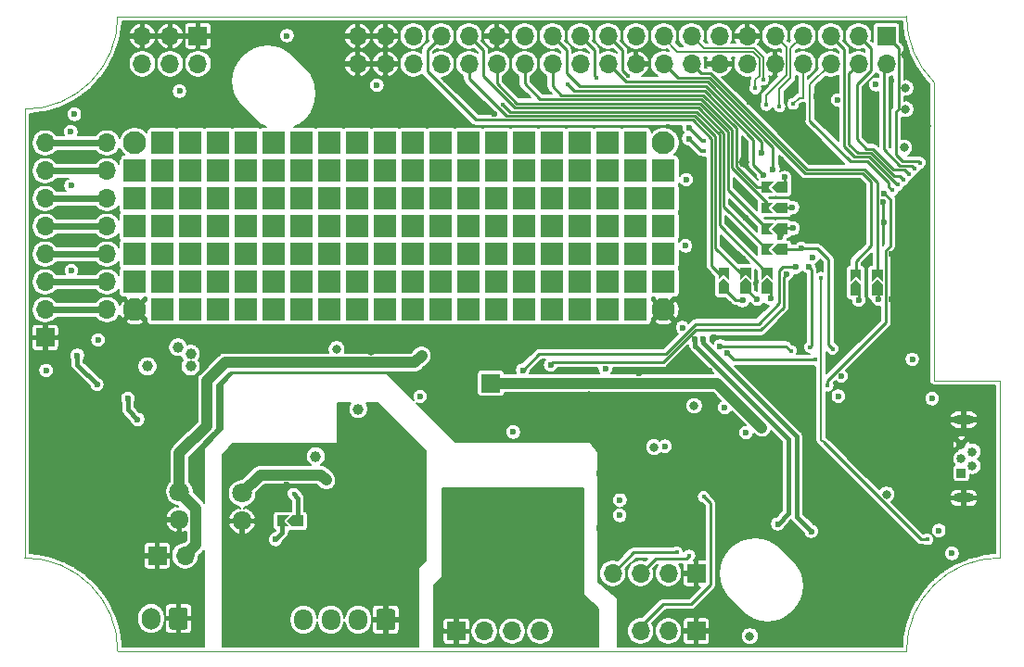
<source format=gbr>
G04 #@! TF.GenerationSoftware,KiCad,Pcbnew,5.1.5+dfsg1-2build2*
G04 #@! TF.CreationDate,2021-04-26T18:34:43+00:00*
G04 #@! TF.ProjectId,SH-ESP32,53482d45-5350-4333-922e-6b696361645f,0.3.1*
G04 #@! TF.SameCoordinates,Original*
G04 #@! TF.FileFunction,Copper,L4,Bot*
G04 #@! TF.FilePolarity,Positive*
%FSLAX46Y46*%
G04 Gerber Fmt 4.6, Leading zero omitted, Abs format (unit mm)*
G04 Created by KiCad (PCBNEW 5.1.5+dfsg1-2build2) date 2021-04-26 18:34:43*
%MOMM*%
%LPD*%
G04 APERTURE LIST*
G04 #@! TA.AperFunction,Profile*
%ADD10C,0.050000*%
G04 #@! TD*
G04 #@! TA.AperFunction,ComponentPad*
%ADD11O,1.700000X1.700000*%
G04 #@! TD*
G04 #@! TA.AperFunction,ComponentPad*
%ADD12R,1.700000X1.700000*%
G04 #@! TD*
G04 #@! TA.AperFunction,ComponentPad*
%ADD13O,1.700000X1.950000*%
G04 #@! TD*
G04 #@! TA.AperFunction,ComponentPad*
%ADD14C,0.350000*%
G04 #@! TD*
G04 #@! TA.AperFunction,ComponentPad*
%ADD15C,2.100000*%
G04 #@! TD*
G04 #@! TA.AperFunction,ComponentPad*
%ADD16O,1.700000X2.000000*%
G04 #@! TD*
G04 #@! TA.AperFunction,ComponentPad*
%ADD17R,0.840000X0.840000*%
G04 #@! TD*
G04 #@! TA.AperFunction,ComponentPad*
%ADD18C,0.840000*%
G04 #@! TD*
G04 #@! TA.AperFunction,ComponentPad*
%ADD19O,1.850000X0.850000*%
G04 #@! TD*
G04 #@! TA.AperFunction,SMDPad,CuDef*
%ADD20C,0.350000*%
G04 #@! TD*
G04 #@! TA.AperFunction,ComponentPad*
%ADD21C,1.800000*%
G04 #@! TD*
G04 #@! TA.AperFunction,ComponentPad*
%ADD22O,1.800000X1.700000*%
G04 #@! TD*
G04 #@! TA.AperFunction,ComponentPad*
%ADD23R,2.100000X2.100000*%
G04 #@! TD*
G04 #@! TA.AperFunction,ViaPad*
%ADD24C,0.450000*%
G04 #@! TD*
G04 #@! TA.AperFunction,ViaPad*
%ADD25C,0.600000*%
G04 #@! TD*
G04 #@! TA.AperFunction,ViaPad*
%ADD26C,0.800000*%
G04 #@! TD*
G04 #@! TA.AperFunction,ViaPad*
%ADD27C,1.000000*%
G04 #@! TD*
G04 #@! TA.AperFunction,Conductor*
%ADD28C,0.250000*%
G04 #@! TD*
G04 #@! TA.AperFunction,Conductor*
%ADD29C,1.000000*%
G04 #@! TD*
G04 #@! TA.AperFunction,Conductor*
%ADD30C,0.400000*%
G04 #@! TD*
G04 #@! TA.AperFunction,Conductor*
%ADD31C,0.200000*%
G04 #@! TD*
G04 #@! TA.AperFunction,Conductor*
%ADD32C,0.600000*%
G04 #@! TD*
G04 APERTURE END LIST*
D10*
X178000000Y-90300000D02*
X178000000Y-106500000D01*
X172000000Y-90300000D02*
X172000092Y-63020889D01*
X178000000Y-90300000D02*
X172000000Y-90300000D01*
X169500000Y-115000000D02*
G75*
G02X178000000Y-106500000I8500000J0D01*
G01*
X89000000Y-106500000D02*
G75*
G02X97500000Y-115000000I0J-8500000D01*
G01*
X172000092Y-63020889D02*
G75*
G02X169500000Y-57000000I5999908J6020889D01*
G01*
X97500000Y-57000000D02*
G75*
G02X89000000Y-65500000I-8500000J0D01*
G01*
X169500000Y-115000000D02*
X97500000Y-115000000D01*
X169500000Y-57000000D02*
X97500000Y-57000000D01*
X89000000Y-65500000D02*
X89000000Y-106500000D01*
D11*
G04 #@! TO.P,J202,6*
G04 #@! TO.N,+3V3*
X99740000Y-61340000D03*
G04 #@! TO.P,J202,5*
G04 #@! TO.N,GND*
X99740000Y-58800000D03*
G04 #@! TO.P,J202,4*
G04 #@! TO.N,+3V3*
X102280000Y-61340000D03*
G04 #@! TO.P,J202,3*
G04 #@! TO.N,GND*
X102280000Y-58800000D03*
G04 #@! TO.P,J202,2*
G04 #@! TO.N,+3V3*
X104820000Y-61340000D03*
D12*
G04 #@! TO.P,J202,1*
G04 #@! TO.N,GND*
X104820000Y-58800000D03*
G04 #@! TD*
D13*
G04 #@! TO.P,J601,4*
G04 #@! TO.N,/CAN bus/CAN_L*
X114450000Y-112150000D03*
G04 #@! TO.P,J601,3*
G04 #@! TO.N,/CAN bus/CAN_H*
X116950000Y-112150000D03*
G04 #@! TO.P,J601,2*
G04 #@! TO.N,/CAN bus/CAN_12V*
X119450000Y-112150000D03*
G04 #@! TA.AperFunction,ComponentPad*
D14*
G04 #@! TO.P,J601,1*
G04 #@! TO.N,/CAN bus/CAN_GND*
G36*
X122574504Y-111176204D02*
G01*
X122598773Y-111179804D01*
X122622571Y-111185765D01*
X122645671Y-111194030D01*
X122667849Y-111204520D01*
X122688893Y-111217133D01*
X122708598Y-111231747D01*
X122726777Y-111248223D01*
X122743253Y-111266402D01*
X122757867Y-111286107D01*
X122770480Y-111307151D01*
X122780970Y-111329329D01*
X122789235Y-111352429D01*
X122795196Y-111376227D01*
X122798796Y-111400496D01*
X122800000Y-111425000D01*
X122800000Y-112875000D01*
X122798796Y-112899504D01*
X122795196Y-112923773D01*
X122789235Y-112947571D01*
X122780970Y-112970671D01*
X122770480Y-112992849D01*
X122757867Y-113013893D01*
X122743253Y-113033598D01*
X122726777Y-113051777D01*
X122708598Y-113068253D01*
X122688893Y-113082867D01*
X122667849Y-113095480D01*
X122645671Y-113105970D01*
X122622571Y-113114235D01*
X122598773Y-113120196D01*
X122574504Y-113123796D01*
X122550000Y-113125000D01*
X121350000Y-113125000D01*
X121325496Y-113123796D01*
X121301227Y-113120196D01*
X121277429Y-113114235D01*
X121254329Y-113105970D01*
X121232151Y-113095480D01*
X121211107Y-113082867D01*
X121191402Y-113068253D01*
X121173223Y-113051777D01*
X121156747Y-113033598D01*
X121142133Y-113013893D01*
X121129520Y-112992849D01*
X121119030Y-112970671D01*
X121110765Y-112947571D01*
X121104804Y-112923773D01*
X121101204Y-112899504D01*
X121100000Y-112875000D01*
X121100000Y-111425000D01*
X121101204Y-111400496D01*
X121104804Y-111376227D01*
X121110765Y-111352429D01*
X121119030Y-111329329D01*
X121129520Y-111307151D01*
X121142133Y-111286107D01*
X121156747Y-111266402D01*
X121173223Y-111248223D01*
X121191402Y-111231747D01*
X121211107Y-111217133D01*
X121232151Y-111204520D01*
X121254329Y-111194030D01*
X121277429Y-111185765D01*
X121301227Y-111179804D01*
X121325496Y-111176204D01*
X121350000Y-111175000D01*
X122550000Y-111175000D01*
X122574504Y-111176204D01*
G37*
G04 #@! TD.AperFunction*
G04 #@! TD*
D15*
G04 #@! TO.P,REF\002A\002A,1*
G04 #@! TO.N,GND*
X147320000Y-83820000D03*
G04 #@! TD*
G04 #@! TO.P,REF\002A\002A,1*
G04 #@! TO.N,GND*
X99060000Y-83820000D03*
G04 #@! TD*
G04 #@! TO.P,REF\002A\002A,1*
G04 #@! TO.N,+3V3*
X99060000Y-68580000D03*
G04 #@! TD*
G04 #@! TO.P,REF\002A\002A,1*
G04 #@! TO.N,+3V3*
X147320000Y-68580000D03*
G04 #@! TD*
D12*
G04 #@! TO.P,J702,1*
G04 #@! TO.N,GND*
X150300000Y-107910000D03*
D11*
G04 #@! TO.P,J702,2*
G04 #@! TO.N,/I2C/I2C_3V3*
X147760000Y-107910000D03*
G04 #@! TO.P,J702,3*
G04 #@! TO.N,/I2C/SCL_CONN*
X145220000Y-107910000D03*
G04 #@! TO.P,J702,4*
G04 #@! TO.N,/I2C/SDA_CONN*
X142680000Y-107910000D03*
G04 #@! TD*
D16*
G04 #@! TO.P,J301,2*
G04 #@! TO.N,/Power input/Vin*
X100540000Y-112050000D03*
G04 #@! TA.AperFunction,ComponentPad*
D14*
G04 #@! TO.P,J301,1*
G04 #@! TO.N,GND*
G36*
X103664504Y-111051204D02*
G01*
X103688773Y-111054804D01*
X103712571Y-111060765D01*
X103735671Y-111069030D01*
X103757849Y-111079520D01*
X103778893Y-111092133D01*
X103798598Y-111106747D01*
X103816777Y-111123223D01*
X103833253Y-111141402D01*
X103847867Y-111161107D01*
X103860480Y-111182151D01*
X103870970Y-111204329D01*
X103879235Y-111227429D01*
X103885196Y-111251227D01*
X103888796Y-111275496D01*
X103890000Y-111300000D01*
X103890000Y-112800000D01*
X103888796Y-112824504D01*
X103885196Y-112848773D01*
X103879235Y-112872571D01*
X103870970Y-112895671D01*
X103860480Y-112917849D01*
X103847867Y-112938893D01*
X103833253Y-112958598D01*
X103816777Y-112976777D01*
X103798598Y-112993253D01*
X103778893Y-113007867D01*
X103757849Y-113020480D01*
X103735671Y-113030970D01*
X103712571Y-113039235D01*
X103688773Y-113045196D01*
X103664504Y-113048796D01*
X103640000Y-113050000D01*
X102440000Y-113050000D01*
X102415496Y-113048796D01*
X102391227Y-113045196D01*
X102367429Y-113039235D01*
X102344329Y-113030970D01*
X102322151Y-113020480D01*
X102301107Y-113007867D01*
X102281402Y-112993253D01*
X102263223Y-112976777D01*
X102246747Y-112958598D01*
X102232133Y-112938893D01*
X102219520Y-112917849D01*
X102209030Y-112895671D01*
X102200765Y-112872571D01*
X102194804Y-112848773D01*
X102191204Y-112824504D01*
X102190000Y-112800000D01*
X102190000Y-111300000D01*
X102191204Y-111275496D01*
X102194804Y-111251227D01*
X102200765Y-111227429D01*
X102209030Y-111204329D01*
X102219520Y-111182151D01*
X102232133Y-111161107D01*
X102246747Y-111141402D01*
X102263223Y-111123223D01*
X102281402Y-111106747D01*
X102301107Y-111092133D01*
X102322151Y-111079520D01*
X102344329Y-111069030D01*
X102367429Y-111060765D01*
X102391227Y-111054804D01*
X102415496Y-111051204D01*
X102440000Y-111050000D01*
X103640000Y-111050000D01*
X103664504Y-111051204D01*
G37*
G04 #@! TD.AperFunction*
G04 #@! TD*
D17*
G04 #@! TO.P,J401,1*
G04 #@! TO.N,/USB/VBUS*
X174500000Y-98750000D03*
D18*
G04 #@! TO.P,J401,2*
G04 #@! TO.N,/USB/USB_D-*
X175500000Y-98100000D03*
G04 #@! TO.P,J401,3*
G04 #@! TO.N,/USB/USB_D+*
X174500000Y-97450000D03*
G04 #@! TO.P,J401,4*
G04 #@! TO.N,N/C*
X175500000Y-96800000D03*
G04 #@! TO.P,J401,5*
G04 #@! TO.N,GND*
X174500000Y-96150000D03*
D19*
G04 #@! TO.P,J401,6*
X174720000Y-101025000D03*
X174720000Y-93875000D03*
G04 #@! TD*
D12*
G04 #@! TO.P,J203,1*
G04 #@! TO.N,USB_5V*
X131550000Y-90540000D03*
G04 #@! TD*
G04 #@! TA.AperFunction,SMDPad,CuDef*
D20*
G04 #@! TO.P,JP206,2*
G04 #@! TO.N,/ESP32/IO32_C*
G36*
X156235000Y-74020000D02*
G01*
X157385000Y-74020000D01*
X156885000Y-74520000D01*
X157385000Y-75020000D01*
X156235000Y-75020000D01*
X156235000Y-74020000D01*
G37*
G04 #@! TD.AperFunction*
G04 #@! TA.AperFunction,SMDPad,CuDef*
G04 #@! TO.P,JP206,1*
G04 #@! TO.N,/ESP32/IO32*
G36*
X157160000Y-74520000D02*
G01*
X157660000Y-74020000D01*
X158660000Y-74020000D01*
X158660000Y-75020000D01*
X157660000Y-75020000D01*
X157160000Y-74520000D01*
G37*
G04 #@! TD.AperFunction*
G04 #@! TD*
D11*
G04 #@! TO.P,J201,40*
G04 #@! TO.N,GND*
X119390000Y-61340000D03*
G04 #@! TO.P,J201,39*
X119390000Y-58800000D03*
G04 #@! TO.P,J201,38*
X121930000Y-61340000D03*
G04 #@! TO.P,J201,37*
X121930000Y-58800000D03*
G04 #@! TO.P,J201,36*
G04 #@! TO.N,+3V3*
X124470000Y-61340000D03*
G04 #@! TO.P,J201,35*
X124470000Y-58800000D03*
G04 #@! TO.P,J201,34*
G04 #@! TO.N,/ESP32/IO17_C_SCL*
X127010000Y-61340000D03*
G04 #@! TO.P,J201,33*
G04 #@! TO.N,/ESP32/IO4_C*
X127010000Y-58800000D03*
G04 #@! TO.P,J201,32*
G04 #@! TO.N,/ESP32/IO16_C_SDA*
X129550000Y-61340000D03*
G04 #@! TO.P,J201,31*
G04 #@! TO.N,/ESP32/IO34_C*
X129550000Y-58800000D03*
G04 #@! TO.P,J201,30*
G04 #@! TO.N,/ESP32/IO35_C*
X132090000Y-61340000D03*
G04 #@! TO.P,J201,29*
G04 #@! TO.N,GND*
X132090000Y-58800000D03*
G04 #@! TO.P,J201,28*
G04 #@! TO.N,/ESP32/IO32_C*
X134630000Y-61340000D03*
G04 #@! TO.P,J201,27*
G04 #@! TO.N,/ESP32/IO15*
X134630000Y-58800000D03*
G04 #@! TO.P,J201,26*
G04 #@! TO.N,/ESP32/IO33_C*
X137170000Y-61340000D03*
G04 #@! TO.P,J201,25*
G04 #@! TO.N,/ESP32/IO13*
X137170000Y-58800000D03*
G04 #@! TO.P,J201,24*
G04 #@! TO.N,/ESP32/EN*
X139710000Y-61340000D03*
G04 #@! TO.P,J201,23*
G04 #@! TO.N,/ESP32/IO14*
X139710000Y-58800000D03*
G04 #@! TO.P,J201,22*
G04 #@! TO.N,/LED*
X142250000Y-61340000D03*
G04 #@! TO.P,J201,21*
G04 #@! TO.N,/ESP32/IO12*
X142250000Y-58800000D03*
G04 #@! TO.P,J201,20*
G04 #@! TO.N,GND*
X144790000Y-61340000D03*
G04 #@! TO.P,J201,19*
G04 #@! TO.N,+3V3*
X144790000Y-58800000D03*
G04 #@! TO.P,J201,18*
G04 #@! TO.N,/ESP32/RXD0_C*
X147330000Y-61340000D03*
G04 #@! TO.P,J201,17*
G04 #@! TO.N,/ESP32/SENSOR_VN*
X147330000Y-58800000D03*
G04 #@! TO.P,J201,16*
G04 #@! TO.N,/ESP32/TXD0_C*
X149870000Y-61340000D03*
G04 #@! TO.P,J201,15*
G04 #@! TO.N,/ESP32/SENSOR_VP*
X149870000Y-58800000D03*
G04 #@! TO.P,J201,14*
G04 #@! TO.N,GND*
X152410000Y-61340000D03*
G04 #@! TO.P,J201,13*
G04 #@! TO.N,+3V3*
X152410000Y-58800000D03*
G04 #@! TO.P,J201,12*
G04 #@! TO.N,/ESP32/IO0*
X154950000Y-61340000D03*
G04 #@! TO.P,J201,11*
G04 #@! TO.N,GND*
X154950000Y-58800000D03*
G04 #@! TO.P,J201,10*
X157490000Y-61340000D03*
G04 #@! TO.P,J201,9*
G04 #@! TO.N,/ESP32/IO27*
X157490000Y-58800000D03*
G04 #@! TO.P,J201,8*
G04 #@! TO.N,/ESP32/IO25*
X160030000Y-61340000D03*
G04 #@! TO.P,J201,7*
G04 #@! TO.N,/ESP32/IO26*
X160030000Y-58800000D03*
G04 #@! TO.P,J201,6*
G04 #@! TO.N,/ESP32/IO5*
X162570000Y-61340000D03*
G04 #@! TO.P,J201,5*
G04 #@! TO.N,/ESP32/IO18*
X162570000Y-58800000D03*
G04 #@! TO.P,J201,4*
G04 #@! TO.N,/ESP32/IO19*
X165110000Y-61340000D03*
G04 #@! TO.P,J201,3*
G04 #@! TO.N,/ESP32/IO21*
X165110000Y-58800000D03*
G04 #@! TO.P,J201,2*
G04 #@! TO.N,/ESP32/IO22*
X167650000Y-61340000D03*
D12*
G04 #@! TO.P,J201,1*
G04 #@! TO.N,/ESP32/IO23*
X167650000Y-58800000D03*
G04 #@! TD*
G04 #@! TA.AperFunction,SMDPad,CuDef*
D20*
G04 #@! TO.P,JP601,2*
G04 #@! TO.N,/CAN bus/CAN_H*
G36*
X112022000Y-102624000D02*
G01*
X113172000Y-102624000D01*
X112672000Y-103124000D01*
X113172000Y-103624000D01*
X112022000Y-103624000D01*
X112022000Y-102624000D01*
G37*
G04 #@! TD.AperFunction*
G04 #@! TA.AperFunction,SMDPad,CuDef*
G04 #@! TO.P,JP601,1*
G04 #@! TO.N,Net-(JP601-Pad1)*
G36*
X112947000Y-103124000D02*
G01*
X113447000Y-102624000D01*
X114447000Y-102624000D01*
X114447000Y-103624000D01*
X113447000Y-103624000D01*
X112947000Y-103124000D01*
G37*
G04 #@! TD.AperFunction*
G04 #@! TD*
D21*
G04 #@! TO.P,J303,1*
G04 #@! TO.N,/Power input/Vin_protected*
X103124000Y-100457000D03*
D22*
G04 #@! TO.P,J303,2*
G04 #@! TO.N,GND*
X103124000Y-102997000D03*
G04 #@! TD*
D21*
G04 #@! TO.P,J602,1*
G04 #@! TO.N,/CAN bus/CAN12V_prot*
X108850000Y-100600000D03*
D22*
G04 #@! TO.P,J602,2*
G04 #@! TO.N,/CAN bus/CAN_GND*
X108850000Y-103140000D03*
G04 #@! TD*
D11*
G04 #@! TO.P,J207,1*
G04 #@! TO.N,Net-(J206-Pad8)*
X96520000Y-68580000D03*
G04 #@! TO.P,J207,2*
G04 #@! TO.N,Net-(J206-Pad7)*
X96520000Y-71120000D03*
G04 #@! TO.P,J207,3*
G04 #@! TO.N,Net-(J206-Pad6)*
X96520000Y-73660000D03*
G04 #@! TO.P,J207,4*
G04 #@! TO.N,Net-(J206-Pad5)*
X96520000Y-76200000D03*
G04 #@! TO.P,J207,5*
G04 #@! TO.N,Net-(J206-Pad4)*
X96520000Y-78740000D03*
G04 #@! TO.P,J207,6*
G04 #@! TO.N,Net-(J206-Pad3)*
X96520000Y-81280000D03*
G04 #@! TO.P,J207,7*
G04 #@! TO.N,Net-(J206-Pad2)*
X96520000Y-83820000D03*
G04 #@! TD*
D23*
G04 #@! TO.P,REF\002A\002A,1*
G04 #@! TO.N,N/C*
X101600000Y-81280000D03*
G04 #@! TD*
G04 #@! TO.P,REF\002A\002A,1*
G04 #@! TO.N,N/C*
X104140000Y-81280000D03*
G04 #@! TD*
G04 #@! TO.P,REF\002A\002A,1*
G04 #@! TO.N,N/C*
X104140000Y-78740000D03*
G04 #@! TD*
G04 #@! TO.P,REF\002A\002A,1*
G04 #@! TO.N,N/C*
X104140000Y-73660000D03*
G04 #@! TD*
G04 #@! TO.P,REF\002A\002A,1*
G04 #@! TO.N,N/C*
X99060000Y-73660000D03*
G04 #@! TD*
G04 #@! TO.P,REF\002A\002A,1*
G04 #@! TO.N,N/C*
X101600000Y-73660000D03*
G04 #@! TD*
G04 #@! TO.P,REF\002A\002A,1*
G04 #@! TO.N,N/C*
X101600000Y-71120000D03*
G04 #@! TD*
G04 #@! TO.P,REF\002A\002A,1*
G04 #@! TO.N,N/C*
X101600000Y-78740000D03*
G04 #@! TD*
G04 #@! TO.P,REF\002A\002A,1*
G04 #@! TO.N,N/C*
X101600000Y-76200000D03*
G04 #@! TD*
G04 #@! TO.P,REF\002A\002A,1*
G04 #@! TO.N,N/C*
X99060000Y-78740000D03*
G04 #@! TD*
G04 #@! TO.P,REF\002A\002A,1*
G04 #@! TO.N,N/C*
X99060000Y-76200000D03*
G04 #@! TD*
G04 #@! TO.P,REF\002A\002A,1*
G04 #@! TO.N,N/C*
X99060000Y-81280000D03*
G04 #@! TD*
G04 #@! TO.P,REF\002A\002A,1*
G04 #@! TO.N,N/C*
X99060000Y-71120000D03*
G04 #@! TD*
G04 #@! TO.P,REF\002A\002A,1*
G04 #@! TO.N,N/C*
X104140000Y-76200000D03*
G04 #@! TD*
G04 #@! TO.P,REF\002A\002A,1*
G04 #@! TO.N,N/C*
X104140000Y-71120000D03*
G04 #@! TD*
G04 #@! TO.P,REF\002A\002A,1*
G04 #@! TO.N,N/C*
X104140000Y-83820000D03*
G04 #@! TD*
G04 #@! TO.P,REF\002A\002A,1*
G04 #@! TO.N,N/C*
X101600000Y-83820000D03*
G04 #@! TD*
G04 #@! TO.P,REF\002A\002A,1*
G04 #@! TO.N,N/C*
X104140000Y-68580000D03*
G04 #@! TD*
G04 #@! TO.P,REF\002A\002A,1*
G04 #@! TO.N,N/C*
X101600000Y-68580000D03*
G04 #@! TD*
D11*
G04 #@! TO.P,J206,8*
G04 #@! TO.N,Net-(J206-Pad8)*
X90875000Y-68580000D03*
G04 #@! TO.P,J206,7*
G04 #@! TO.N,Net-(J206-Pad7)*
X90875000Y-71120000D03*
G04 #@! TO.P,J206,6*
G04 #@! TO.N,Net-(J206-Pad6)*
X90875000Y-73660000D03*
G04 #@! TO.P,J206,5*
G04 #@! TO.N,Net-(J206-Pad5)*
X90875000Y-76200000D03*
G04 #@! TO.P,J206,4*
G04 #@! TO.N,Net-(J206-Pad4)*
X90875000Y-78740000D03*
G04 #@! TO.P,J206,3*
G04 #@! TO.N,Net-(J206-Pad3)*
X90875000Y-81280000D03*
G04 #@! TO.P,J206,2*
G04 #@! TO.N,Net-(J206-Pad2)*
X90875000Y-83820000D03*
D12*
G04 #@! TO.P,J206,1*
G04 #@! TO.N,GND*
X90875000Y-86360000D03*
G04 #@! TD*
D11*
G04 #@! TO.P,J302,2*
G04 #@! TO.N,/Power input/Vin_protected*
X103640000Y-106300000D03*
D12*
G04 #@! TO.P,J302,1*
G04 #@! TO.N,GND*
X101100000Y-106300000D03*
G04 #@! TD*
G04 #@! TA.AperFunction,SMDPad,CuDef*
D20*
G04 #@! TO.P,JP208,2*
G04 #@! TO.N,/ESP32/IO35_C*
G36*
X156235000Y-75920000D02*
G01*
X157385000Y-75920000D01*
X156885000Y-76420000D01*
X157385000Y-76920000D01*
X156235000Y-76920000D01*
X156235000Y-75920000D01*
G37*
G04 #@! TD.AperFunction*
G04 #@! TA.AperFunction,SMDPad,CuDef*
G04 #@! TO.P,JP208,1*
G04 #@! TO.N,/ESP32/IO35*
G36*
X157160000Y-76420000D02*
G01*
X157660000Y-75920000D01*
X158660000Y-75920000D01*
X158660000Y-76920000D01*
X157660000Y-76920000D01*
X157160000Y-76420000D01*
G37*
G04 #@! TD.AperFunction*
G04 #@! TD*
G04 #@! TA.AperFunction,SMDPad,CuDef*
G04 #@! TO.P,JP209,2*
G04 #@! TO.N,/ESP32/IO33_C*
G36*
X156235000Y-72120000D02*
G01*
X157385000Y-72120000D01*
X156885000Y-72620000D01*
X157385000Y-73120000D01*
X156235000Y-73120000D01*
X156235000Y-72120000D01*
G37*
G04 #@! TD.AperFunction*
G04 #@! TA.AperFunction,SMDPad,CuDef*
G04 #@! TO.P,JP209,1*
G04 #@! TO.N,/ESP32/IO33*
G36*
X157160000Y-72620000D02*
G01*
X157660000Y-72120000D01*
X158660000Y-72120000D01*
X158660000Y-73120000D01*
X157660000Y-73120000D01*
X157160000Y-72620000D01*
G37*
G04 #@! TD.AperFunction*
G04 #@! TD*
G04 #@! TA.AperFunction,SMDPad,CuDef*
G04 #@! TO.P,JP207,2*
G04 #@! TO.N,/ESP32/IO4_C*
G36*
X153330000Y-79960000D02*
G01*
X153330000Y-81110000D01*
X152830000Y-80610000D01*
X152330000Y-81110000D01*
X152330000Y-79960000D01*
X153330000Y-79960000D01*
G37*
G04 #@! TD.AperFunction*
G04 #@! TA.AperFunction,SMDPad,CuDef*
G04 #@! TO.P,JP207,1*
G04 #@! TO.N,/ESP32/IO4*
G36*
X152830000Y-80885000D02*
G01*
X153330000Y-81385000D01*
X153330000Y-82385000D01*
X152330000Y-82385000D01*
X152330000Y-81385000D01*
X152830000Y-80885000D01*
G37*
G04 #@! TD.AperFunction*
G04 #@! TD*
G04 #@! TA.AperFunction,SMDPad,CuDef*
G04 #@! TO.P,JP205,2*
G04 #@! TO.N,/ESP32/IO34_C*
G36*
X156235000Y-77820000D02*
G01*
X157385000Y-77820000D01*
X156885000Y-78320000D01*
X157385000Y-78820000D01*
X156235000Y-78820000D01*
X156235000Y-77820000D01*
G37*
G04 #@! TD.AperFunction*
G04 #@! TA.AperFunction,SMDPad,CuDef*
G04 #@! TO.P,JP205,1*
G04 #@! TO.N,/ESP32/IO34*
G36*
X157160000Y-78320000D02*
G01*
X157660000Y-77820000D01*
X158660000Y-77820000D01*
X158660000Y-78820000D01*
X157660000Y-78820000D01*
X157160000Y-78320000D01*
G37*
G04 #@! TD.AperFunction*
G04 #@! TD*
G04 #@! TA.AperFunction,SMDPad,CuDef*
G04 #@! TO.P,JP204,2*
G04 #@! TO.N,/ESP32/IO16_C_SDA*
G36*
X155300000Y-79950000D02*
G01*
X155300000Y-81100000D01*
X154800000Y-80600000D01*
X154300000Y-81100000D01*
X154300000Y-79950000D01*
X155300000Y-79950000D01*
G37*
G04 #@! TD.AperFunction*
G04 #@! TA.AperFunction,SMDPad,CuDef*
G04 #@! TO.P,JP204,1*
G04 #@! TO.N,/ESP32/IO16*
G36*
X154800000Y-80875000D02*
G01*
X155300000Y-81375000D01*
X155300000Y-82375000D01*
X154300000Y-82375000D01*
X154300000Y-81375000D01*
X154800000Y-80875000D01*
G37*
G04 #@! TD.AperFunction*
G04 #@! TD*
G04 #@! TA.AperFunction,SMDPad,CuDef*
G04 #@! TO.P,JP203,2*
G04 #@! TO.N,/ESP32/RXD0_C*
G36*
X165360000Y-80120000D02*
G01*
X165360000Y-81270000D01*
X164860000Y-80770000D01*
X164360000Y-81270000D01*
X164360000Y-80120000D01*
X165360000Y-80120000D01*
G37*
G04 #@! TD.AperFunction*
G04 #@! TA.AperFunction,SMDPad,CuDef*
G04 #@! TO.P,JP203,1*
G04 #@! TO.N,/ESP32/RXD0*
G36*
X164860000Y-81045000D02*
G01*
X165360000Y-81545000D01*
X165360000Y-82545000D01*
X164360000Y-82545000D01*
X164360000Y-81545000D01*
X164860000Y-81045000D01*
G37*
G04 #@! TD.AperFunction*
G04 #@! TD*
G04 #@! TA.AperFunction,SMDPad,CuDef*
G04 #@! TO.P,JP202,2*
G04 #@! TO.N,/ESP32/TXD0_C*
G36*
X167320000Y-80120000D02*
G01*
X167320000Y-81270000D01*
X166820000Y-80770000D01*
X166320000Y-81270000D01*
X166320000Y-80120000D01*
X167320000Y-80120000D01*
G37*
G04 #@! TD.AperFunction*
G04 #@! TA.AperFunction,SMDPad,CuDef*
G04 #@! TO.P,JP202,1*
G04 #@! TO.N,/ESP32/TXD0*
G36*
X166820000Y-81045000D02*
G01*
X167320000Y-81545000D01*
X167320000Y-82545000D01*
X166320000Y-82545000D01*
X166320000Y-81545000D01*
X166820000Y-81045000D01*
G37*
G04 #@! TD.AperFunction*
G04 #@! TD*
G04 #@! TA.AperFunction,SMDPad,CuDef*
G04 #@! TO.P,JP201,2*
G04 #@! TO.N,/ESP32/IO17_C_SCL*
G36*
X157280000Y-79955000D02*
G01*
X157280000Y-81105000D01*
X156780000Y-80605000D01*
X156280000Y-81105000D01*
X156280000Y-79955000D01*
X157280000Y-79955000D01*
G37*
G04 #@! TD.AperFunction*
G04 #@! TA.AperFunction,SMDPad,CuDef*
G04 #@! TO.P,JP201,1*
G04 #@! TO.N,/ESP32/IO17*
G36*
X156780000Y-80880000D02*
G01*
X157280000Y-81380000D01*
X157280000Y-82380000D01*
X156280000Y-82380000D01*
X156280000Y-81380000D01*
X156780000Y-80880000D01*
G37*
G04 #@! TD.AperFunction*
G04 #@! TD*
D23*
G04 #@! TO.P,REF\002A\002A,1*
G04 #@! TO.N,N/C*
X109220000Y-68580000D03*
G04 #@! TD*
G04 #@! TO.P,REF\002A\002A,1*
G04 #@! TO.N,N/C*
X106680000Y-68580000D03*
G04 #@! TD*
G04 #@! TO.P,REF\002A\002A,1*
G04 #@! TO.N,N/C*
X147320000Y-71120000D03*
G04 #@! TD*
G04 #@! TO.P,REF\002A\002A,1*
G04 #@! TO.N,N/C*
X144780000Y-68580000D03*
G04 #@! TD*
G04 #@! TO.P,REF\002A\002A,1*
G04 #@! TO.N,N/C*
X147320000Y-76200000D03*
G04 #@! TD*
G04 #@! TO.P,REF\002A\002A,1*
G04 #@! TO.N,N/C*
X147320000Y-78740000D03*
G04 #@! TD*
G04 #@! TO.P,REF\002A\002A,1*
G04 #@! TO.N,N/C*
X147320000Y-81280000D03*
G04 #@! TD*
G04 #@! TO.P,REF\002A\002A,1*
G04 #@! TO.N,N/C*
X147320000Y-73660000D03*
G04 #@! TD*
G04 #@! TO.P,REF\002A\002A,1*
G04 #@! TO.N,N/C*
X124460000Y-68580000D03*
G04 #@! TD*
G04 #@! TO.P,REF\002A\002A,1*
G04 #@! TO.N,N/C*
X114300000Y-68580000D03*
G04 #@! TD*
G04 #@! TO.P,REF\002A\002A,1*
G04 #@! TO.N,N/C*
X132080000Y-68580000D03*
G04 #@! TD*
G04 #@! TO.P,REF\002A\002A,1*
G04 #@! TO.N,N/C*
X127000000Y-68580000D03*
G04 #@! TD*
G04 #@! TO.P,REF\002A\002A,1*
G04 #@! TO.N,N/C*
X129540000Y-68580000D03*
G04 #@! TD*
G04 #@! TO.P,REF\002A\002A,1*
G04 #@! TO.N,N/C*
X119380000Y-68580000D03*
G04 #@! TD*
G04 #@! TO.P,REF\002A\002A,1*
G04 #@! TO.N,N/C*
X139700000Y-68580000D03*
G04 #@! TD*
G04 #@! TO.P,REF\002A\002A,1*
G04 #@! TO.N,N/C*
X137160000Y-68580000D03*
G04 #@! TD*
G04 #@! TO.P,REF\002A\002A,1*
G04 #@! TO.N,N/C*
X116840000Y-68580000D03*
G04 #@! TD*
G04 #@! TO.P,REF\002A\002A,1*
G04 #@! TO.N,N/C*
X111760000Y-68580000D03*
G04 #@! TD*
G04 #@! TO.P,REF\002A\002A,1*
G04 #@! TO.N,N/C*
X134620000Y-68580000D03*
G04 #@! TD*
G04 #@! TO.P,REF\002A\002A,1*
G04 #@! TO.N,N/C*
X121920000Y-68580000D03*
G04 #@! TD*
G04 #@! TO.P,REF\002A\002A,1*
G04 #@! TO.N,N/C*
X142240000Y-68580000D03*
G04 #@! TD*
G04 #@! TO.P,REF\002A\002A,1*
G04 #@! TO.N,N/C*
X121920000Y-83820000D03*
G04 #@! TD*
G04 #@! TO.P,REF\002A\002A,1*
G04 #@! TO.N,N/C*
X109220000Y-83820000D03*
G04 #@! TD*
G04 #@! TO.P,REF\002A\002A,1*
G04 #@! TO.N,N/C*
X111760000Y-83820000D03*
G04 #@! TD*
G04 #@! TO.P,REF\002A\002A,1*
G04 #@! TO.N,N/C*
X127000000Y-83820000D03*
G04 #@! TD*
G04 #@! TO.P,REF\002A\002A,1*
G04 #@! TO.N,N/C*
X134620000Y-83820000D03*
G04 #@! TD*
G04 #@! TO.P,REF\002A\002A,1*
G04 #@! TO.N,N/C*
X119380000Y-83820000D03*
G04 #@! TD*
G04 #@! TO.P,REF\002A\002A,1*
G04 #@! TO.N,N/C*
X137160000Y-83820000D03*
G04 #@! TD*
G04 #@! TO.P,REF\002A\002A,1*
G04 #@! TO.N,N/C*
X139700000Y-83820000D03*
G04 #@! TD*
G04 #@! TO.P,REF\002A\002A,1*
G04 #@! TO.N,N/C*
X142240000Y-83820000D03*
G04 #@! TD*
G04 #@! TO.P,REF\002A\002A,1*
G04 #@! TO.N,N/C*
X144780000Y-83820000D03*
G04 #@! TD*
G04 #@! TO.P,REF\002A\002A,1*
G04 #@! TO.N,N/C*
X124460000Y-83820000D03*
G04 #@! TD*
G04 #@! TO.P,REF\002A\002A,1*
G04 #@! TO.N,N/C*
X106680000Y-83820000D03*
G04 #@! TD*
G04 #@! TO.P,REF\002A\002A,1*
G04 #@! TO.N,N/C*
X114300000Y-83820000D03*
G04 #@! TD*
G04 #@! TO.P,REF\002A\002A,1*
G04 #@! TO.N,N/C*
X116840000Y-83820000D03*
G04 #@! TD*
G04 #@! TO.P,REF\002A\002A,1*
G04 #@! TO.N,N/C*
X132080000Y-83820000D03*
G04 #@! TD*
G04 #@! TO.P,REF\002A\002A,1*
G04 #@! TO.N,N/C*
X129540000Y-83820000D03*
G04 #@! TD*
G04 #@! TO.P,REF\002A\002A,1*
G04 #@! TO.N,N/C*
X114300000Y-73660000D03*
G04 #@! TD*
G04 #@! TO.P,REF\002A\002A,1*
G04 #@! TO.N,N/C*
X111760000Y-71120000D03*
G04 #@! TD*
G04 #@! TO.P,REF\002A\002A,1*
G04 #@! TO.N,N/C*
X111760000Y-76200000D03*
G04 #@! TD*
G04 #@! TO.P,REF\002A\002A,1*
G04 #@! TO.N,N/C*
X124460000Y-76200000D03*
G04 #@! TD*
G04 #@! TO.P,REF\002A\002A,1*
G04 #@! TO.N,N/C*
X106680000Y-71120000D03*
G04 #@! TD*
G04 #@! TO.P,REF\002A\002A,1*
G04 #@! TO.N,N/C*
X106680000Y-81280000D03*
G04 #@! TD*
G04 #@! TO.P,REF\002A\002A,1*
G04 #@! TO.N,N/C*
X106680000Y-76200000D03*
G04 #@! TD*
G04 #@! TO.P,REF\002A\002A,1*
G04 #@! TO.N,N/C*
X106680000Y-78740000D03*
G04 #@! TD*
G04 #@! TO.P,REF\002A\002A,1*
G04 #@! TO.N,N/C*
X109220000Y-76200000D03*
G04 #@! TD*
G04 #@! TO.P,REF\002A\002A,1*
G04 #@! TO.N,N/C*
X109220000Y-78740000D03*
G04 #@! TD*
G04 #@! TO.P,REF\002A\002A,1*
G04 #@! TO.N,N/C*
X109220000Y-71120000D03*
G04 #@! TD*
G04 #@! TO.P,REF\002A\002A,1*
G04 #@! TO.N,N/C*
X109220000Y-73660000D03*
G04 #@! TD*
G04 #@! TO.P,REF\002A\002A,1*
G04 #@! TO.N,N/C*
X106680000Y-73660000D03*
G04 #@! TD*
G04 #@! TO.P,REF\002A\002A,1*
G04 #@! TO.N,N/C*
X114300000Y-76200000D03*
G04 #@! TD*
G04 #@! TO.P,REF\002A\002A,1*
G04 #@! TO.N,N/C*
X114300000Y-78740000D03*
G04 #@! TD*
G04 #@! TO.P,REF\002A\002A,1*
G04 #@! TO.N,N/C*
X111760000Y-73660000D03*
G04 #@! TD*
G04 #@! TO.P,REF\002A\002A,1*
G04 #@! TO.N,N/C*
X114300000Y-81280000D03*
G04 #@! TD*
G04 #@! TO.P,REF\002A\002A,1*
G04 #@! TO.N,N/C*
X111760000Y-78740000D03*
G04 #@! TD*
G04 #@! TO.P,REF\002A\002A,1*
G04 #@! TO.N,N/C*
X124460000Y-78740000D03*
G04 #@! TD*
G04 #@! TO.P,REF\002A\002A,1*
G04 #@! TO.N,N/C*
X116840000Y-81280000D03*
G04 #@! TD*
G04 #@! TO.P,REF\002A\002A,1*
G04 #@! TO.N,N/C*
X116840000Y-76200000D03*
G04 #@! TD*
G04 #@! TO.P,REF\002A\002A,1*
G04 #@! TO.N,N/C*
X116840000Y-78740000D03*
G04 #@! TD*
G04 #@! TO.P,REF\002A\002A,1*
G04 #@! TO.N,N/C*
X119380000Y-76200000D03*
G04 #@! TD*
G04 #@! TO.P,REF\002A\002A,1*
G04 #@! TO.N,N/C*
X119380000Y-78740000D03*
G04 #@! TD*
G04 #@! TO.P,REF\002A\002A,1*
G04 #@! TO.N,N/C*
X119380000Y-71120000D03*
G04 #@! TD*
G04 #@! TO.P,REF\002A\002A,1*
G04 #@! TO.N,N/C*
X119380000Y-73660000D03*
G04 #@! TD*
G04 #@! TO.P,REF\002A\002A,1*
G04 #@! TO.N,N/C*
X116840000Y-73660000D03*
G04 #@! TD*
G04 #@! TO.P,REF\002A\002A,1*
G04 #@! TO.N,N/C*
X116840000Y-71120000D03*
G04 #@! TD*
G04 #@! TO.P,REF\002A\002A,1*
G04 #@! TO.N,N/C*
X119380000Y-81280000D03*
G04 #@! TD*
G04 #@! TO.P,REF\002A\002A,1*
G04 #@! TO.N,N/C*
X121920000Y-76200000D03*
G04 #@! TD*
G04 #@! TO.P,REF\002A\002A,1*
G04 #@! TO.N,N/C*
X121920000Y-78740000D03*
G04 #@! TD*
G04 #@! TO.P,REF\002A\002A,1*
G04 #@! TO.N,N/C*
X121920000Y-81280000D03*
G04 #@! TD*
G04 #@! TO.P,REF\002A\002A,1*
G04 #@! TO.N,N/C*
X121920000Y-73660000D03*
G04 #@! TD*
G04 #@! TO.P,REF\002A\002A,1*
G04 #@! TO.N,N/C*
X121920000Y-71120000D03*
G04 #@! TD*
G04 #@! TO.P,REF\002A\002A,1*
G04 #@! TO.N,N/C*
X124460000Y-81280000D03*
G04 #@! TD*
G04 #@! TO.P,REF\002A\002A,1*
G04 #@! TO.N,N/C*
X124460000Y-73660000D03*
G04 #@! TD*
G04 #@! TO.P,REF\002A\002A,1*
G04 #@! TO.N,N/C*
X114300000Y-71120000D03*
G04 #@! TD*
G04 #@! TO.P,REF\002A\002A,1*
G04 #@! TO.N,N/C*
X111760000Y-81280000D03*
G04 #@! TD*
G04 #@! TO.P,REF\002A\002A,1*
G04 #@! TO.N,N/C*
X109220000Y-81280000D03*
G04 #@! TD*
G04 #@! TO.P,REF\002A\002A,1*
G04 #@! TO.N,N/C*
X124460000Y-71120000D03*
G04 #@! TD*
G04 #@! TO.P,REF\002A\002A,1*
G04 #@! TO.N,N/C*
X134620000Y-76200000D03*
G04 #@! TD*
G04 #@! TO.P,REF\002A\002A,1*
G04 #@! TO.N,N/C*
X134620000Y-78740000D03*
G04 #@! TD*
G04 #@! TO.P,REF\002A\002A,1*
G04 #@! TO.N,N/C*
X127000000Y-81280000D03*
G04 #@! TD*
G04 #@! TO.P,REF\002A\002A,1*
G04 #@! TO.N,N/C*
X127000000Y-76200000D03*
G04 #@! TD*
G04 #@! TO.P,REF\002A\002A,1*
G04 #@! TO.N,N/C*
X127000000Y-78740000D03*
G04 #@! TD*
G04 #@! TO.P,REF\002A\002A,1*
G04 #@! TO.N,N/C*
X129540000Y-76200000D03*
G04 #@! TD*
G04 #@! TO.P,REF\002A\002A,1*
G04 #@! TO.N,N/C*
X129540000Y-78740000D03*
G04 #@! TD*
G04 #@! TO.P,REF\002A\002A,1*
G04 #@! TO.N,N/C*
X129540000Y-71120000D03*
G04 #@! TD*
G04 #@! TO.P,REF\002A\002A,1*
G04 #@! TO.N,N/C*
X129540000Y-73660000D03*
G04 #@! TD*
G04 #@! TO.P,REF\002A\002A,1*
G04 #@! TO.N,N/C*
X127000000Y-73660000D03*
G04 #@! TD*
G04 #@! TO.P,REF\002A\002A,1*
G04 #@! TO.N,N/C*
X127000000Y-71120000D03*
G04 #@! TD*
G04 #@! TO.P,REF\002A\002A,1*
G04 #@! TO.N,N/C*
X129540000Y-81280000D03*
G04 #@! TD*
G04 #@! TO.P,REF\002A\002A,1*
G04 #@! TO.N,N/C*
X132080000Y-76200000D03*
G04 #@! TD*
G04 #@! TO.P,REF\002A\002A,1*
G04 #@! TO.N,N/C*
X132080000Y-78740000D03*
G04 #@! TD*
G04 #@! TO.P,REF\002A\002A,1*
G04 #@! TO.N,N/C*
X132080000Y-81280000D03*
G04 #@! TD*
G04 #@! TO.P,REF\002A\002A,1*
G04 #@! TO.N,N/C*
X132080000Y-73660000D03*
G04 #@! TD*
G04 #@! TO.P,REF\002A\002A,1*
G04 #@! TO.N,N/C*
X132080000Y-71120000D03*
G04 #@! TD*
G04 #@! TO.P,REF\002A\002A,1*
G04 #@! TO.N,N/C*
X134620000Y-81280000D03*
G04 #@! TD*
G04 #@! TO.P,REF\002A\002A,1*
G04 #@! TO.N,N/C*
X134620000Y-73660000D03*
G04 #@! TD*
G04 #@! TO.P,REF\002A\002A,1*
G04 #@! TO.N,N/C*
X134620000Y-71120000D03*
G04 #@! TD*
G04 #@! TO.P,REF\002A\002A,1*
G04 #@! TO.N,N/C*
X139700000Y-76200000D03*
G04 #@! TD*
G04 #@! TO.P,REF\002A\002A,1*
G04 #@! TO.N,N/C*
X139700000Y-78740000D03*
G04 #@! TD*
G04 #@! TO.P,REF\002A\002A,1*
G04 #@! TO.N,N/C*
X137160000Y-76200000D03*
G04 #@! TD*
G04 #@! TO.P,REF\002A\002A,1*
G04 #@! TO.N,N/C*
X137160000Y-78740000D03*
G04 #@! TD*
G04 #@! TO.P,REF\002A\002A,1*
G04 #@! TO.N,N/C*
X137160000Y-81280000D03*
G04 #@! TD*
G04 #@! TO.P,REF\002A\002A,1*
G04 #@! TO.N,N/C*
X137160000Y-73660000D03*
G04 #@! TD*
G04 #@! TO.P,REF\002A\002A,1*
G04 #@! TO.N,N/C*
X137160000Y-71120000D03*
G04 #@! TD*
G04 #@! TO.P,REF\002A\002A,1*
G04 #@! TO.N,N/C*
X139700000Y-81280000D03*
G04 #@! TD*
G04 #@! TO.P,REF\002A\002A,1*
G04 #@! TO.N,N/C*
X139700000Y-73660000D03*
G04 #@! TD*
G04 #@! TO.P,REF\002A\002A,1*
G04 #@! TO.N,N/C*
X139700000Y-71120000D03*
G04 #@! TD*
G04 #@! TO.P,REF\002A\002A,1*
G04 #@! TO.N,N/C*
X142240000Y-76200000D03*
G04 #@! TD*
G04 #@! TO.P,REF\002A\002A,1*
G04 #@! TO.N,N/C*
X142240000Y-78740000D03*
G04 #@! TD*
G04 #@! TO.P,REF\002A\002A,1*
G04 #@! TO.N,N/C*
X142240000Y-81280000D03*
G04 #@! TD*
G04 #@! TO.P,REF\002A\002A,1*
G04 #@! TO.N,N/C*
X142240000Y-73660000D03*
G04 #@! TD*
G04 #@! TO.P,REF\002A\002A,1*
G04 #@! TO.N,N/C*
X142240000Y-71120000D03*
G04 #@! TD*
G04 #@! TO.P,REF\002A\002A,1*
G04 #@! TO.N,N/C*
X144780000Y-73660000D03*
G04 #@! TD*
G04 #@! TO.P,REF\002A\002A,1*
G04 #@! TO.N,N/C*
X144780000Y-71120000D03*
G04 #@! TD*
G04 #@! TO.P,REF\002A\002A,1*
G04 #@! TO.N,N/C*
X144780000Y-78740000D03*
G04 #@! TD*
G04 #@! TO.P,REF\002A\002A,1*
G04 #@! TO.N,N/C*
X144780000Y-76200000D03*
G04 #@! TD*
G04 #@! TO.P,REF\002A\002A,1*
G04 #@! TO.N,N/C*
X144780000Y-81280000D03*
G04 #@! TD*
D12*
G04 #@! TO.P,J801,1*
G04 #@! TO.N,GND*
X150300000Y-113190000D03*
D11*
G04 #@! TO.P,J801,2*
G04 #@! TO.N,/Onewire/Onewire_3V3*
X147760000Y-113190000D03*
G04 #@! TO.P,J801,3*
G04 #@! TO.N,/Onewire/DQ_CONN*
X145220000Y-113190000D03*
G04 #@! TD*
G04 #@! TO.P,J901,4*
G04 #@! TO.N,/Optocouplers/ISO_OUT_CONN*
X136040000Y-113200000D03*
G04 #@! TO.P,J901,3*
G04 #@! TO.N,/Optocouplers/ISO_IN_CONN*
X133500000Y-113200000D03*
G04 #@! TO.P,J901,2*
G04 #@! TO.N,/Optocouplers/V_ISO_CONN*
X130960000Y-113200000D03*
D12*
G04 #@! TO.P,J901,1*
G04 #@! TO.N,/Optocouplers/ISO_GND*
X128420000Y-113200000D03*
G04 #@! TD*
D24*
G04 #@! TO.N,GND*
X153040000Y-86330000D03*
D25*
X173600000Y-95060000D03*
X175410000Y-100000000D03*
X175470000Y-95030000D03*
X173430000Y-100150000D03*
D26*
X161290000Y-77216000D03*
X162306000Y-77216000D03*
X163322000Y-77216000D03*
X164338000Y-77216000D03*
X164846000Y-76200000D03*
X163830000Y-76200000D03*
X162814000Y-76200000D03*
X161798000Y-76200000D03*
X161798000Y-74168000D03*
X162814000Y-74168000D03*
X163830000Y-74168000D03*
X164846000Y-74168000D03*
X164338000Y-73152000D03*
X163322000Y-73152000D03*
X162306000Y-73152000D03*
X161290000Y-73152000D03*
D25*
X151750000Y-110450000D03*
D26*
X140500000Y-91700000D03*
X171200000Y-84490000D03*
X171200000Y-69100000D03*
X95680000Y-88066000D03*
X96442000Y-89336000D03*
X94369000Y-105764000D03*
X94369000Y-104748000D03*
X94369000Y-103732000D03*
X90940000Y-105764000D03*
X90940000Y-104748000D03*
X90940000Y-103732000D03*
D27*
X154686000Y-70358000D03*
D26*
X171190000Y-86680000D03*
X171160000Y-83100000D03*
D25*
X160939000Y-91899000D03*
X143333000Y-98935000D03*
X163539000Y-87480000D03*
X93254000Y-82528000D03*
X93229000Y-74892000D03*
X105418000Y-63846000D03*
X171831000Y-94234000D03*
X93207000Y-69858000D03*
X95827000Y-65955000D03*
D26*
X108077000Y-87122000D03*
X109728000Y-87122004D03*
D25*
X129413000Y-93599000D03*
X136906000Y-94996000D03*
D26*
X120642000Y-87616010D03*
D25*
X139966864Y-89444864D03*
X133477000Y-93726000D03*
X132500000Y-95050000D03*
X96700000Y-109800000D03*
X97350000Y-104800000D03*
X97458000Y-88574000D03*
X101000000Y-60000000D03*
X99250000Y-66500000D03*
X165250000Y-101250000D03*
X158200000Y-113700000D03*
X159600000Y-104300000D03*
X160250000Y-113500000D03*
X153000000Y-113500000D03*
X138790000Y-91640000D03*
X140200000Y-93700000D03*
X137287000Y-91694000D03*
X145050000Y-89600000D03*
X152800000Y-94350000D03*
X107200000Y-66600000D03*
X106650000Y-60550000D03*
X117150000Y-64000000D03*
X93150000Y-77475000D03*
X93650000Y-85250000D03*
X89975000Y-74925000D03*
X89975000Y-80025000D03*
X89975000Y-82550000D03*
X103500000Y-60000000D03*
X128800000Y-95050000D03*
X141450000Y-98790000D03*
X143750000Y-114200000D03*
X153300000Y-95700000D03*
X176911000Y-90932000D03*
X89975000Y-77500000D03*
X92350000Y-66050000D03*
X110500000Y-58750000D03*
X96500000Y-62500000D03*
X89975000Y-72375000D03*
X98250000Y-64000000D03*
X160910000Y-95760000D03*
X140350000Y-95250000D03*
X90000000Y-66150000D03*
X89975000Y-69875000D03*
X145200000Y-91550000D03*
X172850000Y-91750000D03*
X174850000Y-91600000D03*
X94400000Y-107000000D03*
X97425000Y-82575000D03*
X97575000Y-69925000D03*
X112776000Y-85598000D03*
X105156000Y-85598000D03*
D26*
X151500000Y-92550000D03*
D25*
X126365000Y-92837000D03*
D26*
X170196541Y-93679041D03*
D25*
X163500000Y-103400000D03*
X171958000Y-100520500D03*
X123000000Y-89750000D03*
X126210000Y-87240000D03*
X128100000Y-92650000D03*
X105000000Y-98550000D03*
X168450000Y-96550000D03*
D26*
X168000000Y-93100000D03*
D25*
X121150000Y-65670000D03*
X149390000Y-69590000D03*
X149380000Y-75380000D03*
D24*
X151000000Y-84300000D03*
X145630000Y-86360000D03*
X138160000Y-86390000D03*
X138030000Y-89490000D03*
X144400000Y-86300000D03*
X160850000Y-90100000D03*
X156300000Y-90950000D03*
X170860000Y-92860000D03*
X170040000Y-82950000D03*
X170390000Y-77240000D03*
X163100000Y-79950000D03*
X161660000Y-79980000D03*
D25*
X167440000Y-75800000D03*
X167380000Y-74000000D03*
X131900000Y-65900000D03*
X127330000Y-66930000D03*
X121020000Y-66840000D03*
X116950000Y-66850000D03*
X154900000Y-73440000D03*
X154800000Y-75440000D03*
X154700000Y-77310000D03*
X154540000Y-79160000D03*
X151970000Y-86320000D03*
X172100000Y-108100000D03*
X169600000Y-111300000D03*
X146430000Y-114180000D03*
X161550000Y-105100000D03*
X143870000Y-101940000D03*
X155130000Y-100930000D03*
X152240000Y-103530000D03*
X161750000Y-111450000D03*
X141440000Y-103750000D03*
X170070000Y-80320000D03*
X170920000Y-78640000D03*
X152050000Y-83350000D03*
X132000000Y-88050000D03*
X151550000Y-89400000D03*
X163390000Y-70340000D03*
X161480000Y-72120000D03*
X168150000Y-62850000D03*
X153650000Y-62600000D03*
X158750000Y-64300000D03*
X127500000Y-62800000D03*
X135850000Y-57750000D03*
X134410000Y-64190000D03*
X136290000Y-63750000D03*
X125890000Y-63180000D03*
X163910000Y-101330000D03*
X161030000Y-101160000D03*
X168148000Y-78676500D03*
X168148000Y-82867500D03*
X163449000Y-82931000D03*
X164211000Y-78422500D03*
X166550000Y-91100000D03*
X149415500Y-72961500D03*
X151100000Y-57750000D03*
X143500000Y-57750000D03*
X125750000Y-57750000D03*
X166150000Y-57650000D03*
X161250000Y-57750000D03*
X158051500Y-70104000D03*
X159004000Y-81407000D03*
X166052500Y-83121500D03*
X155200000Y-64850000D03*
X171150000Y-81350000D03*
X148150000Y-85575000D03*
X176250000Y-95750000D03*
X176250000Y-99250000D03*
X158900000Y-92300000D03*
X156100000Y-103400000D03*
D26*
X162100000Y-113025000D03*
X168350000Y-113050000D03*
X162050000Y-107025000D03*
D25*
X143140000Y-95490000D03*
X143140000Y-97660000D03*
D26*
X146350000Y-99560000D03*
D25*
X152760000Y-96400000D03*
X154860000Y-97360000D03*
D27*
X156900000Y-98500000D03*
D25*
X168400000Y-106900000D03*
X169600000Y-106700000D03*
X161250000Y-64350000D03*
X143670000Y-104770000D03*
X176700000Y-102800000D03*
X176650000Y-104900000D03*
D27*
X171300000Y-106450000D03*
D26*
X171250000Y-65450000D03*
X169404001Y-60550000D03*
X170650000Y-64100000D03*
X171300000Y-67000000D03*
D25*
X165850000Y-64350000D03*
D24*
X155700000Y-81400000D03*
X147700000Y-67050000D03*
X148850000Y-68150000D03*
X159850000Y-69050000D03*
D25*
X171350000Y-90350000D03*
X148750000Y-89350000D03*
X169400000Y-87400000D03*
D26*
X97325000Y-92325000D03*
X95600000Y-92400000D03*
D27*
X95775000Y-99025000D03*
D25*
X90974998Y-90350000D03*
D27*
X92750000Y-91350000D03*
X92050000Y-96450000D03*
D25*
X98600000Y-94700000D03*
X99000000Y-100000000D03*
X99000000Y-98450000D03*
X94700000Y-102300000D03*
X102050000Y-99300000D03*
X101500000Y-100800000D03*
X99400000Y-102550000D03*
X98650000Y-87650000D03*
X94700000Y-99850000D03*
X89850000Y-84900000D03*
X90200000Y-88000000D03*
X90200000Y-91400000D03*
X90200000Y-94050000D03*
X90200000Y-99000000D03*
X90250000Y-103000000D03*
X90100000Y-105100000D03*
X98050000Y-112050000D03*
X98350000Y-114050000D03*
X101800000Y-114200000D03*
X104850000Y-114050000D03*
X104850000Y-110500000D03*
X104850000Y-107700000D03*
X93150000Y-86490000D03*
X105200000Y-87400000D03*
X102300000Y-86200000D03*
D27*
X96850000Y-86700000D03*
D25*
X149120000Y-103460000D03*
D26*
X145810000Y-104710000D03*
D25*
X151010000Y-98570000D03*
X114900000Y-59500002D03*
D26*
G04 #@! TO.N,+3V3*
X169291000Y-69000000D03*
D25*
X143333000Y-101221000D03*
X170021992Y-88357008D03*
X163539000Y-89893020D03*
X93254000Y-80242000D03*
X93229000Y-72479000D03*
X103132000Y-63846000D03*
X171831000Y-91948000D03*
X125095000Y-91757500D03*
X93207000Y-67572000D03*
X93541000Y-65955000D03*
D26*
X117476000Y-87422006D03*
D25*
X142000000Y-89192004D03*
X133604000Y-94996000D03*
D26*
X150100000Y-92600000D03*
D25*
X152902490Y-92752500D03*
D26*
X167650000Y-100700000D03*
X155200000Y-113650000D03*
D25*
X163270000Y-91720000D03*
X149330000Y-77990000D03*
X121150000Y-63300000D03*
X112940000Y-58780000D03*
X149390000Y-71930000D03*
X149050000Y-85450000D03*
D26*
X146440000Y-96370000D03*
D25*
X154850000Y-95050000D03*
X163200000Y-64650000D03*
X147460000Y-96300000D03*
X143320000Y-102620000D03*
X173650000Y-106100000D03*
X172450000Y-104000000D03*
D26*
X169404001Y-63550000D03*
X169403848Y-65499190D03*
D25*
X166700000Y-63250000D03*
X90950000Y-89375000D03*
X95700000Y-86590000D03*
D27*
X100200000Y-89000000D03*
X104150000Y-89000000D03*
X104150000Y-87850000D03*
X103000000Y-87250000D03*
D25*
G04 #@! TO.N,/ESP32/EN*
X167470000Y-73170000D03*
D24*
X162300000Y-90750000D03*
D27*
G04 #@! TO.N,/Power input/Vin_protected*
X125250000Y-88000000D03*
D25*
G04 #@! TO.N,/Power input/BS*
X99300003Y-93849997D03*
X98415490Y-91943296D03*
D27*
G04 #@! TO.N,USB_5V*
X156300000Y-94600000D03*
G04 #@! TO.N,/CAN bus/CAN_GND*
X125222000Y-104394000D03*
X121412000Y-105664000D03*
X121412000Y-103886000D03*
X124460000Y-103124000D03*
X122682000Y-103124000D03*
D26*
X121158000Y-94488000D03*
X109728000Y-97282000D03*
X108204000Y-97282000D03*
X113661000Y-106914000D03*
D25*
X109250000Y-114000000D03*
X120500000Y-113500000D03*
X117094000Y-107569000D03*
X114550000Y-107900000D03*
X109670000Y-107800000D03*
X121920000Y-98680000D03*
X124968000Y-97155000D03*
X115650000Y-113500000D03*
X123317000Y-107315000D03*
X117983000Y-92710000D03*
X117920000Y-109730000D03*
X117760000Y-98090000D03*
X118554500Y-104775000D03*
D27*
X125222000Y-105918000D03*
X118630000Y-100940000D03*
D25*
X112950000Y-99837001D03*
X107750000Y-111550000D03*
X107750000Y-108050000D03*
X107700000Y-104850000D03*
X107700000Y-98900000D03*
D27*
G04 #@! TO.N,/CAN bus/CAN_5V*
X119443500Y-92900500D03*
X115570000Y-97218500D03*
G04 #@! TO.N,/CAN bus/CAN12V_prot*
X116530000Y-99410000D03*
D24*
G04 #@! TO.N,/I2C/SDA_CONN*
X148550000Y-106020000D03*
G04 #@! TO.N,/I2C/SCL_CONN*
X149670000Y-106290000D03*
D25*
G04 #@! TO.N,/Optocouplers/ISO_GND*
X132100000Y-101140000D03*
X137160000Y-111840000D03*
X134730000Y-114320000D03*
X129810000Y-114390000D03*
X133410000Y-102520000D03*
X132250000Y-111860000D03*
D27*
X136540000Y-101340000D03*
D25*
X138650000Y-111380000D03*
D26*
X130120000Y-101500000D03*
X131710000Y-104000000D03*
X137090000Y-104940000D03*
X132110000Y-109680000D03*
D27*
X128670000Y-110190000D03*
D25*
X129500000Y-105250000D03*
X139750000Y-106500000D03*
X141200000Y-113000000D03*
D24*
G04 #@! TO.N,/ESP32/SENSOR_VP*
X156412999Y-62787001D03*
G04 #@! TO.N,/ESP32/SENSOR_VN*
X155700000Y-63600000D03*
D25*
G04 #@! TO.N,/ESP32/IO34*
X159900000Y-78200000D03*
D24*
X162750000Y-87400000D03*
D25*
G04 #@! TO.N,/ESP32/IO35*
X159150000Y-76370000D03*
X160900000Y-79020000D03*
X157930000Y-77190000D03*
X159390000Y-79940000D03*
X134470000Y-89360000D03*
G04 #@! TO.N,/ESP32/IO32*
X159080000Y-74470000D03*
X160540000Y-79880000D03*
D24*
X160700000Y-87250000D03*
D25*
G04 #@! TO.N,/ESP32/IO33*
X158380000Y-71730000D03*
X137000000Y-88880000D03*
X158550000Y-80580000D03*
D24*
G04 #@! TO.N,/ESP32/IO25*
X159150000Y-65000000D03*
G04 #@! TO.N,/ESP32/IO26*
X157900000Y-65250000D03*
G04 #@! TO.N,/ESP32/IO27*
X156700000Y-65100000D03*
D25*
G04 #@! TO.N,/ESP32/IO14*
X149630000Y-68180000D03*
D24*
X141150000Y-62600000D03*
X151050000Y-69300000D03*
D25*
G04 #@! TO.N,/ESP32/IO12*
X149680000Y-67180000D03*
D24*
X144067290Y-62482710D03*
X151050000Y-68350000D03*
D25*
G04 #@! TO.N,/ESP32/IO15*
X156464000Y-71501000D03*
D24*
X138550000Y-63250000D03*
D25*
G04 #@! TO.N,/LED*
X157310000Y-70990000D03*
D24*
X171400000Y-104800000D03*
X161700000Y-80900000D03*
D25*
G04 #@! TO.N,/ESP32/IO4*
X154530000Y-82970000D03*
G04 #@! TO.N,/ESP32/IO16*
X155870000Y-82830000D03*
G04 #@! TO.N,/ESP32/IO17*
X157090000Y-82800000D03*
D24*
G04 #@! TO.N,/ESP32/IO5*
X168200000Y-72900000D03*
D25*
G04 #@! TO.N,/ESP32/RXD0*
X165130000Y-82940000D03*
G04 #@! TO.N,/ESP32/TXD0*
X166940000Y-82870000D03*
D24*
G04 #@! TO.N,/ESP32/IO23*
X170700000Y-70400000D03*
D25*
G04 #@! TO.N,/CAN bus/CAN_H*
X111890000Y-104830000D03*
D24*
G04 #@! TO.N,/Onewire/DQ_CONN*
X150990000Y-100920000D03*
D25*
G04 #@! TO.N,/CAN_RX*
X153110000Y-87790000D03*
D24*
X161200000Y-88400000D03*
D25*
G04 #@! TO.N,/CAN_TX*
X152490000Y-87150000D03*
D24*
X158950000Y-87600000D03*
D25*
G04 #@! TO.N,/Power input/FB*
X95600000Y-90650000D03*
X93800000Y-88000000D03*
D24*
G04 #@! TO.N,Net-(JP601-Pad1)*
X113550000Y-100640000D03*
G04 #@! TO.N,/ESP32/IO18*
X168700000Y-72400000D03*
G04 #@! TO.N,/ESP32/IO19*
X169200000Y-71900000D03*
G04 #@! TO.N,/ESP32/IO21*
X169700000Y-71400000D03*
G04 #@! TO.N,/ESP32/IO22*
X170200000Y-70900000D03*
D25*
G04 #@! TO.N,/BOOT_KEY*
X150926926Y-86520256D03*
X160800000Y-104075000D03*
G04 #@! TO.N,/BOOT_AUTO*
X150200420Y-86493398D03*
X157750000Y-103400000D03*
D24*
G04 #@! TO.N,/ESP32/IO17_C_SCL*
X132650000Y-65100000D03*
D25*
G04 #@! TO.N,/ESP32/IO13*
X156230000Y-69520000D03*
G04 #@! TD*
D28*
G04 #@! TO.N,/ESP32/EN*
X167992001Y-73692001D02*
X167470000Y-73170000D01*
X167992001Y-78015537D02*
X167992001Y-73692001D01*
X167595999Y-78411539D02*
X167992001Y-78015537D01*
X162300000Y-90315058D02*
X167595999Y-85019059D01*
X167595999Y-85019059D02*
X167595999Y-83245999D01*
X162300000Y-90750000D02*
X162300000Y-90315058D01*
X167595999Y-83245999D02*
X167595999Y-78411539D01*
D29*
G04 #@! TO.N,/Power input/Vin_protected*
X104651010Y-101984010D02*
X103124000Y-100457000D01*
X104651010Y-105288990D02*
X104651010Y-101984010D01*
X103640000Y-106300000D02*
X104651010Y-105288990D01*
X105650000Y-94421962D02*
X103124000Y-96947962D01*
X103124000Y-96947962D02*
X103124000Y-100457000D01*
X105650000Y-90350000D02*
X105650000Y-94421962D01*
X107350000Y-88650000D02*
X105650000Y-90350000D01*
X110850000Y-88650000D02*
X107350000Y-88650000D01*
X110854000Y-88646000D02*
X110850000Y-88650000D01*
X123646894Y-88646000D02*
X110854000Y-88646000D01*
X124610000Y-88640000D02*
X123652894Y-88640000D01*
X123652894Y-88640000D02*
X123646894Y-88646000D01*
X125250000Y-88000000D02*
X124610000Y-88640000D01*
D30*
G04 #@! TO.N,/Power input/BS*
X99300003Y-93849997D02*
X98415490Y-92965484D01*
X98415490Y-92965484D02*
X98415490Y-91943296D01*
D29*
G04 #@! TO.N,USB_5V*
X131612999Y-90527001D02*
X131550000Y-90590000D01*
X152227001Y-90527001D02*
X131612999Y-90527001D01*
X156300000Y-94600000D02*
X152227001Y-90527001D01*
G04 #@! TO.N,/CAN bus/CAN12V_prot*
X116030001Y-98910001D02*
X116530000Y-99410000D01*
X110539999Y-98910001D02*
X116030001Y-98910001D01*
X108850000Y-100600000D02*
X110539999Y-98910001D01*
D28*
G04 #@! TO.N,/I2C/SDA_CONN*
X144570000Y-106020000D02*
X148550000Y-106020000D01*
X142680000Y-107910000D02*
X144570000Y-106020000D01*
G04 #@! TO.N,/I2C/SCL_CONN*
X145220000Y-107910000D02*
X146570000Y-106560000D01*
X149400000Y-106560000D02*
X149670000Y-106290000D01*
X146570000Y-106560000D02*
X149400000Y-106560000D01*
D31*
G04 #@! TO.N,/ESP32/SENSOR_VP*
X149870000Y-58800000D02*
X151005989Y-59935989D01*
X151005989Y-59935989D02*
X155602412Y-59935989D01*
X156412999Y-60746576D02*
X156412999Y-62062999D01*
X155602412Y-59935989D02*
X156412999Y-60746576D01*
X156412999Y-62062999D02*
X156412999Y-62787001D01*
G04 #@! TO.N,/ESP32/SENSOR_VN*
X155466961Y-60262999D02*
X156050000Y-60846038D01*
X148587001Y-60262999D02*
X147330000Y-59005998D01*
X147330000Y-59005998D02*
X147330000Y-58800000D01*
X155466961Y-60262999D02*
X148587001Y-60262999D01*
X155700000Y-62831038D02*
X155700000Y-63600000D01*
X156050000Y-62481038D02*
X155700000Y-62831038D01*
X156050000Y-60846038D02*
X156050000Y-62481038D01*
D28*
G04 #@! TO.N,/ESP32/IO34*
X158200000Y-78360000D02*
X158160000Y-78320000D01*
X161340000Y-78200000D02*
X162390000Y-79250000D01*
X159900000Y-78200000D02*
X161340000Y-78200000D01*
X162390000Y-79250000D02*
X162390000Y-86440000D01*
X159780000Y-78320000D02*
X159900000Y-78200000D01*
X158160000Y-78320000D02*
X159780000Y-78320000D01*
X162390000Y-87040000D02*
X162750000Y-87400000D01*
X162390000Y-86440000D02*
X162390000Y-87040000D01*
G04 #@! TO.N,/ESP32/IO35*
X158210000Y-76370000D02*
X158160000Y-76420000D01*
X159150000Y-76370000D02*
X158210000Y-76370000D01*
X158160000Y-76960000D02*
X157930000Y-77190000D01*
X158160000Y-76420000D02*
X158160000Y-76960000D01*
X157910000Y-80240000D02*
X158210000Y-79940000D01*
X158965736Y-79940000D02*
X159390000Y-79940000D01*
X158210000Y-79940000D02*
X158965736Y-79940000D01*
X157910000Y-83210134D02*
X157910000Y-80240000D01*
X155998133Y-85122001D02*
X157910000Y-83210134D01*
X150257999Y-85122001D02*
X155998133Y-85122001D01*
X135970000Y-87860000D02*
X147520000Y-87860000D01*
X147520000Y-87860000D02*
X150257999Y-85122001D01*
X134470000Y-89360000D02*
X135970000Y-87860000D01*
G04 #@! TO.N,/ESP32/IO32*
X158210000Y-74470000D02*
X158160000Y-74520000D01*
X159080000Y-74470000D02*
X158210000Y-74470000D01*
X160830000Y-80170000D02*
X160540000Y-79880000D01*
X160830000Y-86380000D02*
X160830000Y-80170000D01*
X160830000Y-87120000D02*
X160700000Y-87250000D01*
X160830000Y-86380000D02*
X160830000Y-87120000D01*
G04 #@! TO.N,/ESP32/IO33*
X158380000Y-72400000D02*
X158160000Y-72620000D01*
X158380000Y-71730000D02*
X158380000Y-72400000D01*
X137239997Y-88640003D02*
X137000000Y-88880000D01*
X147273169Y-88640003D02*
X137239997Y-88640003D01*
X150213172Y-85700000D02*
X147273169Y-88640003D01*
X156190000Y-85700000D02*
X150213172Y-85700000D01*
X158287009Y-83602991D02*
X156190000Y-85700000D01*
X158287009Y-80842991D02*
X158287009Y-83602991D01*
X158550000Y-80580000D02*
X158287009Y-80842991D01*
D31*
G04 #@! TO.N,/ESP32/IO25*
X160030000Y-64451802D02*
X160030000Y-61340000D01*
X159698198Y-64451802D02*
X159150000Y-65000000D01*
X160030000Y-64451802D02*
X159698198Y-64451802D01*
G04 #@! TO.N,/ESP32/IO26*
X158894011Y-59935989D02*
X158894011Y-62655989D01*
X160030000Y-58800000D02*
X158894011Y-59935989D01*
X158894011Y-62655989D02*
X157900000Y-63650000D01*
X157900000Y-63650000D02*
X157900000Y-65250000D01*
G04 #@! TO.N,/ESP32/IO27*
X158567001Y-59877001D02*
X158567001Y-62332999D01*
X157490000Y-58800000D02*
X158567001Y-59877001D01*
X158567001Y-62332999D02*
X156650000Y-64250000D01*
X156650000Y-65050000D02*
X156700000Y-65100000D01*
X156650000Y-64250000D02*
X156650000Y-65050000D01*
D28*
G04 #@! TO.N,/ESP32/IO14*
X139710000Y-58800000D02*
X141000000Y-60090000D01*
X141000000Y-62450000D02*
X141150000Y-62600000D01*
X141000000Y-60090000D02*
X141000000Y-62450000D01*
X150750000Y-69300000D02*
X149630000Y-68180000D01*
X151050000Y-69300000D02*
X150750000Y-69300000D01*
G04 #@! TO.N,/ESP32/IO12*
X142250000Y-58800000D02*
X143550000Y-60100000D01*
X143550000Y-61965420D02*
X144067290Y-62482710D01*
X143550000Y-60100000D02*
X143550000Y-61965420D01*
X150850000Y-68350000D02*
X149680000Y-67180000D01*
X151050000Y-68350000D02*
X150850000Y-68350000D01*
G04 #@! TO.N,/ESP32/IO15*
X148930000Y-63840000D02*
X149000000Y-63840000D01*
X148930000Y-63840000D02*
X148960000Y-63840000D01*
X151100000Y-63840000D02*
X155537999Y-68277999D01*
X148930000Y-63840000D02*
X151100000Y-63840000D01*
X155537999Y-68277999D02*
X155537999Y-70574999D01*
X155537999Y-70574999D02*
X156464000Y-71501000D01*
X139140000Y-63840000D02*
X138550000Y-63250000D01*
X148930000Y-63840000D02*
X139140000Y-63840000D01*
G04 #@! TO.N,/LED*
X143907010Y-62997010D02*
X142250000Y-61340000D01*
X157310000Y-68983656D02*
X151323354Y-62997010D01*
X151323354Y-62997010D02*
X143907010Y-62997010D01*
X157310000Y-70990000D02*
X157310000Y-68983656D01*
X170785038Y-104800000D02*
X171400000Y-104800000D01*
X161912001Y-95926963D02*
X170785038Y-104800000D01*
D31*
X161700000Y-95714962D02*
X161912001Y-95926963D01*
X161700000Y-80900000D02*
X161700000Y-95714962D01*
D28*
G04 #@! TO.N,/ESP32/IO4*
X153915000Y-82970000D02*
X152830000Y-81885000D01*
X154530000Y-82970000D02*
X153915000Y-82970000D01*
G04 #@! TO.N,/ESP32/IO16*
X155755000Y-82830000D02*
X154800000Y-81875000D01*
X155870000Y-82830000D02*
X155755000Y-82830000D01*
G04 #@! TO.N,/ESP32/IO17*
X157090000Y-82190000D02*
X156780000Y-81880000D01*
X157090000Y-82800000D02*
X157090000Y-82190000D01*
G04 #@! TO.N,/ESP32/IO5*
X168200000Y-72843602D02*
X168200000Y-72900000D01*
X168200000Y-72900000D02*
X168200000Y-72800000D01*
X168166828Y-72900000D02*
X168200000Y-72900000D01*
X167900001Y-72600001D02*
X168200000Y-72900000D01*
X167900001Y-72192915D02*
X167900001Y-72600001D01*
X165946059Y-70238973D02*
X167900001Y-72192915D01*
X164346542Y-70238972D02*
X165946059Y-70238973D01*
X160700000Y-66592430D02*
X164346542Y-70238972D01*
D31*
X160700000Y-63210000D02*
X162570000Y-61340000D01*
X160700000Y-66592430D02*
X160700000Y-63210000D01*
D28*
G04 #@! TO.N,/ESP32/RXD0*
X165130000Y-82315000D02*
X164860000Y-82045000D01*
X165130000Y-82940000D02*
X165130000Y-82315000D01*
G04 #@! TO.N,/ESP32/TXD0*
X166940000Y-82165000D02*
X166820000Y-82045000D01*
X166940000Y-82870000D02*
X166940000Y-82165000D01*
G04 #@! TO.N,/ESP32/IO23*
X168547999Y-65689039D02*
X168547999Y-69647999D01*
X168752001Y-65485037D02*
X168547999Y-65689039D01*
X168752001Y-59902001D02*
X168752001Y-65485037D01*
X167650000Y-58800000D02*
X168752001Y-59902001D01*
X170557679Y-70257679D02*
X170700000Y-70400000D01*
X169157679Y-70257679D02*
X170557679Y-70257679D01*
X168547999Y-69647999D02*
X169157679Y-70257679D01*
D30*
G04 #@! TO.N,/CAN bus/CAN_H*
X112522000Y-104198000D02*
X111890000Y-104830000D01*
X112522000Y-103124000D02*
X112522000Y-104198000D01*
D28*
G04 #@! TO.N,/Onewire/DQ_CONN*
X150990000Y-100920000D02*
X151580000Y-101510000D01*
X151580000Y-101510000D02*
X151580000Y-108960000D01*
X151580000Y-108960000D02*
X149840000Y-110700000D01*
X147290000Y-110700000D02*
X144800000Y-113190000D01*
X149840000Y-110700000D02*
X147290000Y-110700000D01*
G04 #@! TO.N,/CAN_RX*
X153720000Y-88400000D02*
X161200000Y-88400000D01*
X153110000Y-87790000D02*
X153720000Y-88400000D01*
G04 #@! TO.N,/CAN_TX*
X158500000Y-87150000D02*
X158950000Y-87600000D01*
X152490000Y-87150000D02*
X158500000Y-87150000D01*
D30*
G04 #@! TO.N,/Power input/FB*
X93800000Y-88737500D02*
X93800000Y-88000000D01*
X93813000Y-88863000D02*
X93813000Y-88750500D01*
X95600000Y-90650000D02*
X93813000Y-88863000D01*
D28*
G04 #@! TO.N,/ESP32/RXD0_C*
X148610000Y-62620000D02*
X147330000Y-61340000D01*
X151479517Y-62620001D02*
X148610000Y-62620000D01*
X166237019Y-77984551D02*
X166237020Y-72129450D01*
X165477570Y-71370000D02*
X160229516Y-71370000D01*
X166237020Y-72129450D02*
X165477570Y-71370000D01*
X160229516Y-71370000D02*
X151479517Y-62620001D01*
X164860000Y-79361570D02*
X166237019Y-77984551D01*
X164860000Y-80620000D02*
X164860000Y-79361570D01*
G04 #@! TO.N,/ESP32/TXD0_C*
X165633733Y-70992991D02*
X166820000Y-72179258D01*
X153600962Y-64200962D02*
X160392990Y-70992990D01*
X149870000Y-61340000D02*
X150772992Y-62242992D01*
X153593650Y-64200962D02*
X153600962Y-64200962D01*
X166820000Y-72179258D02*
X166820000Y-80620000D01*
X160392990Y-70992990D02*
X165633733Y-70992991D01*
X150772992Y-62242992D02*
X151635678Y-62242992D01*
X151635678Y-62242992D02*
X153593650Y-64200962D01*
D32*
G04 #@! TO.N,Net-(J206-Pad7)*
X90875000Y-71120000D02*
X96520000Y-71120000D01*
G04 #@! TO.N,Net-(J206-Pad6)*
X90875000Y-73660000D02*
X96520000Y-73660000D01*
G04 #@! TO.N,Net-(J206-Pad5)*
X90875000Y-76200000D02*
X96520000Y-76200000D01*
G04 #@! TO.N,Net-(J206-Pad4)*
X90875000Y-78740000D02*
X96520000Y-78740000D01*
G04 #@! TO.N,Net-(J206-Pad3)*
X90875000Y-81280000D02*
X96520000Y-81280000D01*
G04 #@! TO.N,Net-(J206-Pad2)*
X90875000Y-83820000D02*
X96520000Y-83820000D01*
D30*
G04 #@! TO.N,Net-(JP601-Pad1)*
X113947000Y-101037000D02*
X113550000Y-100640000D01*
X113947000Y-103124000D02*
X113947000Y-101037000D01*
D28*
G04 #@! TO.N,/ESP32/IO18*
X168640258Y-72400000D02*
X168700000Y-72400000D01*
X166102222Y-69861964D02*
X168640258Y-72400000D01*
X165841962Y-69861962D02*
X166102222Y-69861964D01*
X162570000Y-58800000D02*
X163800000Y-60030000D01*
X163800000Y-60030000D02*
X163800000Y-68900000D01*
X164761962Y-69861962D02*
X165841962Y-69861962D01*
X163800000Y-68900000D02*
X164761962Y-69861962D01*
G04 #@! TO.N,/ESP32/IO19*
X168900001Y-71600001D02*
X169200000Y-71900000D01*
X168373431Y-71600001D02*
X168900001Y-71600001D01*
X166258385Y-69484955D02*
X168373431Y-71600001D01*
X165110000Y-61340000D02*
X164250000Y-62200000D01*
X164250000Y-62200000D02*
X164250000Y-68700000D01*
X165034955Y-69484955D02*
X166258385Y-69484955D01*
X164250000Y-68700000D02*
X165034955Y-69484955D01*
G04 #@! TO.N,/ESP32/IO21*
X165780000Y-58760000D02*
X165780000Y-58780000D01*
X169645981Y-71345981D02*
X169700000Y-71400000D01*
X169311699Y-71011699D02*
X169700000Y-71400000D01*
X166414548Y-69107946D02*
X168318301Y-71011699D01*
X168318301Y-71011699D02*
X169311699Y-71011699D01*
X165807945Y-69107945D02*
X166414548Y-69107946D01*
X164950000Y-63250000D02*
X164950000Y-68250000D01*
X165110000Y-58800000D02*
X166212001Y-59902001D01*
X164950000Y-68250000D02*
X165807945Y-69107945D01*
X166212001Y-61987999D02*
X164950000Y-63250000D01*
X166212001Y-59902001D02*
X166212001Y-61987999D01*
G04 #@! TO.N,/ESP32/IO22*
X168901517Y-70634689D02*
X169934689Y-70634689D01*
X169934689Y-70634689D02*
X170200000Y-70900000D01*
X167433414Y-61556586D02*
X167433414Y-69166586D01*
X167433414Y-69166586D02*
X168901517Y-70634689D01*
X167650000Y-61340000D02*
X167433414Y-61556586D01*
G04 #@! TO.N,/ESP32/IO33_C*
X153933999Y-70718961D02*
X155835038Y-72620000D01*
X150943838Y-64217010D02*
X153933999Y-67207171D01*
X155835038Y-72620000D02*
X156735000Y-72620000D01*
X153933999Y-67207171D02*
X153933999Y-70718961D01*
X137993838Y-64217010D02*
X150943838Y-64217010D01*
X137170000Y-63393172D02*
X137993838Y-64217010D01*
X137170000Y-61340000D02*
X137170000Y-63393172D01*
G04 #@! TO.N,/ESP32/IO35_C*
X153179979Y-67519495D02*
X153179979Y-72864979D01*
X153179979Y-72864979D02*
X156735000Y-76420000D01*
X150631514Y-64971030D02*
X153179979Y-67519495D01*
X133891030Y-64971030D02*
X150631514Y-64971030D01*
X132090000Y-63170000D02*
X132090000Y-61340000D01*
X133891030Y-64971030D02*
X132090000Y-63170000D01*
G04 #@! TO.N,/ESP32/IO34_C*
X152802969Y-67675657D02*
X150475352Y-65348040D01*
X152802969Y-74387969D02*
X152802969Y-67675657D01*
X156735000Y-78320000D02*
X152802969Y-74387969D01*
X129550000Y-58800000D02*
X130850000Y-60100000D01*
X130850000Y-62463172D02*
X133734868Y-65348040D01*
X133734868Y-65348040D02*
X150475352Y-65348040D01*
X130850000Y-60100000D02*
X130850000Y-62463172D01*
G04 #@! TO.N,/ESP32/IO32_C*
X156735000Y-74520000D02*
X156735000Y-74053134D01*
X156735000Y-74053134D02*
X153556989Y-70875123D01*
X153556989Y-70875123D02*
X153556989Y-67363333D01*
X153556989Y-67363333D02*
X150787676Y-64594020D01*
X136054020Y-64594020D02*
X150787676Y-64594020D01*
X134630000Y-63170000D02*
X134630000Y-61340000D01*
X136054020Y-64594020D02*
X134630000Y-63170000D01*
D30*
G04 #@! TO.N,/BOOT_KEY*
X150926926Y-86520256D02*
X150926926Y-86866926D01*
X159450000Y-95390000D02*
X159450000Y-96250000D01*
X150926926Y-86866926D02*
X159450000Y-95390000D01*
X159450000Y-102725000D02*
X160800000Y-104075000D01*
X159450000Y-96250000D02*
X159450000Y-102725000D01*
G04 #@! TO.N,/BOOT_AUTO*
X150200420Y-87140420D02*
X150200420Y-86493398D01*
X150218382Y-87140420D02*
X158700000Y-95622038D01*
X150200420Y-87140420D02*
X150218382Y-87140420D01*
X158700000Y-95622038D02*
X158700000Y-102214001D01*
X158700000Y-102450000D02*
X157750000Y-103400000D01*
X158700000Y-102214001D02*
X158700000Y-102450000D01*
D28*
G04 #@! TO.N,/ESP32/IO17_C_SCL*
X152425959Y-67831819D02*
X150319190Y-65725050D01*
X152425959Y-76100959D02*
X152425959Y-67831819D01*
X156780000Y-80455000D02*
X152425959Y-76100959D01*
X133275050Y-65725050D02*
X132650000Y-65100000D01*
X150319190Y-65725050D02*
X133275050Y-65725050D01*
G04 #@! TO.N,/ESP32/IO16_C_SDA*
X129550000Y-61340000D02*
X129550000Y-61696344D01*
X132946098Y-66102060D02*
X129550000Y-62705962D01*
X150163028Y-66102060D02*
X132946098Y-66102060D01*
X152048949Y-67987981D02*
X150163028Y-66102060D01*
X152048949Y-78198949D02*
X152048949Y-67987981D01*
X129550000Y-62705962D02*
X129550000Y-61340000D01*
X154300000Y-80450000D02*
X152048949Y-78198949D01*
X154800000Y-80450000D02*
X154300000Y-80450000D01*
G04 #@! TO.N,/ESP32/IO13*
X151203172Y-63410000D02*
X156230000Y-68436828D01*
X156230000Y-68436828D02*
X156230000Y-69520000D01*
X139660000Y-63410000D02*
X151203172Y-63410000D01*
X138450000Y-62200000D02*
X139660000Y-63410000D01*
X138450000Y-60080000D02*
X138450000Y-62200000D01*
X137170000Y-58800000D02*
X138450000Y-60080000D01*
G04 #@! TO.N,/ESP32/IO4_C*
X151671939Y-79801939D02*
X151671939Y-68181939D01*
X152330000Y-80460000D02*
X151671939Y-79801939D01*
X151671939Y-68181939D02*
X149969070Y-66479070D01*
X152830000Y-80460000D02*
X152330000Y-80460000D01*
X127010000Y-58800000D02*
X125750000Y-60060000D01*
X125750000Y-60060000D02*
X125750000Y-62050000D01*
X130179070Y-66479070D02*
X149969070Y-66479070D01*
X125750000Y-62050000D02*
X130179070Y-66479070D01*
D32*
G04 #@! TO.N,Net-(J206-Pad8)*
X90875000Y-68580000D02*
X96520000Y-68580000D01*
G04 #@! TD*
D31*
G04 #@! TO.N,GND*
G36*
X169123730Y-57925858D02*
G01*
X169126576Y-57949205D01*
X169128834Y-57972658D01*
X169129585Y-57977045D01*
X169330367Y-59115739D01*
X169336766Y-59141599D01*
X169342916Y-59167614D01*
X169344255Y-59171859D01*
X169697718Y-60272769D01*
X169707594Y-60297586D01*
X169717192Y-60322461D01*
X169719094Y-60326485D01*
X170218698Y-61369237D01*
X170231836Y-61392459D01*
X170244736Y-61415827D01*
X170247159Y-61419543D01*
X170247166Y-61419555D01*
X170247173Y-61419565D01*
X170883666Y-62384856D01*
X170899795Y-62406028D01*
X170915785Y-62427481D01*
X170918700Y-62430845D01*
X171575092Y-63180636D01*
X171575000Y-90279124D01*
X171572944Y-90300000D01*
X171581150Y-90383314D01*
X171605452Y-90463427D01*
X171644916Y-90537260D01*
X171698026Y-90601974D01*
X171762740Y-90655084D01*
X171836573Y-90694548D01*
X171916686Y-90718850D01*
X171979126Y-90725000D01*
X171979135Y-90725000D01*
X171999999Y-90727055D01*
X172020865Y-90725000D01*
X177575000Y-90725000D01*
X177575001Y-106090298D01*
X177361901Y-106098112D01*
X177341972Y-106100207D01*
X177322002Y-106101463D01*
X177317592Y-106102067D01*
X176172868Y-106264985D01*
X176146781Y-106270530D01*
X176120605Y-106275808D01*
X176116318Y-106277005D01*
X175004295Y-106593773D01*
X174979188Y-106602812D01*
X174953984Y-106611589D01*
X174949914Y-106613351D01*
X174949900Y-106613356D01*
X174949888Y-106613362D01*
X173891156Y-107078114D01*
X173867552Y-107090454D01*
X173843729Y-107102592D01*
X173839922Y-107104898D01*
X172854048Y-107709042D01*
X172832340Y-107724469D01*
X172810382Y-107739730D01*
X172806923Y-107742532D01*
X171912163Y-108474885D01*
X171892738Y-108493126D01*
X171873066Y-108511216D01*
X171870019Y-108514461D01*
X171082928Y-109361470D01*
X171066125Y-109382220D01*
X171049124Y-109402771D01*
X171046551Y-109406392D01*
X171046545Y-109406399D01*
X171046541Y-109406406D01*
X170381690Y-110352393D01*
X170367877Y-110375202D01*
X170353803Y-110397900D01*
X170351741Y-110401844D01*
X169821424Y-111429317D01*
X169810838Y-111453779D01*
X169799971Y-111478187D01*
X169798463Y-111482375D01*
X169412495Y-112572314D01*
X169405319Y-112598015D01*
X169397873Y-112623643D01*
X169396948Y-112627997D01*
X169162473Y-113760233D01*
X169158853Y-113786661D01*
X169154953Y-113813072D01*
X169154627Y-113817511D01*
X169102987Y-114575000D01*
X143100000Y-114575000D01*
X143100000Y-113066886D01*
X143970000Y-113066886D01*
X143970000Y-113313114D01*
X144018037Y-113554611D01*
X144112265Y-113782097D01*
X144249062Y-113986828D01*
X144423172Y-114160938D01*
X144627903Y-114297735D01*
X144855389Y-114391963D01*
X145096886Y-114440000D01*
X145343114Y-114440000D01*
X145584611Y-114391963D01*
X145812097Y-114297735D01*
X146016828Y-114160938D01*
X146190938Y-113986828D01*
X146327735Y-113782097D01*
X146421963Y-113554611D01*
X146470000Y-113313114D01*
X146470000Y-113066886D01*
X146510000Y-113066886D01*
X146510000Y-113313114D01*
X146558037Y-113554611D01*
X146652265Y-113782097D01*
X146789062Y-113986828D01*
X146963172Y-114160938D01*
X147167903Y-114297735D01*
X147395389Y-114391963D01*
X147636886Y-114440000D01*
X147883114Y-114440000D01*
X148124611Y-114391963D01*
X148352097Y-114297735D01*
X148556828Y-114160938D01*
X148677766Y-114040000D01*
X149048065Y-114040000D01*
X149055788Y-114118414D01*
X149078660Y-114193814D01*
X149115803Y-114263303D01*
X149165789Y-114324211D01*
X149226697Y-114374197D01*
X149296186Y-114411340D01*
X149371586Y-114434212D01*
X149450000Y-114441935D01*
X150050000Y-114440000D01*
X150150000Y-114340000D01*
X150150000Y-113340000D01*
X150450000Y-113340000D01*
X150450000Y-114340000D01*
X150550000Y-114440000D01*
X151150000Y-114441935D01*
X151228414Y-114434212D01*
X151303814Y-114411340D01*
X151373303Y-114374197D01*
X151434211Y-114324211D01*
X151484197Y-114263303D01*
X151521340Y-114193814D01*
X151544212Y-114118414D01*
X151551935Y-114040000D01*
X151550424Y-113571207D01*
X154400000Y-113571207D01*
X154400000Y-113728793D01*
X154430743Y-113883351D01*
X154491049Y-114028942D01*
X154578599Y-114159970D01*
X154690030Y-114271401D01*
X154821058Y-114358951D01*
X154966649Y-114419257D01*
X155121207Y-114450000D01*
X155278793Y-114450000D01*
X155433351Y-114419257D01*
X155578942Y-114358951D01*
X155709970Y-114271401D01*
X155821401Y-114159970D01*
X155908951Y-114028942D01*
X155969257Y-113883351D01*
X156000000Y-113728793D01*
X156000000Y-113571207D01*
X155969257Y-113416649D01*
X155908951Y-113271058D01*
X155821401Y-113140030D01*
X155709970Y-113028599D01*
X155578942Y-112941049D01*
X155433351Y-112880743D01*
X155278793Y-112850000D01*
X155121207Y-112850000D01*
X154966649Y-112880743D01*
X154821058Y-112941049D01*
X154690030Y-113028599D01*
X154578599Y-113140030D01*
X154491049Y-113271058D01*
X154430743Y-113416649D01*
X154400000Y-113571207D01*
X151550424Y-113571207D01*
X151550000Y-113440000D01*
X151450000Y-113340000D01*
X150450000Y-113340000D01*
X150150000Y-113340000D01*
X149150000Y-113340000D01*
X149050000Y-113440000D01*
X149048065Y-114040000D01*
X148677766Y-114040000D01*
X148730938Y-113986828D01*
X148867735Y-113782097D01*
X148961963Y-113554611D01*
X149010000Y-113313114D01*
X149010000Y-113066886D01*
X148961963Y-112825389D01*
X148867735Y-112597903D01*
X148730938Y-112393172D01*
X148677766Y-112340000D01*
X149048065Y-112340000D01*
X149050000Y-112940000D01*
X149150000Y-113040000D01*
X150150000Y-113040000D01*
X150150000Y-112040000D01*
X150450000Y-112040000D01*
X150450000Y-113040000D01*
X151450000Y-113040000D01*
X151550000Y-112940000D01*
X151551935Y-112340000D01*
X151544212Y-112261586D01*
X151521340Y-112186186D01*
X151484197Y-112116697D01*
X151434211Y-112055789D01*
X151373303Y-112005803D01*
X151303814Y-111968660D01*
X151228414Y-111945788D01*
X151150000Y-111938065D01*
X150550000Y-111940000D01*
X150450000Y-112040000D01*
X150150000Y-112040000D01*
X150050000Y-111940000D01*
X149450000Y-111938065D01*
X149371586Y-111945788D01*
X149296186Y-111968660D01*
X149226697Y-112005803D01*
X149165789Y-112055789D01*
X149115803Y-112116697D01*
X149078660Y-112186186D01*
X149055788Y-112261586D01*
X149048065Y-112340000D01*
X148677766Y-112340000D01*
X148556828Y-112219062D01*
X148352097Y-112082265D01*
X148124611Y-111988037D01*
X147883114Y-111940000D01*
X147636886Y-111940000D01*
X147395389Y-111988037D01*
X147167903Y-112082265D01*
X146963172Y-112219062D01*
X146789062Y-112393172D01*
X146652265Y-112597903D01*
X146558037Y-112825389D01*
X146510000Y-113066886D01*
X146470000Y-113066886D01*
X146421963Y-112825389D01*
X146327735Y-112597903D01*
X146250359Y-112482102D01*
X147507463Y-111225000D01*
X149814220Y-111225000D01*
X149840000Y-111227539D01*
X149865780Y-111225000D01*
X149865788Y-111225000D01*
X149942918Y-111217403D01*
X150041881Y-111187383D01*
X150133086Y-111138633D01*
X150213027Y-111073027D01*
X150229471Y-111052990D01*
X151932996Y-109349466D01*
X151953027Y-109333027D01*
X152018633Y-109253086D01*
X152067383Y-109161881D01*
X152097403Y-109062918D01*
X152105000Y-108985788D01*
X152107540Y-108960000D01*
X152105000Y-108934212D01*
X152105000Y-107934315D01*
X152368348Y-107934315D01*
X152432063Y-108581227D01*
X152620761Y-109203280D01*
X152927189Y-109776567D01*
X153236229Y-110153133D01*
X154596867Y-111513771D01*
X154973433Y-111822811D01*
X155546720Y-112129239D01*
X156168772Y-112317937D01*
X156815685Y-112381652D01*
X157462598Y-112317937D01*
X158084650Y-112129239D01*
X158657938Y-111822811D01*
X159160427Y-111410427D01*
X159572811Y-110907938D01*
X159879239Y-110334650D01*
X160067937Y-109712598D01*
X160131652Y-109065685D01*
X160067937Y-108418772D01*
X159879239Y-107796720D01*
X159572811Y-107223433D01*
X159263771Y-106846867D01*
X158447960Y-106031056D01*
X172950000Y-106031056D01*
X172950000Y-106168944D01*
X172976901Y-106304182D01*
X173029668Y-106431574D01*
X173106274Y-106546224D01*
X173203776Y-106643726D01*
X173318426Y-106720332D01*
X173445818Y-106773099D01*
X173581056Y-106800000D01*
X173718944Y-106800000D01*
X173854182Y-106773099D01*
X173981574Y-106720332D01*
X174096224Y-106643726D01*
X174193726Y-106546224D01*
X174270332Y-106431574D01*
X174323099Y-106304182D01*
X174350000Y-106168944D01*
X174350000Y-106031056D01*
X174323099Y-105895818D01*
X174270332Y-105768426D01*
X174193726Y-105653776D01*
X174096224Y-105556274D01*
X173981574Y-105479668D01*
X173854182Y-105426901D01*
X173718944Y-105400000D01*
X173581056Y-105400000D01*
X173445818Y-105426901D01*
X173318426Y-105479668D01*
X173203776Y-105556274D01*
X173106274Y-105653776D01*
X173029668Y-105768426D01*
X172976901Y-105895818D01*
X172950000Y-106031056D01*
X158447960Y-106031056D01*
X157903133Y-105486229D01*
X157526567Y-105177189D01*
X156953280Y-104870761D01*
X156331227Y-104682063D01*
X155684315Y-104618348D01*
X155037403Y-104682063D01*
X154415350Y-104870761D01*
X153842063Y-105177189D01*
X153339573Y-105589573D01*
X152927189Y-106092063D01*
X152620761Y-106665350D01*
X152432063Y-107287403D01*
X152368348Y-107934315D01*
X152105000Y-107934315D01*
X152105000Y-101535779D01*
X152107539Y-101509999D01*
X152105000Y-101484219D01*
X152105000Y-101484212D01*
X152097403Y-101407082D01*
X152067383Y-101308119D01*
X152018633Y-101216914D01*
X151953027Y-101136973D01*
X151932995Y-101120533D01*
X151601118Y-100788657D01*
X151590981Y-100737694D01*
X151543868Y-100623952D01*
X151475469Y-100521586D01*
X151388414Y-100434531D01*
X151286048Y-100366132D01*
X151172306Y-100319019D01*
X151051557Y-100295000D01*
X150928443Y-100295000D01*
X150807694Y-100319019D01*
X150693952Y-100366132D01*
X150591586Y-100434531D01*
X150504531Y-100521586D01*
X150436132Y-100623952D01*
X150389019Y-100737694D01*
X150365000Y-100858443D01*
X150365000Y-100981557D01*
X150389019Y-101102306D01*
X150436132Y-101216048D01*
X150504531Y-101318414D01*
X150591586Y-101405469D01*
X150693952Y-101473868D01*
X150807694Y-101520981D01*
X150858657Y-101531118D01*
X151055000Y-101727462D01*
X151055001Y-106658371D01*
X150550000Y-106660000D01*
X150450000Y-106760000D01*
X150450000Y-107760000D01*
X150470000Y-107760000D01*
X150470000Y-108060000D01*
X150450000Y-108060000D01*
X150450000Y-109060000D01*
X150550000Y-109160000D01*
X150637257Y-109160281D01*
X149622539Y-110175000D01*
X147315788Y-110175000D01*
X147290000Y-110172460D01*
X147264212Y-110175000D01*
X147187082Y-110182597D01*
X147088119Y-110212617D01*
X146996914Y-110261367D01*
X146966093Y-110286661D01*
X146937003Y-110310534D01*
X146936999Y-110310538D01*
X146916973Y-110326973D01*
X146900538Y-110346999D01*
X145307538Y-111940000D01*
X145096886Y-111940000D01*
X144855389Y-111988037D01*
X144627903Y-112082265D01*
X144423172Y-112219062D01*
X144249062Y-112393172D01*
X144112265Y-112597903D01*
X144018037Y-112825389D01*
X143970000Y-113066886D01*
X143100000Y-113066886D01*
X143100000Y-110200000D01*
X143098079Y-110180491D01*
X143092388Y-110161732D01*
X143083147Y-110144443D01*
X143066162Y-110125016D01*
X141400000Y-108654873D01*
X141400000Y-107786886D01*
X141430000Y-107786886D01*
X141430000Y-108033114D01*
X141478037Y-108274611D01*
X141572265Y-108502097D01*
X141709062Y-108706828D01*
X141883172Y-108880938D01*
X142087903Y-109017735D01*
X142315389Y-109111963D01*
X142556886Y-109160000D01*
X142803114Y-109160000D01*
X143044611Y-109111963D01*
X143272097Y-109017735D01*
X143476828Y-108880938D01*
X143650938Y-108706828D01*
X143787735Y-108502097D01*
X143881963Y-108274611D01*
X143930000Y-108033114D01*
X143930000Y-107786886D01*
X143881963Y-107545389D01*
X143854170Y-107478291D01*
X144787462Y-106545000D01*
X145842538Y-106545000D01*
X145651709Y-106735830D01*
X145584611Y-106708037D01*
X145343114Y-106660000D01*
X145096886Y-106660000D01*
X144855389Y-106708037D01*
X144627903Y-106802265D01*
X144423172Y-106939062D01*
X144249062Y-107113172D01*
X144112265Y-107317903D01*
X144018037Y-107545389D01*
X143970000Y-107786886D01*
X143970000Y-108033114D01*
X144018037Y-108274611D01*
X144112265Y-108502097D01*
X144249062Y-108706828D01*
X144423172Y-108880938D01*
X144627903Y-109017735D01*
X144855389Y-109111963D01*
X145096886Y-109160000D01*
X145343114Y-109160000D01*
X145584611Y-109111963D01*
X145812097Y-109017735D01*
X146016828Y-108880938D01*
X146190938Y-108706828D01*
X146327735Y-108502097D01*
X146421963Y-108274611D01*
X146470000Y-108033114D01*
X146470000Y-107786886D01*
X146421963Y-107545389D01*
X146394170Y-107478291D01*
X146787462Y-107085000D01*
X146817234Y-107085000D01*
X146789062Y-107113172D01*
X146652265Y-107317903D01*
X146558037Y-107545389D01*
X146510000Y-107786886D01*
X146510000Y-108033114D01*
X146558037Y-108274611D01*
X146652265Y-108502097D01*
X146789062Y-108706828D01*
X146963172Y-108880938D01*
X147167903Y-109017735D01*
X147395389Y-109111963D01*
X147636886Y-109160000D01*
X147883114Y-109160000D01*
X148124611Y-109111963D01*
X148352097Y-109017735D01*
X148556828Y-108880938D01*
X148677766Y-108760000D01*
X149048065Y-108760000D01*
X149055788Y-108838414D01*
X149078660Y-108913814D01*
X149115803Y-108983303D01*
X149165789Y-109044211D01*
X149226697Y-109094197D01*
X149296186Y-109131340D01*
X149371586Y-109154212D01*
X149450000Y-109161935D01*
X150050000Y-109160000D01*
X150150000Y-109060000D01*
X150150000Y-108060000D01*
X149150000Y-108060000D01*
X149050000Y-108160000D01*
X149048065Y-108760000D01*
X148677766Y-108760000D01*
X148730938Y-108706828D01*
X148867735Y-108502097D01*
X148961963Y-108274611D01*
X149010000Y-108033114D01*
X149010000Y-107786886D01*
X148961963Y-107545389D01*
X148867735Y-107317903D01*
X148730938Y-107113172D01*
X148702766Y-107085000D01*
X149048146Y-107085000D01*
X149050000Y-107660000D01*
X149150000Y-107760000D01*
X150150000Y-107760000D01*
X150150000Y-106760000D01*
X150116942Y-106726942D01*
X150155469Y-106688414D01*
X150223868Y-106586048D01*
X150270981Y-106472306D01*
X150295000Y-106351557D01*
X150295000Y-106228443D01*
X150270981Y-106107694D01*
X150223868Y-105993952D01*
X150155469Y-105891586D01*
X150068414Y-105804531D01*
X149966048Y-105736132D01*
X149852306Y-105689019D01*
X149731557Y-105665000D01*
X149608443Y-105665000D01*
X149487694Y-105689019D01*
X149373952Y-105736132D01*
X149271586Y-105804531D01*
X149184531Y-105891586D01*
X149166938Y-105917915D01*
X149150981Y-105837694D01*
X149103868Y-105723952D01*
X149035469Y-105621586D01*
X148948414Y-105534531D01*
X148846048Y-105466132D01*
X148732306Y-105419019D01*
X148611557Y-105395000D01*
X148488443Y-105395000D01*
X148367694Y-105419019D01*
X148253952Y-105466132D01*
X148210748Y-105495000D01*
X144595788Y-105495000D01*
X144570000Y-105492460D01*
X144544212Y-105495000D01*
X144467082Y-105502597D01*
X144368119Y-105532617D01*
X144276914Y-105581367D01*
X144196973Y-105646973D01*
X144180534Y-105667004D01*
X143111709Y-106735830D01*
X143044611Y-106708037D01*
X142803114Y-106660000D01*
X142556886Y-106660000D01*
X142315389Y-106708037D01*
X142087903Y-106802265D01*
X141883172Y-106939062D01*
X141709062Y-107113172D01*
X141572265Y-107317903D01*
X141478037Y-107545389D01*
X141430000Y-107786886D01*
X141400000Y-107786886D01*
X141400000Y-102551056D01*
X142620000Y-102551056D01*
X142620000Y-102688944D01*
X142646901Y-102824182D01*
X142699668Y-102951574D01*
X142776274Y-103066224D01*
X142873776Y-103163726D01*
X142988426Y-103240332D01*
X143115818Y-103293099D01*
X143251056Y-103320000D01*
X143388944Y-103320000D01*
X143524182Y-103293099D01*
X143651574Y-103240332D01*
X143766224Y-103163726D01*
X143863726Y-103066224D01*
X143940332Y-102951574D01*
X143993099Y-102824182D01*
X144020000Y-102688944D01*
X144020000Y-102551056D01*
X143993099Y-102415818D01*
X143940332Y-102288426D01*
X143863726Y-102173776D01*
X143766224Y-102076274D01*
X143651574Y-101999668D01*
X143524182Y-101946901D01*
X143393971Y-101921000D01*
X143401944Y-101921000D01*
X143537182Y-101894099D01*
X143664574Y-101841332D01*
X143779224Y-101764726D01*
X143876726Y-101667224D01*
X143953332Y-101552574D01*
X144006099Y-101425182D01*
X144033000Y-101289944D01*
X144033000Y-101152056D01*
X144006099Y-101016818D01*
X143953332Y-100889426D01*
X143876726Y-100774776D01*
X143779224Y-100677274D01*
X143664574Y-100600668D01*
X143537182Y-100547901D01*
X143401944Y-100521000D01*
X143264056Y-100521000D01*
X143128818Y-100547901D01*
X143001426Y-100600668D01*
X142886776Y-100677274D01*
X142789274Y-100774776D01*
X142712668Y-100889426D01*
X142659901Y-101016818D01*
X142633000Y-101152056D01*
X142633000Y-101289944D01*
X142659901Y-101425182D01*
X142712668Y-101552574D01*
X142789274Y-101667224D01*
X142886776Y-101764726D01*
X143001426Y-101841332D01*
X143128818Y-101894099D01*
X143259029Y-101920000D01*
X143251056Y-101920000D01*
X143115818Y-101946901D01*
X142988426Y-101999668D01*
X142873776Y-102076274D01*
X142776274Y-102173776D01*
X142699668Y-102288426D01*
X142646901Y-102415818D01*
X142620000Y-102551056D01*
X141400000Y-102551056D01*
X141400000Y-96900000D01*
X141398079Y-96880491D01*
X141392388Y-96861732D01*
X141383147Y-96844443D01*
X141374741Y-96833564D01*
X140892646Y-96291207D01*
X145640000Y-96291207D01*
X145640000Y-96448793D01*
X145670743Y-96603351D01*
X145731049Y-96748942D01*
X145818599Y-96879970D01*
X145930030Y-96991401D01*
X146061058Y-97078951D01*
X146206649Y-97139257D01*
X146361207Y-97170000D01*
X146518793Y-97170000D01*
X146673351Y-97139257D01*
X146818942Y-97078951D01*
X146949970Y-96991401D01*
X147061401Y-96879970D01*
X147063444Y-96876913D01*
X147128426Y-96920332D01*
X147255818Y-96973099D01*
X147391056Y-97000000D01*
X147528944Y-97000000D01*
X147664182Y-96973099D01*
X147791574Y-96920332D01*
X147906224Y-96843726D01*
X148003726Y-96746224D01*
X148080332Y-96631574D01*
X148133099Y-96504182D01*
X148160000Y-96368944D01*
X148160000Y-96231056D01*
X148133099Y-96095818D01*
X148080332Y-95968426D01*
X148003726Y-95853776D01*
X147906224Y-95756274D01*
X147791574Y-95679668D01*
X147664182Y-95626901D01*
X147528944Y-95600000D01*
X147391056Y-95600000D01*
X147255818Y-95626901D01*
X147128426Y-95679668D01*
X147013776Y-95756274D01*
X146985711Y-95784340D01*
X146949970Y-95748599D01*
X146818942Y-95661049D01*
X146673351Y-95600743D01*
X146518793Y-95570000D01*
X146361207Y-95570000D01*
X146206649Y-95600743D01*
X146061058Y-95661049D01*
X145930030Y-95748599D01*
X145818599Y-95860030D01*
X145731049Y-95991058D01*
X145670743Y-96136649D01*
X145640000Y-96291207D01*
X140892646Y-96291207D01*
X140574741Y-95933564D01*
X140560344Y-95920259D01*
X140543628Y-95910019D01*
X140525235Y-95903236D01*
X140500000Y-95900000D01*
X128291422Y-95900000D01*
X127318478Y-94927056D01*
X132904000Y-94927056D01*
X132904000Y-95064944D01*
X132930901Y-95200182D01*
X132983668Y-95327574D01*
X133060274Y-95442224D01*
X133157776Y-95539726D01*
X133272426Y-95616332D01*
X133399818Y-95669099D01*
X133535056Y-95696000D01*
X133672944Y-95696000D01*
X133808182Y-95669099D01*
X133935574Y-95616332D01*
X134050224Y-95539726D01*
X134147726Y-95442224D01*
X134224332Y-95327574D01*
X134277099Y-95200182D01*
X134304000Y-95064944D01*
X134304000Y-94927056D01*
X134277099Y-94791818D01*
X134224332Y-94664426D01*
X134147726Y-94549776D01*
X134050224Y-94452274D01*
X133935574Y-94375668D01*
X133808182Y-94322901D01*
X133672944Y-94296000D01*
X133535056Y-94296000D01*
X133399818Y-94322901D01*
X133272426Y-94375668D01*
X133157776Y-94452274D01*
X133060274Y-94549776D01*
X132983668Y-94664426D01*
X132930901Y-94791818D01*
X132904000Y-94927056D01*
X127318478Y-94927056D01*
X124912629Y-92521207D01*
X149300000Y-92521207D01*
X149300000Y-92678793D01*
X149330743Y-92833351D01*
X149391049Y-92978942D01*
X149478599Y-93109970D01*
X149590030Y-93221401D01*
X149721058Y-93308951D01*
X149866649Y-93369257D01*
X150021207Y-93400000D01*
X150178793Y-93400000D01*
X150333351Y-93369257D01*
X150478942Y-93308951D01*
X150609970Y-93221401D01*
X150721401Y-93109970D01*
X150808951Y-92978942D01*
X150869257Y-92833351D01*
X150900000Y-92678793D01*
X150900000Y-92521207D01*
X150869257Y-92366649D01*
X150808951Y-92221058D01*
X150721401Y-92090030D01*
X150609970Y-91978599D01*
X150478942Y-91891049D01*
X150333351Y-91830743D01*
X150178793Y-91800000D01*
X150021207Y-91800000D01*
X149866649Y-91830743D01*
X149721058Y-91891049D01*
X149590030Y-91978599D01*
X149478599Y-92090030D01*
X149391049Y-92221058D01*
X149330743Y-92366649D01*
X149300000Y-92521207D01*
X124912629Y-92521207D01*
X124773375Y-92381953D01*
X124890818Y-92430599D01*
X125026056Y-92457500D01*
X125163944Y-92457500D01*
X125299182Y-92430599D01*
X125426574Y-92377832D01*
X125541224Y-92301226D01*
X125638726Y-92203724D01*
X125715332Y-92089074D01*
X125768099Y-91961682D01*
X125795000Y-91826444D01*
X125795000Y-91688556D01*
X125768099Y-91553318D01*
X125715332Y-91425926D01*
X125638726Y-91311276D01*
X125541224Y-91213774D01*
X125426574Y-91137168D01*
X125299182Y-91084401D01*
X125163944Y-91057500D01*
X125026056Y-91057500D01*
X124890818Y-91084401D01*
X124763426Y-91137168D01*
X124648776Y-91213774D01*
X124551274Y-91311276D01*
X124474668Y-91425926D01*
X124421901Y-91553318D01*
X124395000Y-91688556D01*
X124395000Y-91826444D01*
X124421901Y-91961682D01*
X124470547Y-92079125D01*
X122070711Y-89679289D01*
X122055557Y-89666853D01*
X122038268Y-89657612D01*
X122019509Y-89651921D01*
X122000000Y-89650000D01*
X108100000Y-89650000D01*
X108080491Y-89651921D01*
X108061732Y-89657612D01*
X108044443Y-89666853D01*
X108031338Y-89677299D01*
X107131338Y-90527299D01*
X107118474Y-90542091D01*
X107108743Y-90559109D01*
X107102519Y-90577698D01*
X107100000Y-90600000D01*
X107100000Y-94684838D01*
X105427780Y-96430832D01*
X105415674Y-96446250D01*
X105406808Y-96463734D01*
X105401523Y-96482612D01*
X105400000Y-96500000D01*
X105400000Y-101477980D01*
X105290485Y-101344535D01*
X105256145Y-101316353D01*
X104424000Y-100484208D01*
X104424000Y-100328961D01*
X104374042Y-100077804D01*
X104276045Y-99841219D01*
X104133776Y-99628298D01*
X104024000Y-99518522D01*
X104024000Y-97320754D01*
X106255135Y-95089619D01*
X106289475Y-95061437D01*
X106401943Y-94924394D01*
X106485514Y-94768043D01*
X106536977Y-94598393D01*
X106550000Y-94466169D01*
X106550000Y-94466160D01*
X106554353Y-94421963D01*
X106550000Y-94377766D01*
X106550000Y-90722792D01*
X107722793Y-89550000D01*
X110805794Y-89550000D01*
X110850000Y-89554354D01*
X110894206Y-89550000D01*
X110894207Y-89550000D01*
X110934819Y-89546000D01*
X123602688Y-89546000D01*
X123646894Y-89550354D01*
X123691100Y-89546000D01*
X123691101Y-89546000D01*
X123752020Y-89540000D01*
X124565794Y-89540000D01*
X124610000Y-89544354D01*
X124654206Y-89540000D01*
X124654207Y-89540000D01*
X124786431Y-89526977D01*
X124956081Y-89475514D01*
X125112432Y-89391943D01*
X125249475Y-89279475D01*
X125277657Y-89245135D01*
X125823714Y-88699078D01*
X125823717Y-88699076D01*
X125949076Y-88573717D01*
X125973766Y-88536766D01*
X126001943Y-88502432D01*
X126022881Y-88463260D01*
X126047570Y-88426310D01*
X126064575Y-88385255D01*
X126085514Y-88346082D01*
X126098408Y-88303576D01*
X126115414Y-88262520D01*
X126124083Y-88218936D01*
X126136977Y-88176431D01*
X126141331Y-88132225D01*
X126150000Y-88088642D01*
X126150000Y-88044207D01*
X126154354Y-88000000D01*
X126150000Y-87955793D01*
X126150000Y-87911358D01*
X126141331Y-87867775D01*
X126136977Y-87823569D01*
X126124083Y-87781065D01*
X126115414Y-87737480D01*
X126098407Y-87696422D01*
X126085514Y-87653919D01*
X126064577Y-87614748D01*
X126047570Y-87573690D01*
X126022881Y-87536739D01*
X126001943Y-87497568D01*
X125973766Y-87463234D01*
X125949076Y-87426283D01*
X125917653Y-87394860D01*
X125889475Y-87360525D01*
X125855140Y-87332347D01*
X125823717Y-87300924D01*
X125786766Y-87276234D01*
X125752432Y-87248057D01*
X125713261Y-87227119D01*
X125676310Y-87202430D01*
X125635252Y-87185423D01*
X125596081Y-87164486D01*
X125553578Y-87151593D01*
X125512520Y-87134586D01*
X125468935Y-87125917D01*
X125426431Y-87113023D01*
X125382225Y-87108669D01*
X125338642Y-87100000D01*
X125294207Y-87100000D01*
X125250000Y-87095646D01*
X125205793Y-87100000D01*
X125161358Y-87100000D01*
X125117775Y-87108669D01*
X125073569Y-87113023D01*
X125031064Y-87125917D01*
X124987480Y-87134586D01*
X124946424Y-87151592D01*
X124903918Y-87164486D01*
X124864745Y-87185425D01*
X124823690Y-87202430D01*
X124786740Y-87227119D01*
X124747568Y-87248057D01*
X124713234Y-87276234D01*
X124676283Y-87300924D01*
X124550924Y-87426283D01*
X124550922Y-87426286D01*
X124237208Y-87740000D01*
X123697097Y-87740000D01*
X123652893Y-87735646D01*
X123608689Y-87740000D01*
X123608687Y-87740000D01*
X123547768Y-87746000D01*
X118207711Y-87746000D01*
X118245257Y-87655357D01*
X118276000Y-87500799D01*
X118276000Y-87343213D01*
X118245257Y-87188655D01*
X118184951Y-87043064D01*
X118097401Y-86912036D01*
X117985970Y-86800605D01*
X117854942Y-86713055D01*
X117709351Y-86652749D01*
X117554793Y-86622006D01*
X117397207Y-86622006D01*
X117242649Y-86652749D01*
X117097058Y-86713055D01*
X116966030Y-86800605D01*
X116854599Y-86912036D01*
X116767049Y-87043064D01*
X116706743Y-87188655D01*
X116676000Y-87343213D01*
X116676000Y-87500799D01*
X116706743Y-87655357D01*
X116744289Y-87746000D01*
X110898207Y-87746000D01*
X110854000Y-87741646D01*
X110809794Y-87746000D01*
X110809793Y-87746000D01*
X110769181Y-87750000D01*
X107394206Y-87750000D01*
X107349999Y-87745646D01*
X107233878Y-87757083D01*
X107173569Y-87763023D01*
X107003919Y-87814486D01*
X106847568Y-87898057D01*
X106798115Y-87938642D01*
X106744862Y-87982345D01*
X106744860Y-87982347D01*
X106710525Y-88010525D01*
X106682347Y-88044860D01*
X105044865Y-89682343D01*
X105010525Y-89710525D01*
X104898057Y-89847569D01*
X104814486Y-90003920D01*
X104763023Y-90173569D01*
X104763023Y-90173570D01*
X104745646Y-90350000D01*
X104750000Y-90394207D01*
X104750001Y-94049169D01*
X102518865Y-96280305D01*
X102484525Y-96308487D01*
X102372057Y-96445531D01*
X102288486Y-96601882D01*
X102256060Y-96708776D01*
X102237023Y-96771532D01*
X102219646Y-96947962D01*
X102224000Y-96992169D01*
X102224001Y-99518521D01*
X102114224Y-99628298D01*
X101971955Y-99841219D01*
X101873958Y-100077804D01*
X101824000Y-100328961D01*
X101824000Y-100585039D01*
X101873958Y-100836196D01*
X101971955Y-101072781D01*
X102114224Y-101285702D01*
X102295298Y-101466776D01*
X102508219Y-101609045D01*
X102744804Y-101707042D01*
X102973998Y-101752631D01*
X102973998Y-101853009D01*
X102780628Y-101783969D01*
X102549614Y-101864511D01*
X102338752Y-101988574D01*
X102156145Y-102151390D01*
X102008811Y-102346703D01*
X101902412Y-102567006D01*
X101871777Y-102654717D01*
X101933825Y-102847000D01*
X102974000Y-102847000D01*
X102974000Y-102827000D01*
X103274000Y-102827000D01*
X103274000Y-102847000D01*
X103294000Y-102847000D01*
X103294000Y-103147000D01*
X103274000Y-103147000D01*
X103274000Y-104140990D01*
X103467372Y-104210031D01*
X103698386Y-104129489D01*
X103751010Y-104098527D01*
X103751010Y-104916197D01*
X103617207Y-105050000D01*
X103516886Y-105050000D01*
X103275389Y-105098037D01*
X103047903Y-105192265D01*
X102843172Y-105329062D01*
X102669062Y-105503172D01*
X102532265Y-105707903D01*
X102438037Y-105935389D01*
X102390000Y-106176886D01*
X102390000Y-106423114D01*
X102438037Y-106664611D01*
X102532265Y-106892097D01*
X102669062Y-107096828D01*
X102843172Y-107270938D01*
X103047903Y-107407735D01*
X103275389Y-107501963D01*
X103516886Y-107550000D01*
X103763114Y-107550000D01*
X104004611Y-107501963D01*
X104232097Y-107407735D01*
X104436828Y-107270938D01*
X104610938Y-107096828D01*
X104747735Y-106892097D01*
X104841963Y-106664611D01*
X104890000Y-106423114D01*
X104890000Y-106322793D01*
X105256151Y-105956642D01*
X105290485Y-105928465D01*
X105400000Y-105795020D01*
X105400000Y-114575000D01*
X97909702Y-114575000D01*
X97901888Y-114361901D01*
X97899793Y-114341972D01*
X97898537Y-114322002D01*
X97897933Y-114317592D01*
X97735015Y-113172868D01*
X97729470Y-113146781D01*
X97724192Y-113120605D01*
X97722995Y-113116318D01*
X97406227Y-112004295D01*
X97397188Y-111979188D01*
X97388411Y-111953984D01*
X97386649Y-111949914D01*
X97386644Y-111949900D01*
X97386638Y-111949888D01*
X97337784Y-111838595D01*
X99290000Y-111838595D01*
X99290000Y-112261404D01*
X99308087Y-112445042D01*
X99379563Y-112680668D01*
X99495634Y-112897822D01*
X99651840Y-113088160D01*
X99842177Y-113244366D01*
X100059331Y-113360437D01*
X100294957Y-113431913D01*
X100540000Y-113456048D01*
X100785042Y-113431913D01*
X101020668Y-113360437D01*
X101237822Y-113244366D01*
X101428160Y-113088160D01*
X101459477Y-113050000D01*
X101788065Y-113050000D01*
X101795788Y-113128414D01*
X101818660Y-113203814D01*
X101855803Y-113273303D01*
X101905789Y-113334211D01*
X101966697Y-113384197D01*
X102036186Y-113421340D01*
X102111586Y-113444212D01*
X102190000Y-113451935D01*
X102790000Y-113450000D01*
X102890000Y-113350000D01*
X102890000Y-112200000D01*
X103190000Y-112200000D01*
X103190000Y-113350000D01*
X103290000Y-113450000D01*
X103890000Y-113451935D01*
X103968414Y-113444212D01*
X104043814Y-113421340D01*
X104113303Y-113384197D01*
X104174211Y-113334211D01*
X104224197Y-113273303D01*
X104261340Y-113203814D01*
X104284212Y-113128414D01*
X104291935Y-113050000D01*
X104290000Y-112300000D01*
X104190000Y-112200000D01*
X103190000Y-112200000D01*
X102890000Y-112200000D01*
X101890000Y-112200000D01*
X101790000Y-112300000D01*
X101788065Y-113050000D01*
X101459477Y-113050000D01*
X101584366Y-112897823D01*
X101700437Y-112680669D01*
X101771913Y-112445043D01*
X101790000Y-112261405D01*
X101790000Y-111838596D01*
X101771913Y-111654958D01*
X101700437Y-111419332D01*
X101584366Y-111202178D01*
X101459478Y-111050000D01*
X101788065Y-111050000D01*
X101790000Y-111800000D01*
X101890000Y-111900000D01*
X102890000Y-111900000D01*
X102890000Y-110750000D01*
X103190000Y-110750000D01*
X103190000Y-111900000D01*
X104190000Y-111900000D01*
X104290000Y-111800000D01*
X104291935Y-111050000D01*
X104284212Y-110971586D01*
X104261340Y-110896186D01*
X104224197Y-110826697D01*
X104174211Y-110765789D01*
X104113303Y-110715803D01*
X104043814Y-110678660D01*
X103968414Y-110655788D01*
X103890000Y-110648065D01*
X103290000Y-110650000D01*
X103190000Y-110750000D01*
X102890000Y-110750000D01*
X102790000Y-110650000D01*
X102190000Y-110648065D01*
X102111586Y-110655788D01*
X102036186Y-110678660D01*
X101966697Y-110715803D01*
X101905789Y-110765789D01*
X101855803Y-110826697D01*
X101818660Y-110896186D01*
X101795788Y-110971586D01*
X101788065Y-111050000D01*
X101459478Y-111050000D01*
X101428160Y-111011840D01*
X101237823Y-110855634D01*
X101020669Y-110739563D01*
X100785043Y-110668087D01*
X100540000Y-110643952D01*
X100294958Y-110668087D01*
X100059332Y-110739563D01*
X99842178Y-110855634D01*
X99651841Y-111011840D01*
X99495635Y-111202177D01*
X99379563Y-111419331D01*
X99308087Y-111654957D01*
X99290000Y-111838595D01*
X97337784Y-111838595D01*
X96921886Y-110891156D01*
X96909546Y-110867552D01*
X96897408Y-110843729D01*
X96895102Y-110839922D01*
X96290958Y-109854048D01*
X96275531Y-109832340D01*
X96260270Y-109810382D01*
X96257468Y-109806923D01*
X95525115Y-108912163D01*
X95506874Y-108892738D01*
X95488784Y-108873066D01*
X95485539Y-108870019D01*
X94638530Y-108082928D01*
X94617780Y-108066125D01*
X94597229Y-108049124D01*
X94593608Y-108046551D01*
X94593601Y-108046545D01*
X94593594Y-108046541D01*
X93647607Y-107381690D01*
X93624798Y-107367877D01*
X93602100Y-107353803D01*
X93598156Y-107351741D01*
X93207289Y-107150000D01*
X99848065Y-107150000D01*
X99855788Y-107228414D01*
X99878660Y-107303814D01*
X99915803Y-107373303D01*
X99965789Y-107434211D01*
X100026697Y-107484197D01*
X100096186Y-107521340D01*
X100171586Y-107544212D01*
X100250000Y-107551935D01*
X100850000Y-107550000D01*
X100950000Y-107450000D01*
X100950000Y-106450000D01*
X101250000Y-106450000D01*
X101250000Y-107450000D01*
X101350000Y-107550000D01*
X101950000Y-107551935D01*
X102028414Y-107544212D01*
X102103814Y-107521340D01*
X102173303Y-107484197D01*
X102234211Y-107434211D01*
X102284197Y-107373303D01*
X102321340Y-107303814D01*
X102344212Y-107228414D01*
X102351935Y-107150000D01*
X102350000Y-106550000D01*
X102250000Y-106450000D01*
X101250000Y-106450000D01*
X100950000Y-106450000D01*
X99950000Y-106450000D01*
X99850000Y-106550000D01*
X99848065Y-107150000D01*
X93207289Y-107150000D01*
X92570683Y-106821424D01*
X92546221Y-106810838D01*
X92521813Y-106799971D01*
X92517625Y-106798463D01*
X91427686Y-106412495D01*
X91401985Y-106405319D01*
X91376357Y-106397873D01*
X91372003Y-106396948D01*
X90239767Y-106162473D01*
X90213339Y-106158853D01*
X90186928Y-106154953D01*
X90182489Y-106154627D01*
X89425000Y-106102987D01*
X89425000Y-105450000D01*
X99848065Y-105450000D01*
X99850000Y-106050000D01*
X99950000Y-106150000D01*
X100950000Y-106150000D01*
X100950000Y-105150000D01*
X101250000Y-105150000D01*
X101250000Y-106150000D01*
X102250000Y-106150000D01*
X102350000Y-106050000D01*
X102351935Y-105450000D01*
X102344212Y-105371586D01*
X102321340Y-105296186D01*
X102284197Y-105226697D01*
X102234211Y-105165789D01*
X102173303Y-105115803D01*
X102103814Y-105078660D01*
X102028414Y-105055788D01*
X101950000Y-105048065D01*
X101350000Y-105050000D01*
X101250000Y-105150000D01*
X100950000Y-105150000D01*
X100850000Y-105050000D01*
X100250000Y-105048065D01*
X100171586Y-105055788D01*
X100096186Y-105078660D01*
X100026697Y-105115803D01*
X99965789Y-105165789D01*
X99915803Y-105226697D01*
X99878660Y-105296186D01*
X99855788Y-105371586D01*
X99848065Y-105450000D01*
X89425000Y-105450000D01*
X89425000Y-103339283D01*
X101871777Y-103339283D01*
X101902412Y-103426994D01*
X102008811Y-103647297D01*
X102156145Y-103842610D01*
X102338752Y-104005426D01*
X102549614Y-104129489D01*
X102780628Y-104210031D01*
X102974000Y-104140990D01*
X102974000Y-103147000D01*
X101933825Y-103147000D01*
X101871777Y-103339283D01*
X89425000Y-103339283D01*
X89425000Y-91874352D01*
X97715490Y-91874352D01*
X97715490Y-92012240D01*
X97742391Y-92147478D01*
X97795158Y-92274870D01*
X97815491Y-92305300D01*
X97815490Y-92936010D01*
X97812587Y-92965484D01*
X97820911Y-93050000D01*
X97824172Y-93083104D01*
X97858480Y-93196204D01*
X97914194Y-93300438D01*
X97989173Y-93391801D01*
X98012076Y-93410597D01*
X98619764Y-94018287D01*
X98626904Y-94054179D01*
X98679671Y-94181571D01*
X98756277Y-94296221D01*
X98853779Y-94393723D01*
X98968429Y-94470329D01*
X99095821Y-94523096D01*
X99231059Y-94549997D01*
X99368947Y-94549997D01*
X99504185Y-94523096D01*
X99631577Y-94470329D01*
X99746227Y-94393723D01*
X99843729Y-94296221D01*
X99920335Y-94181571D01*
X99973102Y-94054179D01*
X100000003Y-93918941D01*
X100000003Y-93781053D01*
X99973102Y-93645815D01*
X99920335Y-93518423D01*
X99843729Y-93403773D01*
X99746227Y-93306271D01*
X99631577Y-93229665D01*
X99504185Y-93176898D01*
X99468293Y-93169758D01*
X99015490Y-92716957D01*
X99015490Y-92305299D01*
X99035822Y-92274870D01*
X99088589Y-92147478D01*
X99115490Y-92012240D01*
X99115490Y-91874352D01*
X99088589Y-91739114D01*
X99035822Y-91611722D01*
X98959216Y-91497072D01*
X98861714Y-91399570D01*
X98747064Y-91322964D01*
X98619672Y-91270197D01*
X98484434Y-91243296D01*
X98346546Y-91243296D01*
X98211308Y-91270197D01*
X98083916Y-91322964D01*
X97969266Y-91399570D01*
X97871764Y-91497072D01*
X97795158Y-91611722D01*
X97742391Y-91739114D01*
X97715490Y-91874352D01*
X89425000Y-91874352D01*
X89425000Y-89306056D01*
X90250000Y-89306056D01*
X90250000Y-89443944D01*
X90276901Y-89579182D01*
X90329668Y-89706574D01*
X90406274Y-89821224D01*
X90503776Y-89918726D01*
X90618426Y-89995332D01*
X90745818Y-90048099D01*
X90881056Y-90075000D01*
X91018944Y-90075000D01*
X91154182Y-90048099D01*
X91281574Y-89995332D01*
X91396224Y-89918726D01*
X91493726Y-89821224D01*
X91570332Y-89706574D01*
X91623099Y-89579182D01*
X91650000Y-89443944D01*
X91650000Y-89306056D01*
X91623099Y-89170818D01*
X91570332Y-89043426D01*
X91493726Y-88928776D01*
X91396224Y-88831274D01*
X91281574Y-88754668D01*
X91154182Y-88701901D01*
X91018944Y-88675000D01*
X90881056Y-88675000D01*
X90745818Y-88701901D01*
X90618426Y-88754668D01*
X90503776Y-88831274D01*
X90406274Y-88928776D01*
X90329668Y-89043426D01*
X90276901Y-89170818D01*
X90250000Y-89306056D01*
X89425000Y-89306056D01*
X89425000Y-87931056D01*
X93100000Y-87931056D01*
X93100000Y-88068944D01*
X93126901Y-88204182D01*
X93179668Y-88331574D01*
X93200000Y-88362003D01*
X93200000Y-88766973D01*
X93208682Y-88855120D01*
X93210336Y-88860573D01*
X93210097Y-88863000D01*
X93213000Y-88892473D01*
X93221682Y-88980620D01*
X93255990Y-89093720D01*
X93311704Y-89197954D01*
X93386683Y-89289317D01*
X93409586Y-89308113D01*
X94919761Y-90818289D01*
X94926901Y-90854182D01*
X94979668Y-90981574D01*
X95056274Y-91096224D01*
X95153776Y-91193726D01*
X95268426Y-91270332D01*
X95395818Y-91323099D01*
X95531056Y-91350000D01*
X95668944Y-91350000D01*
X95804182Y-91323099D01*
X95931574Y-91270332D01*
X96046224Y-91193726D01*
X96143726Y-91096224D01*
X96220332Y-90981574D01*
X96273099Y-90854182D01*
X96300000Y-90718944D01*
X96300000Y-90581056D01*
X96273099Y-90445818D01*
X96220332Y-90318426D01*
X96143726Y-90203776D01*
X96046224Y-90106274D01*
X95931574Y-90029668D01*
X95804182Y-89976901D01*
X95768289Y-89969761D01*
X94709886Y-88911358D01*
X99300000Y-88911358D01*
X99300000Y-89088642D01*
X99334586Y-89262520D01*
X99402430Y-89426310D01*
X99500924Y-89573717D01*
X99626283Y-89699076D01*
X99773690Y-89797570D01*
X99937480Y-89865414D01*
X100111358Y-89900000D01*
X100288642Y-89900000D01*
X100462520Y-89865414D01*
X100626310Y-89797570D01*
X100773717Y-89699076D01*
X100899076Y-89573717D01*
X100997570Y-89426310D01*
X101065414Y-89262520D01*
X101100000Y-89088642D01*
X101100000Y-88911358D01*
X101065414Y-88737480D01*
X100997570Y-88573690D01*
X100899076Y-88426283D01*
X100773717Y-88300924D01*
X100626310Y-88202430D01*
X100462520Y-88134586D01*
X100288642Y-88100000D01*
X100111358Y-88100000D01*
X99937480Y-88134586D01*
X99773690Y-88202430D01*
X99626283Y-88300924D01*
X99500924Y-88426283D01*
X99402430Y-88573690D01*
X99334586Y-88737480D01*
X99300000Y-88911358D01*
X94709886Y-88911358D01*
X94400000Y-88601473D01*
X94400000Y-88362003D01*
X94420332Y-88331574D01*
X94473099Y-88204182D01*
X94500000Y-88068944D01*
X94500000Y-87931056D01*
X94473099Y-87795818D01*
X94420332Y-87668426D01*
X94343726Y-87553776D01*
X94246224Y-87456274D01*
X94131574Y-87379668D01*
X94004182Y-87326901D01*
X93868944Y-87300000D01*
X93731056Y-87300000D01*
X93595818Y-87326901D01*
X93468426Y-87379668D01*
X93353776Y-87456274D01*
X93256274Y-87553776D01*
X93179668Y-87668426D01*
X93126901Y-87795818D01*
X93100000Y-87931056D01*
X89425000Y-87931056D01*
X89425000Y-87210000D01*
X89623065Y-87210000D01*
X89630788Y-87288414D01*
X89653660Y-87363814D01*
X89690803Y-87433303D01*
X89740789Y-87494211D01*
X89801697Y-87544197D01*
X89871186Y-87581340D01*
X89946586Y-87604212D01*
X90025000Y-87611935D01*
X90625000Y-87610000D01*
X90725000Y-87510000D01*
X90725000Y-86510000D01*
X91025000Y-86510000D01*
X91025000Y-87510000D01*
X91125000Y-87610000D01*
X91725000Y-87611935D01*
X91803414Y-87604212D01*
X91878814Y-87581340D01*
X91948303Y-87544197D01*
X92009211Y-87494211D01*
X92059197Y-87433303D01*
X92096340Y-87363814D01*
X92119212Y-87288414D01*
X92126935Y-87210000D01*
X92125000Y-86610000D01*
X92036056Y-86521056D01*
X95000000Y-86521056D01*
X95000000Y-86658944D01*
X95026901Y-86794182D01*
X95079668Y-86921574D01*
X95156274Y-87036224D01*
X95253776Y-87133726D01*
X95368426Y-87210332D01*
X95495818Y-87263099D01*
X95631056Y-87290000D01*
X95768944Y-87290000D01*
X95904182Y-87263099D01*
X96031574Y-87210332D01*
X96104869Y-87161358D01*
X102100000Y-87161358D01*
X102100000Y-87338642D01*
X102134586Y-87512520D01*
X102202430Y-87676310D01*
X102300924Y-87823717D01*
X102426283Y-87949076D01*
X102573690Y-88047570D01*
X102737480Y-88115414D01*
X102911358Y-88150000D01*
X103088642Y-88150000D01*
X103262520Y-88115414D01*
X103283438Y-88106749D01*
X103284586Y-88112520D01*
X103352430Y-88276310D01*
X103450924Y-88423717D01*
X103452207Y-88425000D01*
X103450924Y-88426283D01*
X103352430Y-88573690D01*
X103284586Y-88737480D01*
X103250000Y-88911358D01*
X103250000Y-89088642D01*
X103284586Y-89262520D01*
X103352430Y-89426310D01*
X103450924Y-89573717D01*
X103576283Y-89699076D01*
X103723690Y-89797570D01*
X103887480Y-89865414D01*
X104061358Y-89900000D01*
X104238642Y-89900000D01*
X104412520Y-89865414D01*
X104576310Y-89797570D01*
X104723717Y-89699076D01*
X104849076Y-89573717D01*
X104947570Y-89426310D01*
X105015414Y-89262520D01*
X105050000Y-89088642D01*
X105050000Y-88911358D01*
X105015414Y-88737480D01*
X104947570Y-88573690D01*
X104849076Y-88426283D01*
X104847793Y-88425000D01*
X104849076Y-88423717D01*
X104947570Y-88276310D01*
X105015414Y-88112520D01*
X105050000Y-87938642D01*
X105050000Y-87761358D01*
X105015414Y-87587480D01*
X104947570Y-87423690D01*
X104849076Y-87276283D01*
X104723717Y-87150924D01*
X104576310Y-87052430D01*
X104412520Y-86984586D01*
X104238642Y-86950000D01*
X104061358Y-86950000D01*
X103887480Y-86984586D01*
X103866562Y-86993251D01*
X103865414Y-86987480D01*
X103797570Y-86823690D01*
X103699076Y-86676283D01*
X103573717Y-86550924D01*
X103426310Y-86452430D01*
X103262520Y-86384586D01*
X103088642Y-86350000D01*
X102911358Y-86350000D01*
X102737480Y-86384586D01*
X102573690Y-86452430D01*
X102426283Y-86550924D01*
X102300924Y-86676283D01*
X102202430Y-86823690D01*
X102134586Y-86987480D01*
X102100000Y-87161358D01*
X96104869Y-87161358D01*
X96146224Y-87133726D01*
X96243726Y-87036224D01*
X96320332Y-86921574D01*
X96373099Y-86794182D01*
X96400000Y-86658944D01*
X96400000Y-86521056D01*
X96373099Y-86385818D01*
X96320332Y-86258426D01*
X96243726Y-86143776D01*
X96146224Y-86046274D01*
X96031574Y-85969668D01*
X95904182Y-85916901D01*
X95768944Y-85890000D01*
X95631056Y-85890000D01*
X95495818Y-85916901D01*
X95368426Y-85969668D01*
X95253776Y-86046274D01*
X95156274Y-86143776D01*
X95079668Y-86258426D01*
X95026901Y-86385818D01*
X95000000Y-86521056D01*
X92036056Y-86521056D01*
X92025000Y-86510000D01*
X91025000Y-86510000D01*
X90725000Y-86510000D01*
X89725000Y-86510000D01*
X89625000Y-86610000D01*
X89623065Y-87210000D01*
X89425000Y-87210000D01*
X89425000Y-85510000D01*
X89623065Y-85510000D01*
X89625000Y-86110000D01*
X89725000Y-86210000D01*
X90725000Y-86210000D01*
X90725000Y-85210000D01*
X91025000Y-85210000D01*
X91025000Y-86210000D01*
X92025000Y-86210000D01*
X92125000Y-86110000D01*
X92126935Y-85510000D01*
X92119212Y-85431586D01*
X92096340Y-85356186D01*
X92059197Y-85286697D01*
X92009211Y-85225789D01*
X91948303Y-85175803D01*
X91878814Y-85138660D01*
X91803414Y-85115788D01*
X91725000Y-85108065D01*
X91125000Y-85110000D01*
X91025000Y-85210000D01*
X90725000Y-85210000D01*
X90625000Y-85110000D01*
X90025000Y-85108065D01*
X89946586Y-85115788D01*
X89871186Y-85138660D01*
X89801697Y-85175803D01*
X89740789Y-85225789D01*
X89690803Y-85286697D01*
X89653660Y-85356186D01*
X89630788Y-85431586D01*
X89623065Y-85510000D01*
X89425000Y-85510000D01*
X89425000Y-83696886D01*
X89625000Y-83696886D01*
X89625000Y-83943114D01*
X89673037Y-84184611D01*
X89767265Y-84412097D01*
X89904062Y-84616828D01*
X90078172Y-84790938D01*
X90282903Y-84927735D01*
X90510389Y-85021963D01*
X90751886Y-85070000D01*
X90998114Y-85070000D01*
X91239611Y-85021963D01*
X91467097Y-84927735D01*
X91671828Y-84790938D01*
X91845938Y-84616828D01*
X91910636Y-84520000D01*
X95484364Y-84520000D01*
X95549062Y-84616828D01*
X95723172Y-84790938D01*
X95927903Y-84927735D01*
X96155389Y-85021963D01*
X96396886Y-85070000D01*
X96643114Y-85070000D01*
X96884611Y-85021963D01*
X97112097Y-84927735D01*
X97183925Y-84879741D01*
X98212391Y-84879741D01*
X98329491Y-85080655D01*
X98589469Y-85198948D01*
X98867529Y-85264248D01*
X99152986Y-85274046D01*
X99434870Y-85227967D01*
X99702347Y-85127780D01*
X99790509Y-85080655D01*
X99907609Y-84879741D01*
X99060000Y-84032132D01*
X98212391Y-84879741D01*
X97183925Y-84879741D01*
X97316828Y-84790938D01*
X97490938Y-84616828D01*
X97627735Y-84412097D01*
X97683222Y-84278139D01*
X97752220Y-84462347D01*
X97799345Y-84550509D01*
X98000259Y-84667609D01*
X98847868Y-83820000D01*
X98000259Y-82972391D01*
X97799345Y-83089491D01*
X97681052Y-83349469D01*
X97679980Y-83354033D01*
X97627735Y-83227903D01*
X97490938Y-83023172D01*
X97316828Y-82849062D01*
X97112097Y-82712265D01*
X96884611Y-82618037D01*
X96643114Y-82570000D01*
X96396886Y-82570000D01*
X96155389Y-82618037D01*
X95927903Y-82712265D01*
X95723172Y-82849062D01*
X95549062Y-83023172D01*
X95484364Y-83120000D01*
X91910636Y-83120000D01*
X91845938Y-83023172D01*
X91671828Y-82849062D01*
X91467097Y-82712265D01*
X91239611Y-82618037D01*
X90998114Y-82570000D01*
X90751886Y-82570000D01*
X90510389Y-82618037D01*
X90282903Y-82712265D01*
X90078172Y-82849062D01*
X89904062Y-83023172D01*
X89767265Y-83227903D01*
X89673037Y-83455389D01*
X89625000Y-83696886D01*
X89425000Y-83696886D01*
X89425000Y-68456886D01*
X89625000Y-68456886D01*
X89625000Y-68703114D01*
X89673037Y-68944611D01*
X89767265Y-69172097D01*
X89904062Y-69376828D01*
X90078172Y-69550938D01*
X90282903Y-69687735D01*
X90510389Y-69781963D01*
X90751886Y-69830000D01*
X90998114Y-69830000D01*
X91239611Y-69781963D01*
X91467097Y-69687735D01*
X91671828Y-69550938D01*
X91845938Y-69376828D01*
X91910636Y-69280000D01*
X95484364Y-69280000D01*
X95549062Y-69376828D01*
X95723172Y-69550938D01*
X95927903Y-69687735D01*
X96155389Y-69781963D01*
X96396886Y-69830000D01*
X96643114Y-69830000D01*
X96884611Y-69781963D01*
X97112097Y-69687735D01*
X97316828Y-69550938D01*
X97490938Y-69376828D01*
X97627735Y-69172097D01*
X97681761Y-69041668D01*
X97775027Y-69266833D01*
X97933711Y-69504321D01*
X98097455Y-69668065D01*
X98010000Y-69668065D01*
X97931586Y-69675788D01*
X97856186Y-69698660D01*
X97786697Y-69735803D01*
X97725789Y-69785789D01*
X97675803Y-69846697D01*
X97638660Y-69916186D01*
X97615788Y-69991586D01*
X97608065Y-70070000D01*
X97608065Y-70498465D01*
X97490938Y-70323172D01*
X97316828Y-70149062D01*
X97112097Y-70012265D01*
X96884611Y-69918037D01*
X96643114Y-69870000D01*
X96396886Y-69870000D01*
X96155389Y-69918037D01*
X95927903Y-70012265D01*
X95723172Y-70149062D01*
X95549062Y-70323172D01*
X95484364Y-70420000D01*
X91910636Y-70420000D01*
X91845938Y-70323172D01*
X91671828Y-70149062D01*
X91467097Y-70012265D01*
X91239611Y-69918037D01*
X90998114Y-69870000D01*
X90751886Y-69870000D01*
X90510389Y-69918037D01*
X90282903Y-70012265D01*
X90078172Y-70149062D01*
X89904062Y-70323172D01*
X89767265Y-70527903D01*
X89673037Y-70755389D01*
X89625000Y-70996886D01*
X89625000Y-71243114D01*
X89673037Y-71484611D01*
X89767265Y-71712097D01*
X89904062Y-71916828D01*
X90078172Y-72090938D01*
X90282903Y-72227735D01*
X90510389Y-72321963D01*
X90751886Y-72370000D01*
X90998114Y-72370000D01*
X91239611Y-72321963D01*
X91467097Y-72227735D01*
X91671828Y-72090938D01*
X91845938Y-71916828D01*
X91910636Y-71820000D01*
X92990780Y-71820000D01*
X92897426Y-71858668D01*
X92782776Y-71935274D01*
X92685274Y-72032776D01*
X92608668Y-72147426D01*
X92555901Y-72274818D01*
X92529000Y-72410056D01*
X92529000Y-72547944D01*
X92555901Y-72683182D01*
X92608668Y-72810574D01*
X92685274Y-72925224D01*
X92720050Y-72960000D01*
X91910636Y-72960000D01*
X91845938Y-72863172D01*
X91671828Y-72689062D01*
X91467097Y-72552265D01*
X91239611Y-72458037D01*
X90998114Y-72410000D01*
X90751886Y-72410000D01*
X90510389Y-72458037D01*
X90282903Y-72552265D01*
X90078172Y-72689062D01*
X89904062Y-72863172D01*
X89767265Y-73067903D01*
X89673037Y-73295389D01*
X89625000Y-73536886D01*
X89625000Y-73783114D01*
X89673037Y-74024611D01*
X89767265Y-74252097D01*
X89904062Y-74456828D01*
X90078172Y-74630938D01*
X90282903Y-74767735D01*
X90510389Y-74861963D01*
X90751886Y-74910000D01*
X90998114Y-74910000D01*
X91239611Y-74861963D01*
X91467097Y-74767735D01*
X91671828Y-74630938D01*
X91845938Y-74456828D01*
X91910636Y-74360000D01*
X95484364Y-74360000D01*
X95549062Y-74456828D01*
X95723172Y-74630938D01*
X95927903Y-74767735D01*
X96155389Y-74861963D01*
X96396886Y-74910000D01*
X96643114Y-74910000D01*
X96884611Y-74861963D01*
X97112097Y-74767735D01*
X97316828Y-74630938D01*
X97490938Y-74456828D01*
X97608065Y-74281535D01*
X97608065Y-74710000D01*
X97615788Y-74788414D01*
X97638660Y-74863814D01*
X97674037Y-74930000D01*
X97638660Y-74996186D01*
X97615788Y-75071586D01*
X97608065Y-75150000D01*
X97608065Y-75578465D01*
X97490938Y-75403172D01*
X97316828Y-75229062D01*
X97112097Y-75092265D01*
X96884611Y-74998037D01*
X96643114Y-74950000D01*
X96396886Y-74950000D01*
X96155389Y-74998037D01*
X95927903Y-75092265D01*
X95723172Y-75229062D01*
X95549062Y-75403172D01*
X95484364Y-75500000D01*
X91910636Y-75500000D01*
X91845938Y-75403172D01*
X91671828Y-75229062D01*
X91467097Y-75092265D01*
X91239611Y-74998037D01*
X90998114Y-74950000D01*
X90751886Y-74950000D01*
X90510389Y-74998037D01*
X90282903Y-75092265D01*
X90078172Y-75229062D01*
X89904062Y-75403172D01*
X89767265Y-75607903D01*
X89673037Y-75835389D01*
X89625000Y-76076886D01*
X89625000Y-76323114D01*
X89673037Y-76564611D01*
X89767265Y-76792097D01*
X89904062Y-76996828D01*
X90078172Y-77170938D01*
X90282903Y-77307735D01*
X90510389Y-77401963D01*
X90751886Y-77450000D01*
X90998114Y-77450000D01*
X91239611Y-77401963D01*
X91467097Y-77307735D01*
X91671828Y-77170938D01*
X91845938Y-76996828D01*
X91910636Y-76900000D01*
X95484364Y-76900000D01*
X95549062Y-76996828D01*
X95723172Y-77170938D01*
X95927903Y-77307735D01*
X96155389Y-77401963D01*
X96396886Y-77450000D01*
X96643114Y-77450000D01*
X96884611Y-77401963D01*
X97112097Y-77307735D01*
X97316828Y-77170938D01*
X97490938Y-76996828D01*
X97608065Y-76821535D01*
X97608065Y-77250000D01*
X97615788Y-77328414D01*
X97638660Y-77403814D01*
X97674037Y-77470000D01*
X97638660Y-77536186D01*
X97615788Y-77611586D01*
X97608065Y-77690000D01*
X97608065Y-78118465D01*
X97490938Y-77943172D01*
X97316828Y-77769062D01*
X97112097Y-77632265D01*
X96884611Y-77538037D01*
X96643114Y-77490000D01*
X96396886Y-77490000D01*
X96155389Y-77538037D01*
X95927903Y-77632265D01*
X95723172Y-77769062D01*
X95549062Y-77943172D01*
X95484364Y-78040000D01*
X91910636Y-78040000D01*
X91845938Y-77943172D01*
X91671828Y-77769062D01*
X91467097Y-77632265D01*
X91239611Y-77538037D01*
X90998114Y-77490000D01*
X90751886Y-77490000D01*
X90510389Y-77538037D01*
X90282903Y-77632265D01*
X90078172Y-77769062D01*
X89904062Y-77943172D01*
X89767265Y-78147903D01*
X89673037Y-78375389D01*
X89625000Y-78616886D01*
X89625000Y-78863114D01*
X89673037Y-79104611D01*
X89767265Y-79332097D01*
X89904062Y-79536828D01*
X90078172Y-79710938D01*
X90282903Y-79847735D01*
X90510389Y-79941963D01*
X90751886Y-79990000D01*
X90998114Y-79990000D01*
X91239611Y-79941963D01*
X91467097Y-79847735D01*
X91671828Y-79710938D01*
X91845938Y-79536828D01*
X91910636Y-79440000D01*
X95484364Y-79440000D01*
X95549062Y-79536828D01*
X95723172Y-79710938D01*
X95927903Y-79847735D01*
X96155389Y-79941963D01*
X96396886Y-79990000D01*
X96643114Y-79990000D01*
X96884611Y-79941963D01*
X97112097Y-79847735D01*
X97316828Y-79710938D01*
X97490938Y-79536828D01*
X97608065Y-79361535D01*
X97608065Y-79790000D01*
X97615788Y-79868414D01*
X97638660Y-79943814D01*
X97674037Y-80010000D01*
X97638660Y-80076186D01*
X97615788Y-80151586D01*
X97608065Y-80230000D01*
X97608065Y-80658465D01*
X97490938Y-80483172D01*
X97316828Y-80309062D01*
X97112097Y-80172265D01*
X96884611Y-80078037D01*
X96643114Y-80030000D01*
X96396886Y-80030000D01*
X96155389Y-80078037D01*
X95927903Y-80172265D01*
X95723172Y-80309062D01*
X95549062Y-80483172D01*
X95484364Y-80580000D01*
X93870038Y-80580000D01*
X93874332Y-80573574D01*
X93927099Y-80446182D01*
X93954000Y-80310944D01*
X93954000Y-80173056D01*
X93927099Y-80037818D01*
X93874332Y-79910426D01*
X93797726Y-79795776D01*
X93700224Y-79698274D01*
X93585574Y-79621668D01*
X93458182Y-79568901D01*
X93322944Y-79542000D01*
X93185056Y-79542000D01*
X93049818Y-79568901D01*
X92922426Y-79621668D01*
X92807776Y-79698274D01*
X92710274Y-79795776D01*
X92633668Y-79910426D01*
X92580901Y-80037818D01*
X92554000Y-80173056D01*
X92554000Y-80310944D01*
X92580901Y-80446182D01*
X92633668Y-80573574D01*
X92637962Y-80580000D01*
X91910636Y-80580000D01*
X91845938Y-80483172D01*
X91671828Y-80309062D01*
X91467097Y-80172265D01*
X91239611Y-80078037D01*
X90998114Y-80030000D01*
X90751886Y-80030000D01*
X90510389Y-80078037D01*
X90282903Y-80172265D01*
X90078172Y-80309062D01*
X89904062Y-80483172D01*
X89767265Y-80687903D01*
X89673037Y-80915389D01*
X89625000Y-81156886D01*
X89625000Y-81403114D01*
X89673037Y-81644611D01*
X89767265Y-81872097D01*
X89904062Y-82076828D01*
X90078172Y-82250938D01*
X90282903Y-82387735D01*
X90510389Y-82481963D01*
X90751886Y-82530000D01*
X90998114Y-82530000D01*
X91239611Y-82481963D01*
X91467097Y-82387735D01*
X91671828Y-82250938D01*
X91845938Y-82076828D01*
X91910636Y-81980000D01*
X95484364Y-81980000D01*
X95549062Y-82076828D01*
X95723172Y-82250938D01*
X95927903Y-82387735D01*
X96155389Y-82481963D01*
X96396886Y-82530000D01*
X96643114Y-82530000D01*
X96884611Y-82481963D01*
X97112097Y-82387735D01*
X97316828Y-82250938D01*
X97490938Y-82076828D01*
X97608065Y-81901535D01*
X97608065Y-82330000D01*
X97615788Y-82408414D01*
X97638660Y-82483814D01*
X97675803Y-82553303D01*
X97725789Y-82614211D01*
X97786697Y-82664197D01*
X97856186Y-82701340D01*
X97931586Y-82724212D01*
X98010000Y-82731935D01*
X98228899Y-82731935D01*
X98212391Y-82760259D01*
X99060000Y-83607868D01*
X99907609Y-82760259D01*
X99891101Y-82731935D01*
X100110000Y-82731935D01*
X100152224Y-82727776D01*
X100148065Y-82770000D01*
X100148065Y-82988899D01*
X100119741Y-82972391D01*
X99272132Y-83820000D01*
X100119741Y-84667609D01*
X100148065Y-84651101D01*
X100148065Y-84870000D01*
X100155788Y-84948414D01*
X100178660Y-85023814D01*
X100215803Y-85093303D01*
X100265789Y-85154211D01*
X100326697Y-85204197D01*
X100396186Y-85241340D01*
X100471586Y-85264212D01*
X100550000Y-85271935D01*
X102650000Y-85271935D01*
X102728414Y-85264212D01*
X102803814Y-85241340D01*
X102870000Y-85205963D01*
X102936186Y-85241340D01*
X103011586Y-85264212D01*
X103090000Y-85271935D01*
X105190000Y-85271935D01*
X105268414Y-85264212D01*
X105343814Y-85241340D01*
X105410000Y-85205963D01*
X105476186Y-85241340D01*
X105551586Y-85264212D01*
X105630000Y-85271935D01*
X107730000Y-85271935D01*
X107808414Y-85264212D01*
X107883814Y-85241340D01*
X107950000Y-85205963D01*
X108016186Y-85241340D01*
X108091586Y-85264212D01*
X108170000Y-85271935D01*
X110270000Y-85271935D01*
X110348414Y-85264212D01*
X110423814Y-85241340D01*
X110490000Y-85205963D01*
X110556186Y-85241340D01*
X110631586Y-85264212D01*
X110710000Y-85271935D01*
X112810000Y-85271935D01*
X112888414Y-85264212D01*
X112963814Y-85241340D01*
X113030000Y-85205963D01*
X113096186Y-85241340D01*
X113171586Y-85264212D01*
X113250000Y-85271935D01*
X115350000Y-85271935D01*
X115428414Y-85264212D01*
X115503814Y-85241340D01*
X115570000Y-85205963D01*
X115636186Y-85241340D01*
X115711586Y-85264212D01*
X115790000Y-85271935D01*
X117890000Y-85271935D01*
X117968414Y-85264212D01*
X118043814Y-85241340D01*
X118110000Y-85205963D01*
X118176186Y-85241340D01*
X118251586Y-85264212D01*
X118330000Y-85271935D01*
X120430000Y-85271935D01*
X120508414Y-85264212D01*
X120583814Y-85241340D01*
X120650000Y-85205963D01*
X120716186Y-85241340D01*
X120791586Y-85264212D01*
X120870000Y-85271935D01*
X122970000Y-85271935D01*
X123048414Y-85264212D01*
X123123814Y-85241340D01*
X123190000Y-85205963D01*
X123256186Y-85241340D01*
X123331586Y-85264212D01*
X123410000Y-85271935D01*
X125510000Y-85271935D01*
X125588414Y-85264212D01*
X125663814Y-85241340D01*
X125730000Y-85205963D01*
X125796186Y-85241340D01*
X125871586Y-85264212D01*
X125950000Y-85271935D01*
X128050000Y-85271935D01*
X128128414Y-85264212D01*
X128203814Y-85241340D01*
X128270000Y-85205963D01*
X128336186Y-85241340D01*
X128411586Y-85264212D01*
X128490000Y-85271935D01*
X130590000Y-85271935D01*
X130668414Y-85264212D01*
X130743814Y-85241340D01*
X130810000Y-85205963D01*
X130876186Y-85241340D01*
X130951586Y-85264212D01*
X131030000Y-85271935D01*
X133130000Y-85271935D01*
X133208414Y-85264212D01*
X133283814Y-85241340D01*
X133350000Y-85205963D01*
X133416186Y-85241340D01*
X133491586Y-85264212D01*
X133570000Y-85271935D01*
X135670000Y-85271935D01*
X135748414Y-85264212D01*
X135823814Y-85241340D01*
X135890000Y-85205963D01*
X135956186Y-85241340D01*
X136031586Y-85264212D01*
X136110000Y-85271935D01*
X138210000Y-85271935D01*
X138288414Y-85264212D01*
X138363814Y-85241340D01*
X138430000Y-85205963D01*
X138496186Y-85241340D01*
X138571586Y-85264212D01*
X138650000Y-85271935D01*
X140750000Y-85271935D01*
X140828414Y-85264212D01*
X140903814Y-85241340D01*
X140970000Y-85205963D01*
X141036186Y-85241340D01*
X141111586Y-85264212D01*
X141190000Y-85271935D01*
X143290000Y-85271935D01*
X143368414Y-85264212D01*
X143443814Y-85241340D01*
X143510000Y-85205963D01*
X143576186Y-85241340D01*
X143651586Y-85264212D01*
X143730000Y-85271935D01*
X145830000Y-85271935D01*
X145908414Y-85264212D01*
X145983814Y-85241340D01*
X146053303Y-85204197D01*
X146114211Y-85154211D01*
X146164197Y-85093303D01*
X146201340Y-85023814D01*
X146224212Y-84948414D01*
X146230975Y-84879741D01*
X146472391Y-84879741D01*
X146589491Y-85080655D01*
X146849469Y-85198948D01*
X147127529Y-85264248D01*
X147412986Y-85274046D01*
X147694870Y-85227967D01*
X147962347Y-85127780D01*
X148050509Y-85080655D01*
X148167609Y-84879741D01*
X147320000Y-84032132D01*
X146472391Y-84879741D01*
X146230975Y-84879741D01*
X146231935Y-84870000D01*
X146231935Y-84651101D01*
X146260259Y-84667609D01*
X147107868Y-83820000D01*
X147532132Y-83820000D01*
X148379741Y-84667609D01*
X148580655Y-84550509D01*
X148698948Y-84290531D01*
X148764248Y-84012471D01*
X148774046Y-83727014D01*
X148727967Y-83445130D01*
X148627780Y-83177653D01*
X148580655Y-83089491D01*
X148379741Y-82972391D01*
X147532132Y-83820000D01*
X147107868Y-83820000D01*
X146260259Y-82972391D01*
X146231935Y-82988899D01*
X146231935Y-82770000D01*
X146227776Y-82727776D01*
X146270000Y-82731935D01*
X146488899Y-82731935D01*
X146472391Y-82760259D01*
X147320000Y-83607868D01*
X148167609Y-82760259D01*
X148151101Y-82731935D01*
X148370000Y-82731935D01*
X148448414Y-82724212D01*
X148523814Y-82701340D01*
X148593303Y-82664197D01*
X148654211Y-82614211D01*
X148704197Y-82553303D01*
X148741340Y-82483814D01*
X148764212Y-82408414D01*
X148771935Y-82330000D01*
X148771935Y-80230000D01*
X148764212Y-80151586D01*
X148741340Y-80076186D01*
X148705963Y-80010000D01*
X148741340Y-79943814D01*
X148764212Y-79868414D01*
X148771935Y-79790000D01*
X148771935Y-78414764D01*
X148786274Y-78436224D01*
X148883776Y-78533726D01*
X148998426Y-78610332D01*
X149125818Y-78663099D01*
X149261056Y-78690000D01*
X149398944Y-78690000D01*
X149534182Y-78663099D01*
X149661574Y-78610332D01*
X149776224Y-78533726D01*
X149873726Y-78436224D01*
X149950332Y-78321574D01*
X150003099Y-78194182D01*
X150030000Y-78058944D01*
X150030000Y-77921056D01*
X150003099Y-77785818D01*
X149950332Y-77658426D01*
X149873726Y-77543776D01*
X149776224Y-77446274D01*
X149661574Y-77369668D01*
X149534182Y-77316901D01*
X149398944Y-77290000D01*
X149261056Y-77290000D01*
X149125818Y-77316901D01*
X148998426Y-77369668D01*
X148883776Y-77446274D01*
X148786274Y-77543776D01*
X148756954Y-77587658D01*
X148741340Y-77536186D01*
X148705963Y-77470000D01*
X148741340Y-77403814D01*
X148764212Y-77328414D01*
X148771935Y-77250000D01*
X148771935Y-75150000D01*
X148764212Y-75071586D01*
X148741340Y-74996186D01*
X148705963Y-74930000D01*
X148741340Y-74863814D01*
X148764212Y-74788414D01*
X148771935Y-74710000D01*
X148771935Y-72610000D01*
X148764212Y-72531586D01*
X148741340Y-72456186D01*
X148705963Y-72390000D01*
X148741340Y-72323814D01*
X148764212Y-72248414D01*
X148764213Y-72248404D01*
X148769668Y-72261574D01*
X148846274Y-72376224D01*
X148943776Y-72473726D01*
X149058426Y-72550332D01*
X149185818Y-72603099D01*
X149321056Y-72630000D01*
X149458944Y-72630000D01*
X149594182Y-72603099D01*
X149721574Y-72550332D01*
X149836224Y-72473726D01*
X149933726Y-72376224D01*
X150010332Y-72261574D01*
X150063099Y-72134182D01*
X150090000Y-71998944D01*
X150090000Y-71861056D01*
X150063099Y-71725818D01*
X150010332Y-71598426D01*
X149933726Y-71483776D01*
X149836224Y-71386274D01*
X149721574Y-71309668D01*
X149594182Y-71256901D01*
X149458944Y-71230000D01*
X149321056Y-71230000D01*
X149185818Y-71256901D01*
X149058426Y-71309668D01*
X148943776Y-71386274D01*
X148846274Y-71483776D01*
X148771935Y-71595033D01*
X148771935Y-70070000D01*
X148764212Y-69991586D01*
X148741340Y-69916186D01*
X148704197Y-69846697D01*
X148654211Y-69785789D01*
X148593303Y-69735803D01*
X148523814Y-69698660D01*
X148448414Y-69675788D01*
X148370000Y-69668065D01*
X148282545Y-69668065D01*
X148446289Y-69504321D01*
X148604973Y-69266833D01*
X148714277Y-69002949D01*
X148770000Y-68722813D01*
X148770000Y-68437187D01*
X148714277Y-68157051D01*
X148604973Y-67893167D01*
X148446289Y-67655679D01*
X148244321Y-67453711D01*
X148006833Y-67295027D01*
X147742949Y-67185723D01*
X147462813Y-67130000D01*
X147177187Y-67130000D01*
X146897051Y-67185723D01*
X146633167Y-67295027D01*
X146395679Y-67453711D01*
X146231935Y-67617455D01*
X146231935Y-67530000D01*
X146224212Y-67451586D01*
X146201340Y-67376186D01*
X146164197Y-67306697D01*
X146114211Y-67245789D01*
X146053303Y-67195803D01*
X145983814Y-67158660D01*
X145908414Y-67135788D01*
X145830000Y-67128065D01*
X143730000Y-67128065D01*
X143651586Y-67135788D01*
X143576186Y-67158660D01*
X143510000Y-67194037D01*
X143443814Y-67158660D01*
X143368414Y-67135788D01*
X143290000Y-67128065D01*
X141190000Y-67128065D01*
X141111586Y-67135788D01*
X141036186Y-67158660D01*
X140970000Y-67194037D01*
X140903814Y-67158660D01*
X140828414Y-67135788D01*
X140750000Y-67128065D01*
X138650000Y-67128065D01*
X138571586Y-67135788D01*
X138496186Y-67158660D01*
X138430000Y-67194037D01*
X138363814Y-67158660D01*
X138288414Y-67135788D01*
X138210000Y-67128065D01*
X136110000Y-67128065D01*
X136031586Y-67135788D01*
X135956186Y-67158660D01*
X135890000Y-67194037D01*
X135823814Y-67158660D01*
X135748414Y-67135788D01*
X135670000Y-67128065D01*
X133570000Y-67128065D01*
X133491586Y-67135788D01*
X133416186Y-67158660D01*
X133350000Y-67194037D01*
X133283814Y-67158660D01*
X133208414Y-67135788D01*
X133130000Y-67128065D01*
X131030000Y-67128065D01*
X130951586Y-67135788D01*
X130876186Y-67158660D01*
X130810000Y-67194037D01*
X130743814Y-67158660D01*
X130668414Y-67135788D01*
X130590000Y-67128065D01*
X128490000Y-67128065D01*
X128411586Y-67135788D01*
X128336186Y-67158660D01*
X128270000Y-67194037D01*
X128203814Y-67158660D01*
X128128414Y-67135788D01*
X128050000Y-67128065D01*
X125950000Y-67128065D01*
X125871586Y-67135788D01*
X125796186Y-67158660D01*
X125730000Y-67194037D01*
X125663814Y-67158660D01*
X125588414Y-67135788D01*
X125510000Y-67128065D01*
X123410000Y-67128065D01*
X123331586Y-67135788D01*
X123256186Y-67158660D01*
X123190000Y-67194037D01*
X123123814Y-67158660D01*
X123048414Y-67135788D01*
X122970000Y-67128065D01*
X120870000Y-67128065D01*
X120791586Y-67135788D01*
X120716186Y-67158660D01*
X120650000Y-67194037D01*
X120583814Y-67158660D01*
X120508414Y-67135788D01*
X120430000Y-67128065D01*
X118330000Y-67128065D01*
X118251586Y-67135788D01*
X118176186Y-67158660D01*
X118110000Y-67194037D01*
X118043814Y-67158660D01*
X117968414Y-67135788D01*
X117890000Y-67128065D01*
X115790000Y-67128065D01*
X115711586Y-67135788D01*
X115636186Y-67158660D01*
X115570000Y-67194037D01*
X115503814Y-67158660D01*
X115428414Y-67135788D01*
X115350000Y-67128065D01*
X113586846Y-67128065D01*
X114157938Y-66822811D01*
X114660427Y-66410427D01*
X115072811Y-65907938D01*
X115379239Y-65334650D01*
X115567937Y-64712598D01*
X115631652Y-64065685D01*
X115567937Y-63418772D01*
X115510994Y-63231056D01*
X120450000Y-63231056D01*
X120450000Y-63368944D01*
X120476901Y-63504182D01*
X120529668Y-63631574D01*
X120606274Y-63746224D01*
X120703776Y-63843726D01*
X120818426Y-63920332D01*
X120945818Y-63973099D01*
X121081056Y-64000000D01*
X121218944Y-64000000D01*
X121354182Y-63973099D01*
X121481574Y-63920332D01*
X121596224Y-63843726D01*
X121693726Y-63746224D01*
X121770332Y-63631574D01*
X121823099Y-63504182D01*
X121850000Y-63368944D01*
X121850000Y-63231056D01*
X121823099Y-63095818D01*
X121770332Y-62968426D01*
X121693726Y-62853776D01*
X121596224Y-62756274D01*
X121481574Y-62679668D01*
X121354182Y-62626901D01*
X121218944Y-62600000D01*
X121081056Y-62600000D01*
X120945818Y-62626901D01*
X120818426Y-62679668D01*
X120703776Y-62756274D01*
X120606274Y-62853776D01*
X120529668Y-62968426D01*
X120476901Y-63095818D01*
X120450000Y-63231056D01*
X115510994Y-63231056D01*
X115379239Y-62796720D01*
X115072811Y-62223433D01*
X114763771Y-61846867D01*
X114599188Y-61682284D01*
X118187770Y-61682284D01*
X118277647Y-61910251D01*
X118410271Y-62116303D01*
X118580545Y-62292522D01*
X118781926Y-62432136D01*
X119006675Y-62529780D01*
X119047717Y-62542223D01*
X119240000Y-62480175D01*
X119240000Y-61490000D01*
X119540000Y-61490000D01*
X119540000Y-62480175D01*
X119732283Y-62542223D01*
X119773325Y-62529780D01*
X119998074Y-62432136D01*
X120199455Y-62292522D01*
X120369729Y-62116303D01*
X120502353Y-61910251D01*
X120592230Y-61682284D01*
X120727770Y-61682284D01*
X120817647Y-61910251D01*
X120950271Y-62116303D01*
X121120545Y-62292522D01*
X121321926Y-62432136D01*
X121546675Y-62529780D01*
X121587717Y-62542223D01*
X121780000Y-62480175D01*
X121780000Y-61490000D01*
X122080000Y-61490000D01*
X122080000Y-62480175D01*
X122272283Y-62542223D01*
X122313325Y-62529780D01*
X122538074Y-62432136D01*
X122739455Y-62292522D01*
X122909729Y-62116303D01*
X123042353Y-61910251D01*
X123132230Y-61682284D01*
X123070974Y-61490000D01*
X122080000Y-61490000D01*
X121780000Y-61490000D01*
X120789026Y-61490000D01*
X120727770Y-61682284D01*
X120592230Y-61682284D01*
X120530974Y-61490000D01*
X119540000Y-61490000D01*
X119240000Y-61490000D01*
X118249026Y-61490000D01*
X118187770Y-61682284D01*
X114599188Y-61682284D01*
X114133790Y-61216886D01*
X123220000Y-61216886D01*
X123220000Y-61463114D01*
X123268037Y-61704611D01*
X123362265Y-61932097D01*
X123499062Y-62136828D01*
X123673172Y-62310938D01*
X123877903Y-62447735D01*
X124105389Y-62541963D01*
X124346886Y-62590000D01*
X124593114Y-62590000D01*
X124834611Y-62541963D01*
X125062097Y-62447735D01*
X125266828Y-62310938D01*
X125284655Y-62293111D01*
X125311367Y-62343085D01*
X125314648Y-62347083D01*
X125376974Y-62423027D01*
X125397005Y-62439466D01*
X129789608Y-66832071D01*
X129806043Y-66852097D01*
X129826069Y-66868532D01*
X129826073Y-66868536D01*
X129881575Y-66914085D01*
X129885984Y-66917703D01*
X129977189Y-66966453D01*
X130076152Y-66996473D01*
X130153282Y-67004070D01*
X130153290Y-67004070D01*
X130179070Y-67006609D01*
X130204850Y-67004070D01*
X149001281Y-67004070D01*
X148980000Y-67111056D01*
X148980000Y-67248944D01*
X149006901Y-67384182D01*
X149059668Y-67511574D01*
X149136274Y-67626224D01*
X149165050Y-67655000D01*
X149086274Y-67733776D01*
X149009668Y-67848426D01*
X148956901Y-67975818D01*
X148930000Y-68111056D01*
X148930000Y-68248944D01*
X148956901Y-68384182D01*
X149009668Y-68511574D01*
X149086274Y-68626224D01*
X149183776Y-68723726D01*
X149298426Y-68800332D01*
X149425818Y-68853099D01*
X149561056Y-68880000D01*
X149587539Y-68880000D01*
X150360534Y-69652996D01*
X150376973Y-69673027D01*
X150456914Y-69738633D01*
X150548119Y-69787383D01*
X150647082Y-69817403D01*
X150708420Y-69823445D01*
X150753952Y-69853868D01*
X150867694Y-69900981D01*
X150988443Y-69925000D01*
X151111557Y-69925000D01*
X151146940Y-69917962D01*
X151146939Y-79776159D01*
X151144400Y-79801939D01*
X151146939Y-79827719D01*
X151146939Y-79827726D01*
X151154536Y-79904856D01*
X151184556Y-80003819D01*
X151233306Y-80095025D01*
X151298912Y-80174966D01*
X151318948Y-80191409D01*
X151928065Y-80800528D01*
X151928065Y-81110000D01*
X151935788Y-81188414D01*
X151953711Y-81247500D01*
X151935788Y-81306586D01*
X151928065Y-81385000D01*
X151928065Y-82385000D01*
X151935788Y-82463414D01*
X151958660Y-82538814D01*
X151995803Y-82608303D01*
X152045789Y-82669211D01*
X152106697Y-82719197D01*
X152176186Y-82756340D01*
X152251586Y-82779212D01*
X152330000Y-82786935D01*
X152989474Y-82786935D01*
X153525534Y-83322996D01*
X153541973Y-83343027D01*
X153621914Y-83408633D01*
X153713119Y-83457383D01*
X153812082Y-83487403D01*
X153915000Y-83497540D01*
X153940788Y-83495000D01*
X154065050Y-83495000D01*
X154083776Y-83513726D01*
X154198426Y-83590332D01*
X154325818Y-83643099D01*
X154461056Y-83670000D01*
X154598944Y-83670000D01*
X154734182Y-83643099D01*
X154861574Y-83590332D01*
X154976224Y-83513726D01*
X155073726Y-83416224D01*
X155150332Y-83301574D01*
X155203099Y-83174182D01*
X155219902Y-83089711D01*
X155249668Y-83161574D01*
X155326274Y-83276224D01*
X155423776Y-83373726D01*
X155538426Y-83450332D01*
X155665818Y-83503099D01*
X155801056Y-83530000D01*
X155938944Y-83530000D01*
X156074182Y-83503099D01*
X156201574Y-83450332D01*
X156316224Y-83373726D01*
X156413726Y-83276224D01*
X156490023Y-83162037D01*
X156546274Y-83246224D01*
X156643776Y-83343726D01*
X156758426Y-83420332D01*
X156885818Y-83473099D01*
X156901462Y-83476211D01*
X155780672Y-84597001D01*
X150283778Y-84597001D01*
X150257998Y-84594462D01*
X150232218Y-84597001D01*
X150232211Y-84597001D01*
X150155081Y-84604598D01*
X150056118Y-84634618D01*
X149964913Y-84683368D01*
X149884972Y-84748974D01*
X149868533Y-84769005D01*
X149609762Y-85027776D01*
X149593726Y-85003776D01*
X149496224Y-84906274D01*
X149381574Y-84829668D01*
X149254182Y-84776901D01*
X149118944Y-84750000D01*
X148981056Y-84750000D01*
X148845818Y-84776901D01*
X148718426Y-84829668D01*
X148603776Y-84906274D01*
X148506274Y-85003776D01*
X148429668Y-85118426D01*
X148376901Y-85245818D01*
X148350000Y-85381056D01*
X148350000Y-85518944D01*
X148376901Y-85654182D01*
X148429668Y-85781574D01*
X148506274Y-85896224D01*
X148603776Y-85993726D01*
X148627776Y-86009762D01*
X147302539Y-87335000D01*
X135995779Y-87335000D01*
X135969999Y-87332461D01*
X135944219Y-87335000D01*
X135944212Y-87335000D01*
X135867082Y-87342597D01*
X135768119Y-87372617D01*
X135676914Y-87421367D01*
X135596973Y-87486973D01*
X135580534Y-87507004D01*
X134427539Y-88660000D01*
X134401056Y-88660000D01*
X134265818Y-88686901D01*
X134138426Y-88739668D01*
X134023776Y-88816274D01*
X133926274Y-88913776D01*
X133849668Y-89028426D01*
X133796901Y-89155818D01*
X133770000Y-89291056D01*
X133770000Y-89428944D01*
X133796901Y-89564182D01*
X133822921Y-89627001D01*
X132795730Y-89627001D01*
X132794212Y-89611586D01*
X132771340Y-89536186D01*
X132734197Y-89466697D01*
X132684211Y-89405789D01*
X132623303Y-89355803D01*
X132553814Y-89318660D01*
X132478414Y-89295788D01*
X132400000Y-89288065D01*
X130700000Y-89288065D01*
X130621586Y-89295788D01*
X130546186Y-89318660D01*
X130476697Y-89355803D01*
X130415789Y-89405789D01*
X130365803Y-89466697D01*
X130328660Y-89536186D01*
X130305788Y-89611586D01*
X130298065Y-89690000D01*
X130298065Y-91390000D01*
X130305788Y-91468414D01*
X130328660Y-91543814D01*
X130365803Y-91613303D01*
X130415789Y-91674211D01*
X130476697Y-91724197D01*
X130546186Y-91761340D01*
X130621586Y-91784212D01*
X130700000Y-91791935D01*
X132400000Y-91791935D01*
X132478414Y-91784212D01*
X132553814Y-91761340D01*
X132623303Y-91724197D01*
X132684211Y-91674211D01*
X132734197Y-91613303D01*
X132771340Y-91543814D01*
X132794212Y-91468414D01*
X132798291Y-91427001D01*
X151854209Y-91427001D01*
X152563998Y-92136790D01*
X152456266Y-92208774D01*
X152358764Y-92306276D01*
X152282158Y-92420926D01*
X152229391Y-92548318D01*
X152202490Y-92683556D01*
X152202490Y-92821444D01*
X152229391Y-92956682D01*
X152282158Y-93084074D01*
X152358764Y-93198724D01*
X152456266Y-93296226D01*
X152570916Y-93372832D01*
X152698308Y-93425599D01*
X152833546Y-93452500D01*
X152971434Y-93452500D01*
X153106672Y-93425599D01*
X153234064Y-93372832D01*
X153348714Y-93296226D01*
X153446216Y-93198724D01*
X153518200Y-93090992D01*
X154777846Y-94350638D01*
X154645818Y-94376901D01*
X154518426Y-94429668D01*
X154403776Y-94506274D01*
X154306274Y-94603776D01*
X154229668Y-94718426D01*
X154176901Y-94845818D01*
X154150000Y-94981056D01*
X154150000Y-95118944D01*
X154176901Y-95254182D01*
X154229668Y-95381574D01*
X154306274Y-95496224D01*
X154403776Y-95593726D01*
X154518426Y-95670332D01*
X154645818Y-95723099D01*
X154781056Y-95750000D01*
X154918944Y-95750000D01*
X155054182Y-95723099D01*
X155181574Y-95670332D01*
X155296224Y-95593726D01*
X155393726Y-95496224D01*
X155470332Y-95381574D01*
X155523099Y-95254182D01*
X155549362Y-95122154D01*
X155600922Y-95173714D01*
X155600924Y-95173717D01*
X155726283Y-95299076D01*
X155763236Y-95323767D01*
X155797567Y-95351942D01*
X155836736Y-95372878D01*
X155873690Y-95397570D01*
X155914752Y-95414578D01*
X155953918Y-95435513D01*
X155996415Y-95448405D01*
X156037480Y-95465414D01*
X156081071Y-95474085D01*
X156123568Y-95486976D01*
X156167766Y-95491329D01*
X156211358Y-95500000D01*
X156255802Y-95500000D01*
X156299999Y-95504353D01*
X156344196Y-95500000D01*
X156388642Y-95500000D01*
X156432236Y-95491329D01*
X156476430Y-95486976D01*
X156518923Y-95474086D01*
X156562520Y-95465414D01*
X156603588Y-95448403D01*
X156646081Y-95435513D01*
X156685242Y-95414581D01*
X156726310Y-95397570D01*
X156763271Y-95372874D01*
X156802431Y-95351942D01*
X156836755Y-95323773D01*
X156873717Y-95299076D01*
X156905151Y-95267642D01*
X156939474Y-95239474D01*
X156967642Y-95205151D01*
X156999076Y-95173717D01*
X157023773Y-95136755D01*
X157051942Y-95102431D01*
X157072874Y-95063271D01*
X157097570Y-95026310D01*
X157114581Y-94985242D01*
X157135513Y-94946081D01*
X157144823Y-94915389D01*
X158100000Y-95870566D01*
X158100001Y-102184518D01*
X158100000Y-102184528D01*
X158100000Y-102201472D01*
X157581712Y-102719761D01*
X157545818Y-102726901D01*
X157418426Y-102779668D01*
X157303776Y-102856274D01*
X157206274Y-102953776D01*
X157129668Y-103068426D01*
X157076901Y-103195818D01*
X157050000Y-103331056D01*
X157050000Y-103468944D01*
X157076901Y-103604182D01*
X157129668Y-103731574D01*
X157206274Y-103846224D01*
X157303776Y-103943726D01*
X157418426Y-104020332D01*
X157545818Y-104073099D01*
X157681056Y-104100000D01*
X157818944Y-104100000D01*
X157954182Y-104073099D01*
X158081574Y-104020332D01*
X158196224Y-103943726D01*
X158293726Y-103846224D01*
X158370332Y-103731574D01*
X158423099Y-103604182D01*
X158430239Y-103568288D01*
X158945176Y-103053352D01*
X158948705Y-103059955D01*
X159023684Y-103151317D01*
X159046581Y-103170108D01*
X160119762Y-104243290D01*
X160126901Y-104279182D01*
X160179668Y-104406574D01*
X160256274Y-104521224D01*
X160353776Y-104618726D01*
X160468426Y-104695332D01*
X160595818Y-104748099D01*
X160731056Y-104775000D01*
X160868944Y-104775000D01*
X161004182Y-104748099D01*
X161131574Y-104695332D01*
X161246224Y-104618726D01*
X161343726Y-104521224D01*
X161420332Y-104406574D01*
X161473099Y-104279182D01*
X161500000Y-104143944D01*
X161500000Y-104006056D01*
X161473099Y-103870818D01*
X161420332Y-103743426D01*
X161343726Y-103628776D01*
X161246224Y-103531274D01*
X161131574Y-103454668D01*
X161004182Y-103401901D01*
X160968290Y-103394762D01*
X160050000Y-102476473D01*
X160050000Y-95419474D01*
X160052903Y-95390000D01*
X160049104Y-95351424D01*
X160041318Y-95272379D01*
X160018438Y-95196951D01*
X160007010Y-95159278D01*
X159976624Y-95102431D01*
X159951296Y-95055045D01*
X159876317Y-94963683D01*
X159853420Y-94944892D01*
X153833527Y-88925000D01*
X160860748Y-88925000D01*
X160903952Y-88953868D01*
X161017694Y-89000981D01*
X161138443Y-89025000D01*
X161200001Y-89025000D01*
X161200001Y-95690392D01*
X161197581Y-95714962D01*
X161207235Y-95812979D01*
X161235826Y-95907229D01*
X161282255Y-95994091D01*
X161344737Y-96070226D01*
X161363819Y-96085886D01*
X161445106Y-96167174D01*
X161473368Y-96220048D01*
X161522536Y-96279959D01*
X170395572Y-105152996D01*
X170412011Y-105173027D01*
X170491952Y-105238633D01*
X170583157Y-105287383D01*
X170682120Y-105317403D01*
X170759250Y-105325000D01*
X170759257Y-105325000D01*
X170785037Y-105327539D01*
X170810817Y-105325000D01*
X171060748Y-105325000D01*
X171103952Y-105353868D01*
X171217694Y-105400981D01*
X171338443Y-105425000D01*
X171461557Y-105425000D01*
X171582306Y-105400981D01*
X171696048Y-105353868D01*
X171798414Y-105285469D01*
X171885469Y-105198414D01*
X171953868Y-105096048D01*
X172000981Y-104982306D01*
X172025000Y-104861557D01*
X172025000Y-104738443D01*
X172000981Y-104617694D01*
X171953868Y-104503952D01*
X171933461Y-104473411D01*
X172003776Y-104543726D01*
X172118426Y-104620332D01*
X172245818Y-104673099D01*
X172381056Y-104700000D01*
X172518944Y-104700000D01*
X172654182Y-104673099D01*
X172781574Y-104620332D01*
X172896224Y-104543726D01*
X172993726Y-104446224D01*
X173070332Y-104331574D01*
X173123099Y-104204182D01*
X173150000Y-104068944D01*
X173150000Y-103931056D01*
X173123099Y-103795818D01*
X173070332Y-103668426D01*
X172993726Y-103553776D01*
X172896224Y-103456274D01*
X172781574Y-103379668D01*
X172654182Y-103326901D01*
X172518944Y-103300000D01*
X172381056Y-103300000D01*
X172245818Y-103326901D01*
X172118426Y-103379668D01*
X172003776Y-103456274D01*
X171906274Y-103553776D01*
X171829668Y-103668426D01*
X171776901Y-103795818D01*
X171750000Y-103931056D01*
X171750000Y-104068944D01*
X171776901Y-104204182D01*
X171829668Y-104331574D01*
X171858283Y-104374400D01*
X171798414Y-104314531D01*
X171696048Y-104246132D01*
X171582306Y-104199019D01*
X171461557Y-104175000D01*
X171338443Y-104175000D01*
X171217694Y-104199019D01*
X171103952Y-104246132D01*
X171060748Y-104275000D01*
X171002500Y-104275000D01*
X168093389Y-101365889D01*
X168159970Y-101321401D01*
X168181310Y-101300061D01*
X173442204Y-101300061D01*
X173450703Y-101358625D01*
X173530572Y-101502297D01*
X173636935Y-101627627D01*
X173765705Y-101729798D01*
X173911933Y-101804884D01*
X174070000Y-101850000D01*
X174570000Y-101850000D01*
X174570000Y-101175000D01*
X174870000Y-101175000D01*
X174870000Y-101850000D01*
X175370000Y-101850000D01*
X175528067Y-101804884D01*
X175674295Y-101729798D01*
X175803065Y-101627627D01*
X175909428Y-101502297D01*
X175989297Y-101358625D01*
X175997796Y-101300061D01*
X175929313Y-101175000D01*
X174870000Y-101175000D01*
X174570000Y-101175000D01*
X173510687Y-101175000D01*
X173442204Y-101300061D01*
X168181310Y-101300061D01*
X168271401Y-101209970D01*
X168358951Y-101078942D01*
X168419257Y-100933351D01*
X168450000Y-100778793D01*
X168450000Y-100749939D01*
X173442204Y-100749939D01*
X173510687Y-100875000D01*
X174570000Y-100875000D01*
X174570000Y-100200000D01*
X174870000Y-100200000D01*
X174870000Y-100875000D01*
X175929313Y-100875000D01*
X175997796Y-100749939D01*
X175989297Y-100691375D01*
X175909428Y-100547703D01*
X175803065Y-100422373D01*
X175674295Y-100320202D01*
X175528067Y-100245116D01*
X175370000Y-100200000D01*
X174870000Y-100200000D01*
X174570000Y-100200000D01*
X174070000Y-100200000D01*
X173911933Y-100245116D01*
X173765705Y-100320202D01*
X173636935Y-100422373D01*
X173530572Y-100547703D01*
X173450703Y-100691375D01*
X173442204Y-100749939D01*
X168450000Y-100749939D01*
X168450000Y-100621207D01*
X168419257Y-100466649D01*
X168358951Y-100321058D01*
X168271401Y-100190030D01*
X168159970Y-100078599D01*
X168028942Y-99991049D01*
X167883351Y-99930743D01*
X167728793Y-99900000D01*
X167571207Y-99900000D01*
X167416649Y-99930743D01*
X167271058Y-99991049D01*
X167140030Y-100078599D01*
X167028599Y-100190030D01*
X166984111Y-100256611D01*
X165057500Y-98330000D01*
X173678065Y-98330000D01*
X173678065Y-99170000D01*
X173685788Y-99248414D01*
X173708660Y-99323814D01*
X173745803Y-99393303D01*
X173795789Y-99454211D01*
X173856697Y-99504197D01*
X173926186Y-99541340D01*
X174001586Y-99564212D01*
X174080000Y-99571935D01*
X174920000Y-99571935D01*
X174998414Y-99564212D01*
X175073814Y-99541340D01*
X175143303Y-99504197D01*
X175204211Y-99454211D01*
X175254197Y-99393303D01*
X175291340Y-99323814D01*
X175314212Y-99248414D01*
X175321935Y-99170000D01*
X175321935Y-98900645D01*
X175419237Y-98920000D01*
X175580763Y-98920000D01*
X175739185Y-98888488D01*
X175888416Y-98826675D01*
X176022720Y-98736936D01*
X176136936Y-98622720D01*
X176226675Y-98488416D01*
X176288488Y-98339185D01*
X176320000Y-98180763D01*
X176320000Y-98019237D01*
X176288488Y-97860815D01*
X176226675Y-97711584D01*
X176136936Y-97577280D01*
X176022720Y-97463064D01*
X176003168Y-97450000D01*
X176022720Y-97436936D01*
X176136936Y-97322720D01*
X176226675Y-97188416D01*
X176288488Y-97039185D01*
X176320000Y-96880763D01*
X176320000Y-96719237D01*
X176288488Y-96560815D01*
X176226675Y-96411584D01*
X176136936Y-96277280D01*
X176022720Y-96163064D01*
X175888416Y-96073325D01*
X175739185Y-96011512D01*
X175580763Y-95980000D01*
X175419237Y-95980000D01*
X175308105Y-96002106D01*
X175276760Y-95875104D01*
X175243633Y-95795129D01*
X175106880Y-95755252D01*
X174712132Y-96150000D01*
X174726275Y-96164143D01*
X174514143Y-96376275D01*
X174500000Y-96362132D01*
X174158056Y-96704076D01*
X174111584Y-96723325D01*
X173977280Y-96813064D01*
X173863064Y-96927280D01*
X173773325Y-97061584D01*
X173711512Y-97210815D01*
X173680000Y-97369237D01*
X173680000Y-97530763D01*
X173711512Y-97689185D01*
X173773325Y-97838416D01*
X173863064Y-97972720D01*
X173875889Y-97985545D01*
X173856697Y-97995803D01*
X173795789Y-98045789D01*
X173745803Y-98106697D01*
X173708660Y-98176186D01*
X173685788Y-98251586D01*
X173678065Y-98330000D01*
X165057500Y-98330000D01*
X162834218Y-96106718D01*
X173677170Y-96106718D01*
X173684536Y-96268076D01*
X173723240Y-96424896D01*
X173756367Y-96504871D01*
X173893120Y-96544748D01*
X174287868Y-96150000D01*
X173893120Y-95755252D01*
X173756367Y-95795129D01*
X173701424Y-95947023D01*
X173677170Y-96106718D01*
X162834218Y-96106718D01*
X162270620Y-95543120D01*
X174105252Y-95543120D01*
X174500000Y-95937868D01*
X174894748Y-95543120D01*
X174854871Y-95406367D01*
X174702977Y-95351424D01*
X174543282Y-95327170D01*
X174381924Y-95334536D01*
X174225104Y-95373240D01*
X174145129Y-95406367D01*
X174105252Y-95543120D01*
X162270620Y-95543120D01*
X162264997Y-95537498D01*
X162205086Y-95488330D01*
X162200000Y-95485611D01*
X162200000Y-94150061D01*
X173442204Y-94150061D01*
X173450703Y-94208625D01*
X173530572Y-94352297D01*
X173636935Y-94477627D01*
X173765705Y-94579798D01*
X173911933Y-94654884D01*
X174070000Y-94700000D01*
X174570000Y-94700000D01*
X174570000Y-94025000D01*
X174870000Y-94025000D01*
X174870000Y-94700000D01*
X175370000Y-94700000D01*
X175528067Y-94654884D01*
X175674295Y-94579798D01*
X175803065Y-94477627D01*
X175909428Y-94352297D01*
X175989297Y-94208625D01*
X175997796Y-94150061D01*
X175929313Y-94025000D01*
X174870000Y-94025000D01*
X174570000Y-94025000D01*
X173510687Y-94025000D01*
X173442204Y-94150061D01*
X162200000Y-94150061D01*
X162200000Y-93599939D01*
X173442204Y-93599939D01*
X173510687Y-93725000D01*
X174570000Y-93725000D01*
X174570000Y-93050000D01*
X174870000Y-93050000D01*
X174870000Y-93725000D01*
X175929313Y-93725000D01*
X175997796Y-93599939D01*
X175989297Y-93541375D01*
X175909428Y-93397703D01*
X175803065Y-93272373D01*
X175674295Y-93170202D01*
X175528067Y-93095116D01*
X175370000Y-93050000D01*
X174870000Y-93050000D01*
X174570000Y-93050000D01*
X174070000Y-93050000D01*
X173911933Y-93095116D01*
X173765705Y-93170202D01*
X173636935Y-93272373D01*
X173530572Y-93397703D01*
X173450703Y-93541375D01*
X173442204Y-93599939D01*
X162200000Y-93599939D01*
X162200000Y-91651056D01*
X162570000Y-91651056D01*
X162570000Y-91788944D01*
X162596901Y-91924182D01*
X162649668Y-92051574D01*
X162726274Y-92166224D01*
X162823776Y-92263726D01*
X162938426Y-92340332D01*
X163065818Y-92393099D01*
X163201056Y-92420000D01*
X163338944Y-92420000D01*
X163474182Y-92393099D01*
X163601574Y-92340332D01*
X163716224Y-92263726D01*
X163813726Y-92166224D01*
X163890332Y-92051574D01*
X163943099Y-91924182D01*
X163952075Y-91879056D01*
X171131000Y-91879056D01*
X171131000Y-92016944D01*
X171157901Y-92152182D01*
X171210668Y-92279574D01*
X171287274Y-92394224D01*
X171384776Y-92491726D01*
X171499426Y-92568332D01*
X171626818Y-92621099D01*
X171762056Y-92648000D01*
X171899944Y-92648000D01*
X172035182Y-92621099D01*
X172162574Y-92568332D01*
X172277224Y-92491726D01*
X172374726Y-92394224D01*
X172451332Y-92279574D01*
X172504099Y-92152182D01*
X172531000Y-92016944D01*
X172531000Y-91879056D01*
X172504099Y-91743818D01*
X172451332Y-91616426D01*
X172374726Y-91501776D01*
X172277224Y-91404274D01*
X172162574Y-91327668D01*
X172035182Y-91274901D01*
X171899944Y-91248000D01*
X171762056Y-91248000D01*
X171626818Y-91274901D01*
X171499426Y-91327668D01*
X171384776Y-91404274D01*
X171287274Y-91501776D01*
X171210668Y-91616426D01*
X171157901Y-91743818D01*
X171131000Y-91879056D01*
X163952075Y-91879056D01*
X163970000Y-91788944D01*
X163970000Y-91651056D01*
X163943099Y-91515818D01*
X163890332Y-91388426D01*
X163813726Y-91273776D01*
X163716224Y-91176274D01*
X163601574Y-91099668D01*
X163474182Y-91046901D01*
X163338944Y-91020000D01*
X163201056Y-91020000D01*
X163065818Y-91046901D01*
X162938426Y-91099668D01*
X162823776Y-91176274D01*
X162726274Y-91273776D01*
X162649668Y-91388426D01*
X162596901Y-91515818D01*
X162570000Y-91651056D01*
X162200000Y-91651056D01*
X162200000Y-91367353D01*
X162238443Y-91375000D01*
X162361557Y-91375000D01*
X162482306Y-91350981D01*
X162596048Y-91303868D01*
X162698414Y-91235469D01*
X162785469Y-91148414D01*
X162853868Y-91046048D01*
X162900981Y-90932306D01*
X162925000Y-90811557D01*
X162925000Y-90688443D01*
X162900981Y-90567694D01*
X162868424Y-90489095D01*
X163006775Y-90350745D01*
X163092776Y-90436746D01*
X163207426Y-90513352D01*
X163334818Y-90566119D01*
X163470056Y-90593020D01*
X163607944Y-90593020D01*
X163743182Y-90566119D01*
X163870574Y-90513352D01*
X163985224Y-90436746D01*
X164082726Y-90339244D01*
X164159332Y-90224594D01*
X164212099Y-90097202D01*
X164239000Y-89961964D01*
X164239000Y-89824076D01*
X164212099Y-89688838D01*
X164159332Y-89561446D01*
X164082726Y-89446796D01*
X163996725Y-89360795D01*
X165069456Y-88288064D01*
X169321992Y-88288064D01*
X169321992Y-88425952D01*
X169348893Y-88561190D01*
X169401660Y-88688582D01*
X169478266Y-88803232D01*
X169575768Y-88900734D01*
X169690418Y-88977340D01*
X169817810Y-89030107D01*
X169953048Y-89057008D01*
X170090936Y-89057008D01*
X170226174Y-89030107D01*
X170353566Y-88977340D01*
X170468216Y-88900734D01*
X170565718Y-88803232D01*
X170642324Y-88688582D01*
X170695091Y-88561190D01*
X170721992Y-88425952D01*
X170721992Y-88288064D01*
X170695091Y-88152826D01*
X170642324Y-88025434D01*
X170565718Y-87910784D01*
X170468216Y-87813282D01*
X170353566Y-87736676D01*
X170226174Y-87683909D01*
X170090936Y-87657008D01*
X169953048Y-87657008D01*
X169817810Y-87683909D01*
X169690418Y-87736676D01*
X169575768Y-87813282D01*
X169478266Y-87910784D01*
X169401660Y-88025434D01*
X169348893Y-88152826D01*
X169321992Y-88288064D01*
X165069456Y-88288064D01*
X167948995Y-85408525D01*
X167969026Y-85392086D01*
X168034632Y-85312145D01*
X168083382Y-85220940D01*
X168113402Y-85121977D01*
X168120999Y-85044847D01*
X168120999Y-85044846D01*
X168123539Y-85019059D01*
X168120999Y-84993271D01*
X168120999Y-78629000D01*
X168344996Y-78405004D01*
X168365028Y-78388564D01*
X168430634Y-78308623D01*
X168479384Y-78217418D01*
X168509404Y-78118455D01*
X168517001Y-78041325D01*
X168517001Y-78041318D01*
X168519540Y-78015538D01*
X168517001Y-77989758D01*
X168517001Y-73717781D01*
X168519540Y-73692001D01*
X168517001Y-73666221D01*
X168517001Y-73666213D01*
X168509404Y-73589083D01*
X168479384Y-73490120D01*
X168466540Y-73466090D01*
X168496048Y-73453868D01*
X168598414Y-73385469D01*
X168685469Y-73298414D01*
X168753868Y-73196048D01*
X168800981Y-73082306D01*
X168814474Y-73014474D01*
X168882306Y-73000981D01*
X168996048Y-72953868D01*
X169098414Y-72885469D01*
X169185469Y-72798414D01*
X169253868Y-72696048D01*
X169300981Y-72582306D01*
X169314474Y-72514474D01*
X169382306Y-72500981D01*
X169496048Y-72453868D01*
X169598414Y-72385469D01*
X169685469Y-72298414D01*
X169753868Y-72196048D01*
X169800981Y-72082306D01*
X169814474Y-72014474D01*
X169882306Y-72000981D01*
X169996048Y-71953868D01*
X170098414Y-71885469D01*
X170185469Y-71798414D01*
X170253868Y-71696048D01*
X170300981Y-71582306D01*
X170314474Y-71514474D01*
X170382306Y-71500981D01*
X170496048Y-71453868D01*
X170598414Y-71385469D01*
X170685469Y-71298414D01*
X170753868Y-71196048D01*
X170800981Y-71082306D01*
X170814474Y-71014474D01*
X170882306Y-71000981D01*
X170996048Y-70953868D01*
X171098414Y-70885469D01*
X171185469Y-70798414D01*
X171253868Y-70696048D01*
X171300981Y-70582306D01*
X171325000Y-70461557D01*
X171325000Y-70338443D01*
X171300981Y-70217694D01*
X171253868Y-70103952D01*
X171185469Y-70001586D01*
X171098414Y-69914531D01*
X170996048Y-69846132D01*
X170882306Y-69799019D01*
X170772393Y-69777156D01*
X170759560Y-69770296D01*
X170660597Y-69740276D01*
X170583467Y-69732679D01*
X170583459Y-69732679D01*
X170557679Y-69730140D01*
X170531899Y-69732679D01*
X169612658Y-69732679D01*
X169669942Y-69708951D01*
X169800970Y-69621401D01*
X169912401Y-69509970D01*
X169999951Y-69378942D01*
X170060257Y-69233351D01*
X170091000Y-69078793D01*
X170091000Y-68921207D01*
X170060257Y-68766649D01*
X169999951Y-68621058D01*
X169912401Y-68490030D01*
X169800970Y-68378599D01*
X169669942Y-68291049D01*
X169524351Y-68230743D01*
X169369793Y-68200000D01*
X169212207Y-68200000D01*
X169072999Y-68227690D01*
X169072999Y-66228062D01*
X169170497Y-66268447D01*
X169325055Y-66299190D01*
X169482641Y-66299190D01*
X169637199Y-66268447D01*
X169782790Y-66208141D01*
X169913818Y-66120591D01*
X170025249Y-66009160D01*
X170112799Y-65878132D01*
X170173105Y-65732541D01*
X170203848Y-65577983D01*
X170203848Y-65420397D01*
X170173105Y-65265839D01*
X170112799Y-65120248D01*
X170025249Y-64989220D01*
X169913818Y-64877789D01*
X169782790Y-64790239D01*
X169637199Y-64729933D01*
X169482641Y-64699190D01*
X169325055Y-64699190D01*
X169277001Y-64708748D01*
X169277001Y-64340411D01*
X169325208Y-64350000D01*
X169482794Y-64350000D01*
X169637352Y-64319257D01*
X169782943Y-64258951D01*
X169913971Y-64171401D01*
X170025402Y-64059970D01*
X170112952Y-63928942D01*
X170173258Y-63783351D01*
X170204001Y-63628793D01*
X170204001Y-63471207D01*
X170173258Y-63316649D01*
X170112952Y-63171058D01*
X170025402Y-63040030D01*
X169913971Y-62928599D01*
X169782943Y-62841049D01*
X169637352Y-62780743D01*
X169482794Y-62750000D01*
X169325208Y-62750000D01*
X169277001Y-62759589D01*
X169277001Y-59927789D01*
X169279541Y-59902001D01*
X169269404Y-59799083D01*
X169239384Y-59700120D01*
X169232357Y-59686973D01*
X169190634Y-59608915D01*
X169160716Y-59572460D01*
X169141467Y-59549004D01*
X169141463Y-59549000D01*
X169125028Y-59528974D01*
X169105002Y-59512539D01*
X168901935Y-59309472D01*
X168901935Y-57950000D01*
X168894212Y-57871586D01*
X168871340Y-57796186D01*
X168834197Y-57726697D01*
X168784211Y-57665789D01*
X168723303Y-57615803D01*
X168653814Y-57578660D01*
X168578414Y-57555788D01*
X168500000Y-57548065D01*
X166800000Y-57548065D01*
X166721586Y-57555788D01*
X166646186Y-57578660D01*
X166576697Y-57615803D01*
X166515789Y-57665789D01*
X166465803Y-57726697D01*
X166428660Y-57796186D01*
X166405788Y-57871586D01*
X166398065Y-57950000D01*
X166398065Y-59345602D01*
X166284170Y-59231708D01*
X166311963Y-59164611D01*
X166360000Y-58923114D01*
X166360000Y-58676886D01*
X166311963Y-58435389D01*
X166217735Y-58207903D01*
X166080938Y-58003172D01*
X165906828Y-57829062D01*
X165702097Y-57692265D01*
X165474611Y-57598037D01*
X165233114Y-57550000D01*
X164986886Y-57550000D01*
X164745389Y-57598037D01*
X164517903Y-57692265D01*
X164313172Y-57829062D01*
X164139062Y-58003172D01*
X164002265Y-58207903D01*
X163908037Y-58435389D01*
X163860000Y-58676886D01*
X163860000Y-58923114D01*
X163908037Y-59164611D01*
X164002265Y-59392097D01*
X164139062Y-59596828D01*
X164313172Y-59770938D01*
X164517903Y-59907735D01*
X164745389Y-60001963D01*
X164986886Y-60050000D01*
X165233114Y-60050000D01*
X165474611Y-60001963D01*
X165541708Y-59974170D01*
X165687001Y-60119464D01*
X165687001Y-60226012D01*
X165474611Y-60138037D01*
X165233114Y-60090000D01*
X164986886Y-60090000D01*
X164745389Y-60138037D01*
X164517903Y-60232265D01*
X164325000Y-60361159D01*
X164325000Y-60055788D01*
X164327540Y-60030000D01*
X164323579Y-59989780D01*
X164317403Y-59927082D01*
X164287383Y-59828119D01*
X164238633Y-59736914D01*
X164173027Y-59656973D01*
X164152996Y-59640534D01*
X163744170Y-59231709D01*
X163771963Y-59164611D01*
X163820000Y-58923114D01*
X163820000Y-58676886D01*
X163771963Y-58435389D01*
X163677735Y-58207903D01*
X163540938Y-58003172D01*
X163366828Y-57829062D01*
X163162097Y-57692265D01*
X162934611Y-57598037D01*
X162693114Y-57550000D01*
X162446886Y-57550000D01*
X162205389Y-57598037D01*
X161977903Y-57692265D01*
X161773172Y-57829062D01*
X161599062Y-58003172D01*
X161462265Y-58207903D01*
X161368037Y-58435389D01*
X161320000Y-58676886D01*
X161320000Y-58923114D01*
X161368037Y-59164611D01*
X161462265Y-59392097D01*
X161599062Y-59596828D01*
X161773172Y-59770938D01*
X161977903Y-59907735D01*
X162205389Y-60001963D01*
X162446886Y-60050000D01*
X162693114Y-60050000D01*
X162934611Y-60001963D01*
X163001709Y-59974170D01*
X163275000Y-60247462D01*
X163275000Y-60307704D01*
X163162097Y-60232265D01*
X162934611Y-60138037D01*
X162693114Y-60090000D01*
X162446886Y-60090000D01*
X162205389Y-60138037D01*
X161977903Y-60232265D01*
X161773172Y-60369062D01*
X161599062Y-60543172D01*
X161462265Y-60747903D01*
X161368037Y-60975389D01*
X161320000Y-61216886D01*
X161320000Y-61463114D01*
X161368037Y-61704611D01*
X161406185Y-61796709D01*
X160530000Y-62672895D01*
X160530000Y-62485883D01*
X160622097Y-62447735D01*
X160826828Y-62310938D01*
X161000938Y-62136828D01*
X161137735Y-61932097D01*
X161231963Y-61704611D01*
X161280000Y-61463114D01*
X161280000Y-61216886D01*
X161231963Y-60975389D01*
X161137735Y-60747903D01*
X161000938Y-60543172D01*
X160826828Y-60369062D01*
X160622097Y-60232265D01*
X160394611Y-60138037D01*
X160153114Y-60090000D01*
X159906886Y-60090000D01*
X159665389Y-60138037D01*
X159437903Y-60232265D01*
X159394011Y-60261593D01*
X159394011Y-60143094D01*
X159573291Y-59963815D01*
X159665389Y-60001963D01*
X159906886Y-60050000D01*
X160153114Y-60050000D01*
X160394611Y-60001963D01*
X160622097Y-59907735D01*
X160826828Y-59770938D01*
X161000938Y-59596828D01*
X161137735Y-59392097D01*
X161231963Y-59164611D01*
X161280000Y-58923114D01*
X161280000Y-58676886D01*
X161231963Y-58435389D01*
X161137735Y-58207903D01*
X161000938Y-58003172D01*
X160826828Y-57829062D01*
X160622097Y-57692265D01*
X160394611Y-57598037D01*
X160153114Y-57550000D01*
X159906886Y-57550000D01*
X159665389Y-57598037D01*
X159437903Y-57692265D01*
X159233172Y-57829062D01*
X159059062Y-58003172D01*
X158922265Y-58207903D01*
X158828037Y-58435389D01*
X158780000Y-58676886D01*
X158780000Y-58923114D01*
X158828037Y-59164611D01*
X158866185Y-59256709D01*
X158760001Y-59362894D01*
X158653815Y-59256708D01*
X158691963Y-59164611D01*
X158740000Y-58923114D01*
X158740000Y-58676886D01*
X158691963Y-58435389D01*
X158597735Y-58207903D01*
X158460938Y-58003172D01*
X158286828Y-57829062D01*
X158082097Y-57692265D01*
X157854611Y-57598037D01*
X157613114Y-57550000D01*
X157366886Y-57550000D01*
X157125389Y-57598037D01*
X156897903Y-57692265D01*
X156693172Y-57829062D01*
X156519062Y-58003172D01*
X156382265Y-58207903D01*
X156288037Y-58435389D01*
X156240000Y-58676886D01*
X156240000Y-58923114D01*
X156288037Y-59164611D01*
X156382265Y-59392097D01*
X156519062Y-59596828D01*
X156693172Y-59770938D01*
X156897903Y-59907735D01*
X157125389Y-60001963D01*
X157366886Y-60050000D01*
X157613114Y-60050000D01*
X157854611Y-60001963D01*
X157946708Y-59963815D01*
X158067001Y-60084108D01*
X158067001Y-60234364D01*
X157873325Y-60150220D01*
X157832283Y-60137777D01*
X157640000Y-60199825D01*
X157640000Y-61190000D01*
X157660000Y-61190000D01*
X157660000Y-61490000D01*
X157640000Y-61490000D01*
X157640000Y-62480175D01*
X157694978Y-62497916D01*
X156313824Y-63879071D01*
X156294736Y-63894736D01*
X156232254Y-63970871D01*
X156185825Y-64057734D01*
X156173597Y-64098045D01*
X156157235Y-64151983D01*
X156147581Y-64250000D01*
X156150000Y-64274561D01*
X156150001Y-64798162D01*
X156146132Y-64803952D01*
X156099019Y-64917694D01*
X156075000Y-65038443D01*
X156075000Y-65161557D01*
X156099019Y-65282306D01*
X156146132Y-65396048D01*
X156214531Y-65498414D01*
X156301586Y-65585469D01*
X156403952Y-65653868D01*
X156517694Y-65700981D01*
X156638443Y-65725000D01*
X156761557Y-65725000D01*
X156882306Y-65700981D01*
X156996048Y-65653868D01*
X157098414Y-65585469D01*
X157185469Y-65498414D01*
X157253868Y-65396048D01*
X157279498Y-65334171D01*
X157299019Y-65432306D01*
X157346132Y-65546048D01*
X157414531Y-65648414D01*
X157501586Y-65735469D01*
X157603952Y-65803868D01*
X157717694Y-65850981D01*
X157838443Y-65875000D01*
X157961557Y-65875000D01*
X158082306Y-65850981D01*
X158196048Y-65803868D01*
X158298414Y-65735469D01*
X158385469Y-65648414D01*
X158453868Y-65546048D01*
X158500981Y-65432306D01*
X158525000Y-65311557D01*
X158525000Y-65188443D01*
X158500981Y-65067694D01*
X158453868Y-64953952D01*
X158400000Y-64873333D01*
X158400000Y-63857105D01*
X159230198Y-63026909D01*
X159249275Y-63011253D01*
X159311757Y-62935118D01*
X159358186Y-62848256D01*
X159386776Y-62754006D01*
X159394011Y-62680549D01*
X159396430Y-62655989D01*
X159394011Y-62631429D01*
X159394011Y-62418407D01*
X159437903Y-62447735D01*
X159530001Y-62485883D01*
X159530000Y-63980326D01*
X159505931Y-63987627D01*
X159419069Y-64034056D01*
X159342934Y-64096538D01*
X159327273Y-64115621D01*
X159062792Y-64380102D01*
X158967694Y-64399019D01*
X158853952Y-64446132D01*
X158751586Y-64514531D01*
X158664531Y-64601586D01*
X158596132Y-64703952D01*
X158549019Y-64817694D01*
X158525000Y-64938443D01*
X158525000Y-65061557D01*
X158549019Y-65182306D01*
X158596132Y-65296048D01*
X158664531Y-65398414D01*
X158751586Y-65485469D01*
X158853952Y-65553868D01*
X158967694Y-65600981D01*
X159088443Y-65625000D01*
X159211557Y-65625000D01*
X159332306Y-65600981D01*
X159446048Y-65553868D01*
X159548414Y-65485469D01*
X159635469Y-65398414D01*
X159703868Y-65296048D01*
X159750981Y-65182306D01*
X159769898Y-65087208D01*
X159905304Y-64951802D01*
X160005440Y-64951802D01*
X160030000Y-64954221D01*
X160054560Y-64951802D01*
X160128017Y-64944567D01*
X160200000Y-64922731D01*
X160200000Y-66432143D01*
X160182597Y-66489513D01*
X160172461Y-66592430D01*
X160182597Y-66695347D01*
X160212617Y-66794310D01*
X160261367Y-66885515D01*
X160310535Y-66945426D01*
X163833099Y-70467991D01*
X160610452Y-70467990D01*
X153990433Y-63847972D01*
X153973989Y-63827935D01*
X153913181Y-63778031D01*
X152641681Y-62506533D01*
X152752283Y-62542223D01*
X152793325Y-62529780D01*
X153018074Y-62432136D01*
X153219455Y-62292522D01*
X153389729Y-62116303D01*
X153522353Y-61910251D01*
X153612230Y-61682284D01*
X153550974Y-61490000D01*
X152560000Y-61490000D01*
X152560000Y-61510000D01*
X152260000Y-61510000D01*
X152260000Y-61490000D01*
X151269026Y-61490000D01*
X151207770Y-61682284D01*
X151221848Y-61717992D01*
X151066420Y-61717992D01*
X151071963Y-61704611D01*
X151120000Y-61463114D01*
X151120000Y-61216886D01*
X151071963Y-60975389D01*
X150983988Y-60762999D01*
X151301992Y-60762999D01*
X151297647Y-60769749D01*
X151207770Y-60997716D01*
X151269026Y-61190000D01*
X152260000Y-61190000D01*
X152260000Y-61170000D01*
X152560000Y-61170000D01*
X152560000Y-61190000D01*
X153550974Y-61190000D01*
X153612230Y-60997716D01*
X153522353Y-60769749D01*
X153518008Y-60762999D01*
X153836012Y-60762999D01*
X153748037Y-60975389D01*
X153700000Y-61216886D01*
X153700000Y-61463114D01*
X153748037Y-61704611D01*
X153842265Y-61932097D01*
X153979062Y-62136828D01*
X154153172Y-62310938D01*
X154357903Y-62447735D01*
X154585389Y-62541963D01*
X154826886Y-62590000D01*
X155073114Y-62590000D01*
X155285696Y-62547715D01*
X155282254Y-62551909D01*
X155235825Y-62638772D01*
X155221079Y-62687383D01*
X155207235Y-62733021D01*
X155197581Y-62831038D01*
X155200000Y-62855599D01*
X155200001Y-63223332D01*
X155146132Y-63303952D01*
X155099019Y-63417694D01*
X155075000Y-63538443D01*
X155075000Y-63661557D01*
X155099019Y-63782306D01*
X155146132Y-63896048D01*
X155214531Y-63998414D01*
X155301586Y-64085469D01*
X155403952Y-64153868D01*
X155517694Y-64200981D01*
X155638443Y-64225000D01*
X155761557Y-64225000D01*
X155882306Y-64200981D01*
X155996048Y-64153868D01*
X156098414Y-64085469D01*
X156185469Y-63998414D01*
X156253868Y-63896048D01*
X156300981Y-63782306D01*
X156325000Y-63661557D01*
X156325000Y-63538443D01*
X156300981Y-63417694D01*
X156293880Y-63400551D01*
X156351442Y-63412001D01*
X156474556Y-63412001D01*
X156595305Y-63387982D01*
X156709047Y-63340869D01*
X156811413Y-63272470D01*
X156898468Y-63185415D01*
X156966867Y-63083049D01*
X157013980Y-62969307D01*
X157037999Y-62848558D01*
X157037999Y-62725444D01*
X157013980Y-62604695D01*
X156966867Y-62490953D01*
X156946235Y-62460076D01*
X157106675Y-62529780D01*
X157147717Y-62542223D01*
X157340000Y-62480175D01*
X157340000Y-61490000D01*
X157320000Y-61490000D01*
X157320000Y-61190000D01*
X157340000Y-61190000D01*
X157340000Y-60199825D01*
X157147717Y-60137777D01*
X157106675Y-60150220D01*
X156881926Y-60247864D01*
X156728063Y-60354534D01*
X155973341Y-59599813D01*
X155957676Y-59580725D01*
X155937526Y-59564189D01*
X156062353Y-59370251D01*
X156152230Y-59142284D01*
X156090974Y-58950000D01*
X155100000Y-58950000D01*
X155100000Y-58970000D01*
X154800000Y-58970000D01*
X154800000Y-58950000D01*
X153809026Y-58950000D01*
X153747770Y-59142284D01*
X153837647Y-59370251D01*
X153879959Y-59435989D01*
X153488407Y-59435989D01*
X153517735Y-59392097D01*
X153611963Y-59164611D01*
X153660000Y-58923114D01*
X153660000Y-58676886D01*
X153616405Y-58457716D01*
X153747770Y-58457716D01*
X153809026Y-58650000D01*
X154800000Y-58650000D01*
X154800000Y-57659825D01*
X155100000Y-57659825D01*
X155100000Y-58650000D01*
X156090974Y-58650000D01*
X156152230Y-58457716D01*
X156062353Y-58229749D01*
X155929729Y-58023697D01*
X155759455Y-57847478D01*
X155558074Y-57707864D01*
X155333325Y-57610220D01*
X155292283Y-57597777D01*
X155100000Y-57659825D01*
X154800000Y-57659825D01*
X154607717Y-57597777D01*
X154566675Y-57610220D01*
X154341926Y-57707864D01*
X154140545Y-57847478D01*
X153970271Y-58023697D01*
X153837647Y-58229749D01*
X153747770Y-58457716D01*
X153616405Y-58457716D01*
X153611963Y-58435389D01*
X153517735Y-58207903D01*
X153380938Y-58003172D01*
X153206828Y-57829062D01*
X153002097Y-57692265D01*
X152774611Y-57598037D01*
X152533114Y-57550000D01*
X152286886Y-57550000D01*
X152045389Y-57598037D01*
X151817903Y-57692265D01*
X151613172Y-57829062D01*
X151439062Y-58003172D01*
X151302265Y-58207903D01*
X151208037Y-58435389D01*
X151160000Y-58676886D01*
X151160000Y-58923114D01*
X151208037Y-59164611D01*
X151302265Y-59392097D01*
X151331593Y-59435989D01*
X151213095Y-59435989D01*
X151033815Y-59256709D01*
X151071963Y-59164611D01*
X151120000Y-58923114D01*
X151120000Y-58676886D01*
X151071963Y-58435389D01*
X150977735Y-58207903D01*
X150840938Y-58003172D01*
X150666828Y-57829062D01*
X150462097Y-57692265D01*
X150234611Y-57598037D01*
X149993114Y-57550000D01*
X149746886Y-57550000D01*
X149505389Y-57598037D01*
X149277903Y-57692265D01*
X149073172Y-57829062D01*
X148899062Y-58003172D01*
X148762265Y-58207903D01*
X148668037Y-58435389D01*
X148620000Y-58676886D01*
X148620000Y-58923114D01*
X148668037Y-59164611D01*
X148762265Y-59392097D01*
X148899062Y-59596828D01*
X149065233Y-59762999D01*
X148794108Y-59762999D01*
X148431915Y-59400807D01*
X148437735Y-59392097D01*
X148531963Y-59164611D01*
X148580000Y-58923114D01*
X148580000Y-58676886D01*
X148531963Y-58435389D01*
X148437735Y-58207903D01*
X148300938Y-58003172D01*
X148126828Y-57829062D01*
X147922097Y-57692265D01*
X147694611Y-57598037D01*
X147453114Y-57550000D01*
X147206886Y-57550000D01*
X146965389Y-57598037D01*
X146737903Y-57692265D01*
X146533172Y-57829062D01*
X146359062Y-58003172D01*
X146222265Y-58207903D01*
X146128037Y-58435389D01*
X146080000Y-58676886D01*
X146080000Y-58923114D01*
X146128037Y-59164611D01*
X146222265Y-59392097D01*
X146359062Y-59596828D01*
X146533172Y-59770938D01*
X146737903Y-59907735D01*
X146965389Y-60001963D01*
X147206886Y-60050000D01*
X147453114Y-60050000D01*
X147631427Y-60014531D01*
X147797587Y-60180691D01*
X147694611Y-60138037D01*
X147453114Y-60090000D01*
X147206886Y-60090000D01*
X146965389Y-60138037D01*
X146737903Y-60232265D01*
X146533172Y-60369062D01*
X146359062Y-60543172D01*
X146222265Y-60747903D01*
X146128037Y-60975389D01*
X146080000Y-61216886D01*
X146080000Y-61463114D01*
X146128037Y-61704611D01*
X146222265Y-61932097D01*
X146359062Y-62136828D01*
X146533172Y-62310938D01*
X146737903Y-62447735D01*
X146796508Y-62472010D01*
X145306295Y-62472010D01*
X145398074Y-62432136D01*
X145599455Y-62292522D01*
X145769729Y-62116303D01*
X145902353Y-61910251D01*
X145992230Y-61682284D01*
X145930974Y-61490000D01*
X144940000Y-61490000D01*
X144940000Y-61510000D01*
X144640000Y-61510000D01*
X144640000Y-61490000D01*
X144620000Y-61490000D01*
X144620000Y-61190000D01*
X144640000Y-61190000D01*
X144640000Y-60199825D01*
X144940000Y-60199825D01*
X144940000Y-61190000D01*
X145930974Y-61190000D01*
X145992230Y-60997716D01*
X145902353Y-60769749D01*
X145769729Y-60563697D01*
X145599455Y-60387478D01*
X145398074Y-60247864D01*
X145173325Y-60150220D01*
X145132283Y-60137777D01*
X144940000Y-60199825D01*
X144640000Y-60199825D01*
X144447717Y-60137777D01*
X144406675Y-60150220D01*
X144181926Y-60247864D01*
X144075000Y-60321994D01*
X144075000Y-60125788D01*
X144077540Y-60100000D01*
X144067403Y-59997082D01*
X144037383Y-59898119D01*
X144026095Y-59877000D01*
X143988633Y-59806914D01*
X143923027Y-59726973D01*
X143902996Y-59710534D01*
X143424170Y-59231709D01*
X143451963Y-59164611D01*
X143500000Y-58923114D01*
X143500000Y-58676886D01*
X143540000Y-58676886D01*
X143540000Y-58923114D01*
X143588037Y-59164611D01*
X143682265Y-59392097D01*
X143819062Y-59596828D01*
X143993172Y-59770938D01*
X144197903Y-59907735D01*
X144425389Y-60001963D01*
X144666886Y-60050000D01*
X144913114Y-60050000D01*
X145154611Y-60001963D01*
X145382097Y-59907735D01*
X145586828Y-59770938D01*
X145760938Y-59596828D01*
X145897735Y-59392097D01*
X145991963Y-59164611D01*
X146040000Y-58923114D01*
X146040000Y-58676886D01*
X145991963Y-58435389D01*
X145897735Y-58207903D01*
X145760938Y-58003172D01*
X145586828Y-57829062D01*
X145382097Y-57692265D01*
X145154611Y-57598037D01*
X144913114Y-57550000D01*
X144666886Y-57550000D01*
X144425389Y-57598037D01*
X144197903Y-57692265D01*
X143993172Y-57829062D01*
X143819062Y-58003172D01*
X143682265Y-58207903D01*
X143588037Y-58435389D01*
X143540000Y-58676886D01*
X143500000Y-58676886D01*
X143451963Y-58435389D01*
X143357735Y-58207903D01*
X143220938Y-58003172D01*
X143046828Y-57829062D01*
X142842097Y-57692265D01*
X142614611Y-57598037D01*
X142373114Y-57550000D01*
X142126886Y-57550000D01*
X141885389Y-57598037D01*
X141657903Y-57692265D01*
X141453172Y-57829062D01*
X141279062Y-58003172D01*
X141142265Y-58207903D01*
X141048037Y-58435389D01*
X141000000Y-58676886D01*
X141000000Y-58923114D01*
X141048037Y-59164611D01*
X141142265Y-59392097D01*
X141279062Y-59596828D01*
X141453172Y-59770938D01*
X141657903Y-59907735D01*
X141885389Y-60001963D01*
X142126886Y-60050000D01*
X142373114Y-60050000D01*
X142614611Y-60001963D01*
X142681709Y-59974170D01*
X143025000Y-60317462D01*
X143025000Y-60354477D01*
X142842097Y-60232265D01*
X142614611Y-60138037D01*
X142373114Y-60090000D01*
X142126886Y-60090000D01*
X141885389Y-60138037D01*
X141657903Y-60232265D01*
X141525000Y-60321068D01*
X141525000Y-60115779D01*
X141527539Y-60089999D01*
X141525000Y-60064219D01*
X141525000Y-60064212D01*
X141517403Y-59987082D01*
X141487383Y-59888119D01*
X141438633Y-59796914D01*
X141373027Y-59716973D01*
X141352996Y-59700534D01*
X140884170Y-59231709D01*
X140911963Y-59164611D01*
X140960000Y-58923114D01*
X140960000Y-58676886D01*
X140911963Y-58435389D01*
X140817735Y-58207903D01*
X140680938Y-58003172D01*
X140506828Y-57829062D01*
X140302097Y-57692265D01*
X140074611Y-57598037D01*
X139833114Y-57550000D01*
X139586886Y-57550000D01*
X139345389Y-57598037D01*
X139117903Y-57692265D01*
X138913172Y-57829062D01*
X138739062Y-58003172D01*
X138602265Y-58207903D01*
X138508037Y-58435389D01*
X138460000Y-58676886D01*
X138460000Y-58923114D01*
X138508037Y-59164611D01*
X138602265Y-59392097D01*
X138739062Y-59596828D01*
X138913172Y-59770938D01*
X139117903Y-59907735D01*
X139345389Y-60001963D01*
X139586886Y-60050000D01*
X139833114Y-60050000D01*
X140074611Y-60001963D01*
X140141709Y-59974170D01*
X140475000Y-60307462D01*
X140475000Y-60347795D01*
X140302097Y-60232265D01*
X140074611Y-60138037D01*
X139833114Y-60090000D01*
X139586886Y-60090000D01*
X139345389Y-60138037D01*
X139117903Y-60232265D01*
X138975000Y-60327750D01*
X138975000Y-60105779D01*
X138977539Y-60079999D01*
X138975000Y-60054219D01*
X138975000Y-60054212D01*
X138967403Y-59977082D01*
X138937383Y-59878119D01*
X138888633Y-59786914D01*
X138823027Y-59706973D01*
X138802996Y-59690534D01*
X138344170Y-59231709D01*
X138371963Y-59164611D01*
X138420000Y-58923114D01*
X138420000Y-58676886D01*
X138371963Y-58435389D01*
X138277735Y-58207903D01*
X138140938Y-58003172D01*
X137966828Y-57829062D01*
X137762097Y-57692265D01*
X137534611Y-57598037D01*
X137293114Y-57550000D01*
X137046886Y-57550000D01*
X136805389Y-57598037D01*
X136577903Y-57692265D01*
X136373172Y-57829062D01*
X136199062Y-58003172D01*
X136062265Y-58207903D01*
X135968037Y-58435389D01*
X135920000Y-58676886D01*
X135920000Y-58923114D01*
X135968037Y-59164611D01*
X136062265Y-59392097D01*
X136199062Y-59596828D01*
X136373172Y-59770938D01*
X136577903Y-59907735D01*
X136805389Y-60001963D01*
X137046886Y-60050000D01*
X137293114Y-60050000D01*
X137534611Y-60001963D01*
X137601709Y-59974170D01*
X137925000Y-60297462D01*
X137925000Y-60341113D01*
X137762097Y-60232265D01*
X137534611Y-60138037D01*
X137293114Y-60090000D01*
X137046886Y-60090000D01*
X136805389Y-60138037D01*
X136577903Y-60232265D01*
X136373172Y-60369062D01*
X136199062Y-60543172D01*
X136062265Y-60747903D01*
X135968037Y-60975389D01*
X135920000Y-61216886D01*
X135920000Y-61463114D01*
X135968037Y-61704611D01*
X136062265Y-61932097D01*
X136199062Y-62136828D01*
X136373172Y-62310938D01*
X136577903Y-62447735D01*
X136645001Y-62475528D01*
X136645001Y-63367382D01*
X136642461Y-63393172D01*
X136652597Y-63496089D01*
X136682617Y-63595052D01*
X136731367Y-63686257D01*
X136745178Y-63703086D01*
X136796974Y-63766199D01*
X136817005Y-63782638D01*
X137103386Y-64069020D01*
X136271482Y-64069020D01*
X135155000Y-62952539D01*
X135155000Y-62475528D01*
X135222097Y-62447735D01*
X135426828Y-62310938D01*
X135600938Y-62136828D01*
X135737735Y-61932097D01*
X135831963Y-61704611D01*
X135880000Y-61463114D01*
X135880000Y-61216886D01*
X135831963Y-60975389D01*
X135737735Y-60747903D01*
X135600938Y-60543172D01*
X135426828Y-60369062D01*
X135222097Y-60232265D01*
X134994611Y-60138037D01*
X134753114Y-60090000D01*
X134506886Y-60090000D01*
X134265389Y-60138037D01*
X134037903Y-60232265D01*
X133833172Y-60369062D01*
X133659062Y-60543172D01*
X133522265Y-60747903D01*
X133428037Y-60975389D01*
X133380000Y-61216886D01*
X133380000Y-61463114D01*
X133428037Y-61704611D01*
X133522265Y-61932097D01*
X133659062Y-62136828D01*
X133833172Y-62310938D01*
X134037903Y-62447735D01*
X134105000Y-62475528D01*
X134105000Y-63144220D01*
X134102461Y-63170000D01*
X134105000Y-63195780D01*
X134105000Y-63195787D01*
X134112597Y-63272917D01*
X134142617Y-63371880D01*
X134191367Y-63463086D01*
X134256973Y-63543027D01*
X134277010Y-63559471D01*
X135163568Y-64446030D01*
X134108492Y-64446030D01*
X132615000Y-62952539D01*
X132615000Y-62475528D01*
X132682097Y-62447735D01*
X132886828Y-62310938D01*
X133060938Y-62136828D01*
X133197735Y-61932097D01*
X133291963Y-61704611D01*
X133340000Y-61463114D01*
X133340000Y-61216886D01*
X133291963Y-60975389D01*
X133197735Y-60747903D01*
X133060938Y-60543172D01*
X132886828Y-60369062D01*
X132682097Y-60232265D01*
X132454611Y-60138037D01*
X132213114Y-60090000D01*
X131966886Y-60090000D01*
X131725389Y-60138037D01*
X131497903Y-60232265D01*
X131375000Y-60314386D01*
X131375000Y-60125788D01*
X131377540Y-60100000D01*
X131367403Y-59997082D01*
X131337383Y-59898119D01*
X131326095Y-59877000D01*
X131288633Y-59806914D01*
X131223027Y-59726973D01*
X131202996Y-59710534D01*
X130724170Y-59231709D01*
X130751963Y-59164611D01*
X130756404Y-59142284D01*
X130887770Y-59142284D01*
X130977647Y-59370251D01*
X131110271Y-59576303D01*
X131280545Y-59752522D01*
X131481926Y-59892136D01*
X131706675Y-59989780D01*
X131747717Y-60002223D01*
X131940000Y-59940175D01*
X131940000Y-58950000D01*
X132240000Y-58950000D01*
X132240000Y-59940175D01*
X132432283Y-60002223D01*
X132473325Y-59989780D01*
X132698074Y-59892136D01*
X132899455Y-59752522D01*
X133069729Y-59576303D01*
X133202353Y-59370251D01*
X133292230Y-59142284D01*
X133230974Y-58950000D01*
X132240000Y-58950000D01*
X131940000Y-58950000D01*
X130949026Y-58950000D01*
X130887770Y-59142284D01*
X130756404Y-59142284D01*
X130800000Y-58923114D01*
X130800000Y-58676886D01*
X133380000Y-58676886D01*
X133380000Y-58923114D01*
X133428037Y-59164611D01*
X133522265Y-59392097D01*
X133659062Y-59596828D01*
X133833172Y-59770938D01*
X134037903Y-59907735D01*
X134265389Y-60001963D01*
X134506886Y-60050000D01*
X134753114Y-60050000D01*
X134994611Y-60001963D01*
X135222097Y-59907735D01*
X135426828Y-59770938D01*
X135600938Y-59596828D01*
X135737735Y-59392097D01*
X135831963Y-59164611D01*
X135880000Y-58923114D01*
X135880000Y-58676886D01*
X135831963Y-58435389D01*
X135737735Y-58207903D01*
X135600938Y-58003172D01*
X135426828Y-57829062D01*
X135222097Y-57692265D01*
X134994611Y-57598037D01*
X134753114Y-57550000D01*
X134506886Y-57550000D01*
X134265389Y-57598037D01*
X134037903Y-57692265D01*
X133833172Y-57829062D01*
X133659062Y-58003172D01*
X133522265Y-58207903D01*
X133428037Y-58435389D01*
X133380000Y-58676886D01*
X130800000Y-58676886D01*
X130756405Y-58457716D01*
X130887770Y-58457716D01*
X130949026Y-58650000D01*
X131940000Y-58650000D01*
X131940000Y-57659825D01*
X132240000Y-57659825D01*
X132240000Y-58650000D01*
X133230974Y-58650000D01*
X133292230Y-58457716D01*
X133202353Y-58229749D01*
X133069729Y-58023697D01*
X132899455Y-57847478D01*
X132698074Y-57707864D01*
X132473325Y-57610220D01*
X132432283Y-57597777D01*
X132240000Y-57659825D01*
X131940000Y-57659825D01*
X131747717Y-57597777D01*
X131706675Y-57610220D01*
X131481926Y-57707864D01*
X131280545Y-57847478D01*
X131110271Y-58023697D01*
X130977647Y-58229749D01*
X130887770Y-58457716D01*
X130756405Y-58457716D01*
X130751963Y-58435389D01*
X130657735Y-58207903D01*
X130520938Y-58003172D01*
X130346828Y-57829062D01*
X130142097Y-57692265D01*
X129914611Y-57598037D01*
X129673114Y-57550000D01*
X129426886Y-57550000D01*
X129185389Y-57598037D01*
X128957903Y-57692265D01*
X128753172Y-57829062D01*
X128579062Y-58003172D01*
X128442265Y-58207903D01*
X128348037Y-58435389D01*
X128300000Y-58676886D01*
X128300000Y-58923114D01*
X128348037Y-59164611D01*
X128442265Y-59392097D01*
X128579062Y-59596828D01*
X128753172Y-59770938D01*
X128957903Y-59907735D01*
X129185389Y-60001963D01*
X129426886Y-60050000D01*
X129673114Y-60050000D01*
X129914611Y-60001963D01*
X129981709Y-59974170D01*
X130325000Y-60317462D01*
X130325000Y-60354477D01*
X130142097Y-60232265D01*
X129914611Y-60138037D01*
X129673114Y-60090000D01*
X129426886Y-60090000D01*
X129185389Y-60138037D01*
X128957903Y-60232265D01*
X128753172Y-60369062D01*
X128579062Y-60543172D01*
X128442265Y-60747903D01*
X128348037Y-60975389D01*
X128300000Y-61216886D01*
X128300000Y-61463114D01*
X128348037Y-61704611D01*
X128442265Y-61932097D01*
X128579062Y-62136828D01*
X128753172Y-62310938D01*
X128957903Y-62447735D01*
X129025000Y-62475528D01*
X129025000Y-62680182D01*
X129022461Y-62705962D01*
X129025000Y-62731742D01*
X129025000Y-62731749D01*
X129032597Y-62808879D01*
X129062617Y-62907842D01*
X129111367Y-62999048D01*
X129176973Y-63078989D01*
X129197010Y-63095433D01*
X132055645Y-65954070D01*
X130396533Y-65954070D01*
X127032461Y-62590000D01*
X127133114Y-62590000D01*
X127374611Y-62541963D01*
X127602097Y-62447735D01*
X127806828Y-62310938D01*
X127980938Y-62136828D01*
X128117735Y-61932097D01*
X128211963Y-61704611D01*
X128260000Y-61463114D01*
X128260000Y-61216886D01*
X128211963Y-60975389D01*
X128117735Y-60747903D01*
X127980938Y-60543172D01*
X127806828Y-60369062D01*
X127602097Y-60232265D01*
X127374611Y-60138037D01*
X127133114Y-60090000D01*
X126886886Y-60090000D01*
X126645389Y-60138037D01*
X126417903Y-60232265D01*
X126275000Y-60327750D01*
X126275000Y-60277461D01*
X126578291Y-59974170D01*
X126645389Y-60001963D01*
X126886886Y-60050000D01*
X127133114Y-60050000D01*
X127374611Y-60001963D01*
X127602097Y-59907735D01*
X127806828Y-59770938D01*
X127980938Y-59596828D01*
X128117735Y-59392097D01*
X128211963Y-59164611D01*
X128260000Y-58923114D01*
X128260000Y-58676886D01*
X128211963Y-58435389D01*
X128117735Y-58207903D01*
X127980938Y-58003172D01*
X127806828Y-57829062D01*
X127602097Y-57692265D01*
X127374611Y-57598037D01*
X127133114Y-57550000D01*
X126886886Y-57550000D01*
X126645389Y-57598037D01*
X126417903Y-57692265D01*
X126213172Y-57829062D01*
X126039062Y-58003172D01*
X125902265Y-58207903D01*
X125808037Y-58435389D01*
X125760000Y-58676886D01*
X125760000Y-58923114D01*
X125808037Y-59164611D01*
X125835830Y-59231709D01*
X125397010Y-59670529D01*
X125376973Y-59686973D01*
X125311367Y-59766914D01*
X125262617Y-59858120D01*
X125232597Y-59957083D01*
X125225000Y-60034213D01*
X125225000Y-60034220D01*
X125222461Y-60060000D01*
X125225000Y-60085780D01*
X125225000Y-60341114D01*
X125062097Y-60232265D01*
X124834611Y-60138037D01*
X124593114Y-60090000D01*
X124346886Y-60090000D01*
X124105389Y-60138037D01*
X123877903Y-60232265D01*
X123673172Y-60369062D01*
X123499062Y-60543172D01*
X123362265Y-60747903D01*
X123268037Y-60975389D01*
X123220000Y-61216886D01*
X114133790Y-61216886D01*
X113914620Y-60997716D01*
X118187770Y-60997716D01*
X118249026Y-61190000D01*
X119240000Y-61190000D01*
X119240000Y-60199825D01*
X119540000Y-60199825D01*
X119540000Y-61190000D01*
X120530974Y-61190000D01*
X120592230Y-60997716D01*
X120727770Y-60997716D01*
X120789026Y-61190000D01*
X121780000Y-61190000D01*
X121780000Y-60199825D01*
X122080000Y-60199825D01*
X122080000Y-61190000D01*
X123070974Y-61190000D01*
X123132230Y-60997716D01*
X123042353Y-60769749D01*
X122909729Y-60563697D01*
X122739455Y-60387478D01*
X122538074Y-60247864D01*
X122313325Y-60150220D01*
X122272283Y-60137777D01*
X122080000Y-60199825D01*
X121780000Y-60199825D01*
X121587717Y-60137777D01*
X121546675Y-60150220D01*
X121321926Y-60247864D01*
X121120545Y-60387478D01*
X120950271Y-60563697D01*
X120817647Y-60769749D01*
X120727770Y-60997716D01*
X120592230Y-60997716D01*
X120502353Y-60769749D01*
X120369729Y-60563697D01*
X120199455Y-60387478D01*
X119998074Y-60247864D01*
X119773325Y-60150220D01*
X119732283Y-60137777D01*
X119540000Y-60199825D01*
X119240000Y-60199825D01*
X119047717Y-60137777D01*
X119006675Y-60150220D01*
X118781926Y-60247864D01*
X118580545Y-60387478D01*
X118410271Y-60563697D01*
X118277647Y-60769749D01*
X118187770Y-60997716D01*
X113914620Y-60997716D01*
X113403133Y-60486229D01*
X113026567Y-60177189D01*
X112453280Y-59870761D01*
X111831227Y-59682063D01*
X111184315Y-59618348D01*
X110537403Y-59682063D01*
X109915350Y-59870761D01*
X109342063Y-60177189D01*
X108839573Y-60589573D01*
X108427189Y-61092063D01*
X108120761Y-61665350D01*
X107932063Y-62287403D01*
X107868348Y-62934315D01*
X107932063Y-63581227D01*
X108120761Y-64203280D01*
X108427189Y-64776567D01*
X108736229Y-65153133D01*
X110096867Y-66513771D01*
X110473433Y-66822811D01*
X111044524Y-67128065D01*
X110710000Y-67128065D01*
X110631586Y-67135788D01*
X110556186Y-67158660D01*
X110490000Y-67194037D01*
X110423814Y-67158660D01*
X110348414Y-67135788D01*
X110270000Y-67128065D01*
X108170000Y-67128065D01*
X108091586Y-67135788D01*
X108016186Y-67158660D01*
X107950000Y-67194037D01*
X107883814Y-67158660D01*
X107808414Y-67135788D01*
X107730000Y-67128065D01*
X105630000Y-67128065D01*
X105551586Y-67135788D01*
X105476186Y-67158660D01*
X105410000Y-67194037D01*
X105343814Y-67158660D01*
X105268414Y-67135788D01*
X105190000Y-67128065D01*
X103090000Y-67128065D01*
X103011586Y-67135788D01*
X102936186Y-67158660D01*
X102870000Y-67194037D01*
X102803814Y-67158660D01*
X102728414Y-67135788D01*
X102650000Y-67128065D01*
X100550000Y-67128065D01*
X100471586Y-67135788D01*
X100396186Y-67158660D01*
X100326697Y-67195803D01*
X100265789Y-67245789D01*
X100215803Y-67306697D01*
X100178660Y-67376186D01*
X100155788Y-67451586D01*
X100148065Y-67530000D01*
X100148065Y-67617455D01*
X99984321Y-67453711D01*
X99746833Y-67295027D01*
X99482949Y-67185723D01*
X99202813Y-67130000D01*
X98917187Y-67130000D01*
X98637051Y-67185723D01*
X98373167Y-67295027D01*
X98135679Y-67453711D01*
X97933711Y-67655679D01*
X97775027Y-67893167D01*
X97681761Y-68118332D01*
X97627735Y-67987903D01*
X97490938Y-67783172D01*
X97316828Y-67609062D01*
X97112097Y-67472265D01*
X96884611Y-67378037D01*
X96643114Y-67330000D01*
X96396886Y-67330000D01*
X96155389Y-67378037D01*
X95927903Y-67472265D01*
X95723172Y-67609062D01*
X95549062Y-67783172D01*
X95484364Y-67880000D01*
X93837097Y-67880000D01*
X93880099Y-67776182D01*
X93907000Y-67640944D01*
X93907000Y-67503056D01*
X93880099Y-67367818D01*
X93827332Y-67240426D01*
X93750726Y-67125776D01*
X93653224Y-67028274D01*
X93538574Y-66951668D01*
X93411182Y-66898901D01*
X93275944Y-66872000D01*
X93138056Y-66872000D01*
X93002818Y-66898901D01*
X92875426Y-66951668D01*
X92760776Y-67028274D01*
X92663274Y-67125776D01*
X92586668Y-67240426D01*
X92533901Y-67367818D01*
X92507000Y-67503056D01*
X92507000Y-67640944D01*
X92533901Y-67776182D01*
X92576903Y-67880000D01*
X91910636Y-67880000D01*
X91845938Y-67783172D01*
X91671828Y-67609062D01*
X91467097Y-67472265D01*
X91239611Y-67378037D01*
X90998114Y-67330000D01*
X90751886Y-67330000D01*
X90510389Y-67378037D01*
X90282903Y-67472265D01*
X90078172Y-67609062D01*
X89904062Y-67783172D01*
X89767265Y-67987903D01*
X89673037Y-68215389D01*
X89625000Y-68456886D01*
X89425000Y-68456886D01*
X89425000Y-65909702D01*
X89638098Y-65901888D01*
X89658026Y-65899794D01*
X89677998Y-65898537D01*
X89682408Y-65897933D01*
X89765860Y-65886056D01*
X92841000Y-65886056D01*
X92841000Y-66023944D01*
X92867901Y-66159182D01*
X92920668Y-66286574D01*
X92997274Y-66401224D01*
X93094776Y-66498726D01*
X93209426Y-66575332D01*
X93336818Y-66628099D01*
X93472056Y-66655000D01*
X93609944Y-66655000D01*
X93745182Y-66628099D01*
X93872574Y-66575332D01*
X93987224Y-66498726D01*
X94084726Y-66401224D01*
X94161332Y-66286574D01*
X94214099Y-66159182D01*
X94241000Y-66023944D01*
X94241000Y-65886056D01*
X94214099Y-65750818D01*
X94161332Y-65623426D01*
X94084726Y-65508776D01*
X93987224Y-65411274D01*
X93872574Y-65334668D01*
X93745182Y-65281901D01*
X93609944Y-65255000D01*
X93472056Y-65255000D01*
X93336818Y-65281901D01*
X93209426Y-65334668D01*
X93094776Y-65411274D01*
X92997274Y-65508776D01*
X92920668Y-65623426D01*
X92867901Y-65750818D01*
X92841000Y-65886056D01*
X89765860Y-65886056D01*
X90827132Y-65735015D01*
X90853219Y-65729470D01*
X90879395Y-65724192D01*
X90883682Y-65722995D01*
X91995705Y-65406227D01*
X92020828Y-65397182D01*
X92046015Y-65388411D01*
X92050086Y-65386649D01*
X92050100Y-65386644D01*
X92050112Y-65386638D01*
X93108844Y-64921887D01*
X93132489Y-64909526D01*
X93156271Y-64897408D01*
X93160078Y-64895102D01*
X94145952Y-64290958D01*
X94167673Y-64275521D01*
X94189618Y-64260269D01*
X94193077Y-64257468D01*
X94780025Y-63777056D01*
X102432000Y-63777056D01*
X102432000Y-63914944D01*
X102458901Y-64050182D01*
X102511668Y-64177574D01*
X102588274Y-64292224D01*
X102685776Y-64389726D01*
X102800426Y-64466332D01*
X102927818Y-64519099D01*
X103063056Y-64546000D01*
X103200944Y-64546000D01*
X103336182Y-64519099D01*
X103463574Y-64466332D01*
X103578224Y-64389726D01*
X103675726Y-64292224D01*
X103752332Y-64177574D01*
X103805099Y-64050182D01*
X103832000Y-63914944D01*
X103832000Y-63777056D01*
X103805099Y-63641818D01*
X103752332Y-63514426D01*
X103675726Y-63399776D01*
X103578224Y-63302274D01*
X103463574Y-63225668D01*
X103336182Y-63172901D01*
X103200944Y-63146000D01*
X103063056Y-63146000D01*
X102927818Y-63172901D01*
X102800426Y-63225668D01*
X102685776Y-63302274D01*
X102588274Y-63399776D01*
X102511668Y-63514426D01*
X102458901Y-63641818D01*
X102432000Y-63777056D01*
X94780025Y-63777056D01*
X95087837Y-63525115D01*
X95107284Y-63506853D01*
X95126934Y-63488784D01*
X95129981Y-63485540D01*
X95917071Y-62638530D01*
X95933849Y-62617811D01*
X95950876Y-62597229D01*
X95953455Y-62593600D01*
X96618310Y-61647607D01*
X96632120Y-61624804D01*
X96646196Y-61602101D01*
X96648258Y-61598156D01*
X96845045Y-61216886D01*
X98490000Y-61216886D01*
X98490000Y-61463114D01*
X98538037Y-61704611D01*
X98632265Y-61932097D01*
X98769062Y-62136828D01*
X98943172Y-62310938D01*
X99147903Y-62447735D01*
X99375389Y-62541963D01*
X99616886Y-62590000D01*
X99863114Y-62590000D01*
X100104611Y-62541963D01*
X100332097Y-62447735D01*
X100536828Y-62310938D01*
X100710938Y-62136828D01*
X100847735Y-61932097D01*
X100941963Y-61704611D01*
X100990000Y-61463114D01*
X100990000Y-61216886D01*
X101030000Y-61216886D01*
X101030000Y-61463114D01*
X101078037Y-61704611D01*
X101172265Y-61932097D01*
X101309062Y-62136828D01*
X101483172Y-62310938D01*
X101687903Y-62447735D01*
X101915389Y-62541963D01*
X102156886Y-62590000D01*
X102403114Y-62590000D01*
X102644611Y-62541963D01*
X102872097Y-62447735D01*
X103076828Y-62310938D01*
X103250938Y-62136828D01*
X103387735Y-61932097D01*
X103481963Y-61704611D01*
X103530000Y-61463114D01*
X103530000Y-61216886D01*
X103570000Y-61216886D01*
X103570000Y-61463114D01*
X103618037Y-61704611D01*
X103712265Y-61932097D01*
X103849062Y-62136828D01*
X104023172Y-62310938D01*
X104227903Y-62447735D01*
X104455389Y-62541963D01*
X104696886Y-62590000D01*
X104943114Y-62590000D01*
X105184611Y-62541963D01*
X105412097Y-62447735D01*
X105616828Y-62310938D01*
X105790938Y-62136828D01*
X105927735Y-61932097D01*
X106021963Y-61704611D01*
X106070000Y-61463114D01*
X106070000Y-61216886D01*
X106021963Y-60975389D01*
X105927735Y-60747903D01*
X105790938Y-60543172D01*
X105616828Y-60369062D01*
X105412097Y-60232265D01*
X105184611Y-60138037D01*
X104943114Y-60090000D01*
X104696886Y-60090000D01*
X104455389Y-60138037D01*
X104227903Y-60232265D01*
X104023172Y-60369062D01*
X103849062Y-60543172D01*
X103712265Y-60747903D01*
X103618037Y-60975389D01*
X103570000Y-61216886D01*
X103530000Y-61216886D01*
X103481963Y-60975389D01*
X103387735Y-60747903D01*
X103250938Y-60543172D01*
X103076828Y-60369062D01*
X102872097Y-60232265D01*
X102644611Y-60138037D01*
X102403114Y-60090000D01*
X102156886Y-60090000D01*
X101915389Y-60138037D01*
X101687903Y-60232265D01*
X101483172Y-60369062D01*
X101309062Y-60543172D01*
X101172265Y-60747903D01*
X101078037Y-60975389D01*
X101030000Y-61216886D01*
X100990000Y-61216886D01*
X100941963Y-60975389D01*
X100847735Y-60747903D01*
X100710938Y-60543172D01*
X100536828Y-60369062D01*
X100332097Y-60232265D01*
X100104611Y-60138037D01*
X99863114Y-60090000D01*
X99616886Y-60090000D01*
X99375389Y-60138037D01*
X99147903Y-60232265D01*
X98943172Y-60369062D01*
X98769062Y-60543172D01*
X98632265Y-60747903D01*
X98538037Y-60975389D01*
X98490000Y-61216886D01*
X96845045Y-61216886D01*
X97178576Y-60570683D01*
X97189162Y-60546221D01*
X97200029Y-60521813D01*
X97201537Y-60517625D01*
X97587504Y-59427686D01*
X97594667Y-59402033D01*
X97602127Y-59376357D01*
X97603052Y-59372003D01*
X97650624Y-59142284D01*
X98537770Y-59142284D01*
X98627647Y-59370251D01*
X98760271Y-59576303D01*
X98930545Y-59752522D01*
X99131926Y-59892136D01*
X99356675Y-59989780D01*
X99397717Y-60002223D01*
X99590000Y-59940175D01*
X99590000Y-58950000D01*
X99890000Y-58950000D01*
X99890000Y-59940175D01*
X100082283Y-60002223D01*
X100123325Y-59989780D01*
X100348074Y-59892136D01*
X100549455Y-59752522D01*
X100719729Y-59576303D01*
X100852353Y-59370251D01*
X100942230Y-59142284D01*
X101077770Y-59142284D01*
X101167647Y-59370251D01*
X101300271Y-59576303D01*
X101470545Y-59752522D01*
X101671926Y-59892136D01*
X101896675Y-59989780D01*
X101937717Y-60002223D01*
X102130000Y-59940175D01*
X102130000Y-58950000D01*
X102430000Y-58950000D01*
X102430000Y-59940175D01*
X102622283Y-60002223D01*
X102663325Y-59989780D01*
X102888074Y-59892136D01*
X103089455Y-59752522D01*
X103188518Y-59650000D01*
X103568065Y-59650000D01*
X103575788Y-59728414D01*
X103598660Y-59803814D01*
X103635803Y-59873303D01*
X103685789Y-59934211D01*
X103746697Y-59984197D01*
X103816186Y-60021340D01*
X103891586Y-60044212D01*
X103970000Y-60051935D01*
X104570000Y-60050000D01*
X104670000Y-59950000D01*
X104670000Y-58950000D01*
X104970000Y-58950000D01*
X104970000Y-59950000D01*
X105070000Y-60050000D01*
X105670000Y-60051935D01*
X105748414Y-60044212D01*
X105823814Y-60021340D01*
X105893303Y-59984197D01*
X105954211Y-59934211D01*
X106004197Y-59873303D01*
X106041340Y-59803814D01*
X106064212Y-59728414D01*
X106071935Y-59650000D01*
X106070000Y-59050000D01*
X105970000Y-58950000D01*
X104970000Y-58950000D01*
X104670000Y-58950000D01*
X103670000Y-58950000D01*
X103570000Y-59050000D01*
X103568065Y-59650000D01*
X103188518Y-59650000D01*
X103259729Y-59576303D01*
X103392353Y-59370251D01*
X103482230Y-59142284D01*
X103420974Y-58950000D01*
X102430000Y-58950000D01*
X102130000Y-58950000D01*
X101139026Y-58950000D01*
X101077770Y-59142284D01*
X100942230Y-59142284D01*
X100880974Y-58950000D01*
X99890000Y-58950000D01*
X99590000Y-58950000D01*
X98599026Y-58950000D01*
X98537770Y-59142284D01*
X97650624Y-59142284D01*
X97739926Y-58711056D01*
X112240000Y-58711056D01*
X112240000Y-58848944D01*
X112266901Y-58984182D01*
X112319668Y-59111574D01*
X112396274Y-59226224D01*
X112493776Y-59323726D01*
X112608426Y-59400332D01*
X112735818Y-59453099D01*
X112871056Y-59480000D01*
X113008944Y-59480000D01*
X113144182Y-59453099D01*
X113271574Y-59400332D01*
X113386224Y-59323726D01*
X113483726Y-59226224D01*
X113539812Y-59142284D01*
X118187770Y-59142284D01*
X118277647Y-59370251D01*
X118410271Y-59576303D01*
X118580545Y-59752522D01*
X118781926Y-59892136D01*
X119006675Y-59989780D01*
X119047717Y-60002223D01*
X119240000Y-59940175D01*
X119240000Y-58950000D01*
X119540000Y-58950000D01*
X119540000Y-59940175D01*
X119732283Y-60002223D01*
X119773325Y-59989780D01*
X119998074Y-59892136D01*
X120199455Y-59752522D01*
X120369729Y-59576303D01*
X120502353Y-59370251D01*
X120592230Y-59142284D01*
X120727770Y-59142284D01*
X120817647Y-59370251D01*
X120950271Y-59576303D01*
X121120545Y-59752522D01*
X121321926Y-59892136D01*
X121546675Y-59989780D01*
X121587717Y-60002223D01*
X121780000Y-59940175D01*
X121780000Y-58950000D01*
X122080000Y-58950000D01*
X122080000Y-59940175D01*
X122272283Y-60002223D01*
X122313325Y-59989780D01*
X122538074Y-59892136D01*
X122739455Y-59752522D01*
X122909729Y-59576303D01*
X123042353Y-59370251D01*
X123132230Y-59142284D01*
X123070974Y-58950000D01*
X122080000Y-58950000D01*
X121780000Y-58950000D01*
X120789026Y-58950000D01*
X120727770Y-59142284D01*
X120592230Y-59142284D01*
X120530974Y-58950000D01*
X119540000Y-58950000D01*
X119240000Y-58950000D01*
X118249026Y-58950000D01*
X118187770Y-59142284D01*
X113539812Y-59142284D01*
X113560332Y-59111574D01*
X113613099Y-58984182D01*
X113640000Y-58848944D01*
X113640000Y-58711056D01*
X113633204Y-58676886D01*
X123220000Y-58676886D01*
X123220000Y-58923114D01*
X123268037Y-59164611D01*
X123362265Y-59392097D01*
X123499062Y-59596828D01*
X123673172Y-59770938D01*
X123877903Y-59907735D01*
X124105389Y-60001963D01*
X124346886Y-60050000D01*
X124593114Y-60050000D01*
X124834611Y-60001963D01*
X125062097Y-59907735D01*
X125266828Y-59770938D01*
X125440938Y-59596828D01*
X125577735Y-59392097D01*
X125671963Y-59164611D01*
X125720000Y-58923114D01*
X125720000Y-58676886D01*
X125671963Y-58435389D01*
X125577735Y-58207903D01*
X125440938Y-58003172D01*
X125266828Y-57829062D01*
X125062097Y-57692265D01*
X124834611Y-57598037D01*
X124593114Y-57550000D01*
X124346886Y-57550000D01*
X124105389Y-57598037D01*
X123877903Y-57692265D01*
X123673172Y-57829062D01*
X123499062Y-58003172D01*
X123362265Y-58207903D01*
X123268037Y-58435389D01*
X123220000Y-58676886D01*
X113633204Y-58676886D01*
X113613099Y-58575818D01*
X113564181Y-58457716D01*
X118187770Y-58457716D01*
X118249026Y-58650000D01*
X119240000Y-58650000D01*
X119240000Y-57659825D01*
X119540000Y-57659825D01*
X119540000Y-58650000D01*
X120530974Y-58650000D01*
X120592230Y-58457716D01*
X120727770Y-58457716D01*
X120789026Y-58650000D01*
X121780000Y-58650000D01*
X121780000Y-57659825D01*
X122080000Y-57659825D01*
X122080000Y-58650000D01*
X123070974Y-58650000D01*
X123132230Y-58457716D01*
X123042353Y-58229749D01*
X122909729Y-58023697D01*
X122739455Y-57847478D01*
X122538074Y-57707864D01*
X122313325Y-57610220D01*
X122272283Y-57597777D01*
X122080000Y-57659825D01*
X121780000Y-57659825D01*
X121587717Y-57597777D01*
X121546675Y-57610220D01*
X121321926Y-57707864D01*
X121120545Y-57847478D01*
X120950271Y-58023697D01*
X120817647Y-58229749D01*
X120727770Y-58457716D01*
X120592230Y-58457716D01*
X120502353Y-58229749D01*
X120369729Y-58023697D01*
X120199455Y-57847478D01*
X119998074Y-57707864D01*
X119773325Y-57610220D01*
X119732283Y-57597777D01*
X119540000Y-57659825D01*
X119240000Y-57659825D01*
X119047717Y-57597777D01*
X119006675Y-57610220D01*
X118781926Y-57707864D01*
X118580545Y-57847478D01*
X118410271Y-58023697D01*
X118277647Y-58229749D01*
X118187770Y-58457716D01*
X113564181Y-58457716D01*
X113560332Y-58448426D01*
X113483726Y-58333776D01*
X113386224Y-58236274D01*
X113271574Y-58159668D01*
X113144182Y-58106901D01*
X113008944Y-58080000D01*
X112871056Y-58080000D01*
X112735818Y-58106901D01*
X112608426Y-58159668D01*
X112493776Y-58236274D01*
X112396274Y-58333776D01*
X112319668Y-58448426D01*
X112266901Y-58575818D01*
X112240000Y-58711056D01*
X97739926Y-58711056D01*
X97792391Y-58457716D01*
X98537770Y-58457716D01*
X98599026Y-58650000D01*
X99590000Y-58650000D01*
X99590000Y-57659825D01*
X99890000Y-57659825D01*
X99890000Y-58650000D01*
X100880974Y-58650000D01*
X100942230Y-58457716D01*
X101077770Y-58457716D01*
X101139026Y-58650000D01*
X102130000Y-58650000D01*
X102130000Y-57659825D01*
X102430000Y-57659825D01*
X102430000Y-58650000D01*
X103420974Y-58650000D01*
X103482230Y-58457716D01*
X103392353Y-58229749D01*
X103259729Y-58023697D01*
X103188519Y-57950000D01*
X103568065Y-57950000D01*
X103570000Y-58550000D01*
X103670000Y-58650000D01*
X104670000Y-58650000D01*
X104670000Y-57650000D01*
X104970000Y-57650000D01*
X104970000Y-58650000D01*
X105970000Y-58650000D01*
X106070000Y-58550000D01*
X106071935Y-57950000D01*
X106064212Y-57871586D01*
X106041340Y-57796186D01*
X106004197Y-57726697D01*
X105954211Y-57665789D01*
X105893303Y-57615803D01*
X105823814Y-57578660D01*
X105748414Y-57555788D01*
X105670000Y-57548065D01*
X105070000Y-57550000D01*
X104970000Y-57650000D01*
X104670000Y-57650000D01*
X104570000Y-57550000D01*
X103970000Y-57548065D01*
X103891586Y-57555788D01*
X103816186Y-57578660D01*
X103746697Y-57615803D01*
X103685789Y-57665789D01*
X103635803Y-57726697D01*
X103598660Y-57796186D01*
X103575788Y-57871586D01*
X103568065Y-57950000D01*
X103188519Y-57950000D01*
X103089455Y-57847478D01*
X102888074Y-57707864D01*
X102663325Y-57610220D01*
X102622283Y-57597777D01*
X102430000Y-57659825D01*
X102130000Y-57659825D01*
X101937717Y-57597777D01*
X101896675Y-57610220D01*
X101671926Y-57707864D01*
X101470545Y-57847478D01*
X101300271Y-58023697D01*
X101167647Y-58229749D01*
X101077770Y-58457716D01*
X100942230Y-58457716D01*
X100852353Y-58229749D01*
X100719729Y-58023697D01*
X100549455Y-57847478D01*
X100348074Y-57707864D01*
X100123325Y-57610220D01*
X100082283Y-57597777D01*
X99890000Y-57659825D01*
X99590000Y-57659825D01*
X99397717Y-57597777D01*
X99356675Y-57610220D01*
X99131926Y-57707864D01*
X98930545Y-57847478D01*
X98760271Y-58023697D01*
X98627647Y-58229749D01*
X98537770Y-58457716D01*
X97792391Y-58457716D01*
X97837527Y-58239767D01*
X97841147Y-58213339D01*
X97845047Y-58186928D01*
X97845373Y-58182488D01*
X97897013Y-57425000D01*
X169097043Y-57425000D01*
X169123730Y-57925858D01*
G37*
X169123730Y-57925858D02*
X169126576Y-57949205D01*
X169128834Y-57972658D01*
X169129585Y-57977045D01*
X169330367Y-59115739D01*
X169336766Y-59141599D01*
X169342916Y-59167614D01*
X169344255Y-59171859D01*
X169697718Y-60272769D01*
X169707594Y-60297586D01*
X169717192Y-60322461D01*
X169719094Y-60326485D01*
X170218698Y-61369237D01*
X170231836Y-61392459D01*
X170244736Y-61415827D01*
X170247159Y-61419543D01*
X170247166Y-61419555D01*
X170247173Y-61419565D01*
X170883666Y-62384856D01*
X170899795Y-62406028D01*
X170915785Y-62427481D01*
X170918700Y-62430845D01*
X171575092Y-63180636D01*
X171575000Y-90279124D01*
X171572944Y-90300000D01*
X171581150Y-90383314D01*
X171605452Y-90463427D01*
X171644916Y-90537260D01*
X171698026Y-90601974D01*
X171762740Y-90655084D01*
X171836573Y-90694548D01*
X171916686Y-90718850D01*
X171979126Y-90725000D01*
X171979135Y-90725000D01*
X171999999Y-90727055D01*
X172020865Y-90725000D01*
X177575000Y-90725000D01*
X177575001Y-106090298D01*
X177361901Y-106098112D01*
X177341972Y-106100207D01*
X177322002Y-106101463D01*
X177317592Y-106102067D01*
X176172868Y-106264985D01*
X176146781Y-106270530D01*
X176120605Y-106275808D01*
X176116318Y-106277005D01*
X175004295Y-106593773D01*
X174979188Y-106602812D01*
X174953984Y-106611589D01*
X174949914Y-106613351D01*
X174949900Y-106613356D01*
X174949888Y-106613362D01*
X173891156Y-107078114D01*
X173867552Y-107090454D01*
X173843729Y-107102592D01*
X173839922Y-107104898D01*
X172854048Y-107709042D01*
X172832340Y-107724469D01*
X172810382Y-107739730D01*
X172806923Y-107742532D01*
X171912163Y-108474885D01*
X171892738Y-108493126D01*
X171873066Y-108511216D01*
X171870019Y-108514461D01*
X171082928Y-109361470D01*
X171066125Y-109382220D01*
X171049124Y-109402771D01*
X171046551Y-109406392D01*
X171046545Y-109406399D01*
X171046541Y-109406406D01*
X170381690Y-110352393D01*
X170367877Y-110375202D01*
X170353803Y-110397900D01*
X170351741Y-110401844D01*
X169821424Y-111429317D01*
X169810838Y-111453779D01*
X169799971Y-111478187D01*
X169798463Y-111482375D01*
X169412495Y-112572314D01*
X169405319Y-112598015D01*
X169397873Y-112623643D01*
X169396948Y-112627997D01*
X169162473Y-113760233D01*
X169158853Y-113786661D01*
X169154953Y-113813072D01*
X169154627Y-113817511D01*
X169102987Y-114575000D01*
X143100000Y-114575000D01*
X143100000Y-113066886D01*
X143970000Y-113066886D01*
X143970000Y-113313114D01*
X144018037Y-113554611D01*
X144112265Y-113782097D01*
X144249062Y-113986828D01*
X144423172Y-114160938D01*
X144627903Y-114297735D01*
X144855389Y-114391963D01*
X145096886Y-114440000D01*
X145343114Y-114440000D01*
X145584611Y-114391963D01*
X145812097Y-114297735D01*
X146016828Y-114160938D01*
X146190938Y-113986828D01*
X146327735Y-113782097D01*
X146421963Y-113554611D01*
X146470000Y-113313114D01*
X146470000Y-113066886D01*
X146510000Y-113066886D01*
X146510000Y-113313114D01*
X146558037Y-113554611D01*
X146652265Y-113782097D01*
X146789062Y-113986828D01*
X146963172Y-114160938D01*
X147167903Y-114297735D01*
X147395389Y-114391963D01*
X147636886Y-114440000D01*
X147883114Y-114440000D01*
X148124611Y-114391963D01*
X148352097Y-114297735D01*
X148556828Y-114160938D01*
X148677766Y-114040000D01*
X149048065Y-114040000D01*
X149055788Y-114118414D01*
X149078660Y-114193814D01*
X149115803Y-114263303D01*
X149165789Y-114324211D01*
X149226697Y-114374197D01*
X149296186Y-114411340D01*
X149371586Y-114434212D01*
X149450000Y-114441935D01*
X150050000Y-114440000D01*
X150150000Y-114340000D01*
X150150000Y-113340000D01*
X150450000Y-113340000D01*
X150450000Y-114340000D01*
X150550000Y-114440000D01*
X151150000Y-114441935D01*
X151228414Y-114434212D01*
X151303814Y-114411340D01*
X151373303Y-114374197D01*
X151434211Y-114324211D01*
X151484197Y-114263303D01*
X151521340Y-114193814D01*
X151544212Y-114118414D01*
X151551935Y-114040000D01*
X151550424Y-113571207D01*
X154400000Y-113571207D01*
X154400000Y-113728793D01*
X154430743Y-113883351D01*
X154491049Y-114028942D01*
X154578599Y-114159970D01*
X154690030Y-114271401D01*
X154821058Y-114358951D01*
X154966649Y-114419257D01*
X155121207Y-114450000D01*
X155278793Y-114450000D01*
X155433351Y-114419257D01*
X155578942Y-114358951D01*
X155709970Y-114271401D01*
X155821401Y-114159970D01*
X155908951Y-114028942D01*
X155969257Y-113883351D01*
X156000000Y-113728793D01*
X156000000Y-113571207D01*
X155969257Y-113416649D01*
X155908951Y-113271058D01*
X155821401Y-113140030D01*
X155709970Y-113028599D01*
X155578942Y-112941049D01*
X155433351Y-112880743D01*
X155278793Y-112850000D01*
X155121207Y-112850000D01*
X154966649Y-112880743D01*
X154821058Y-112941049D01*
X154690030Y-113028599D01*
X154578599Y-113140030D01*
X154491049Y-113271058D01*
X154430743Y-113416649D01*
X154400000Y-113571207D01*
X151550424Y-113571207D01*
X151550000Y-113440000D01*
X151450000Y-113340000D01*
X150450000Y-113340000D01*
X150150000Y-113340000D01*
X149150000Y-113340000D01*
X149050000Y-113440000D01*
X149048065Y-114040000D01*
X148677766Y-114040000D01*
X148730938Y-113986828D01*
X148867735Y-113782097D01*
X148961963Y-113554611D01*
X149010000Y-113313114D01*
X149010000Y-113066886D01*
X148961963Y-112825389D01*
X148867735Y-112597903D01*
X148730938Y-112393172D01*
X148677766Y-112340000D01*
X149048065Y-112340000D01*
X149050000Y-112940000D01*
X149150000Y-113040000D01*
X150150000Y-113040000D01*
X150150000Y-112040000D01*
X150450000Y-112040000D01*
X150450000Y-113040000D01*
X151450000Y-113040000D01*
X151550000Y-112940000D01*
X151551935Y-112340000D01*
X151544212Y-112261586D01*
X151521340Y-112186186D01*
X151484197Y-112116697D01*
X151434211Y-112055789D01*
X151373303Y-112005803D01*
X151303814Y-111968660D01*
X151228414Y-111945788D01*
X151150000Y-111938065D01*
X150550000Y-111940000D01*
X150450000Y-112040000D01*
X150150000Y-112040000D01*
X150050000Y-111940000D01*
X149450000Y-111938065D01*
X149371586Y-111945788D01*
X149296186Y-111968660D01*
X149226697Y-112005803D01*
X149165789Y-112055789D01*
X149115803Y-112116697D01*
X149078660Y-112186186D01*
X149055788Y-112261586D01*
X149048065Y-112340000D01*
X148677766Y-112340000D01*
X148556828Y-112219062D01*
X148352097Y-112082265D01*
X148124611Y-111988037D01*
X147883114Y-111940000D01*
X147636886Y-111940000D01*
X147395389Y-111988037D01*
X147167903Y-112082265D01*
X146963172Y-112219062D01*
X146789062Y-112393172D01*
X146652265Y-112597903D01*
X146558037Y-112825389D01*
X146510000Y-113066886D01*
X146470000Y-113066886D01*
X146421963Y-112825389D01*
X146327735Y-112597903D01*
X146250359Y-112482102D01*
X147507463Y-111225000D01*
X149814220Y-111225000D01*
X149840000Y-111227539D01*
X149865780Y-111225000D01*
X149865788Y-111225000D01*
X149942918Y-111217403D01*
X150041881Y-111187383D01*
X150133086Y-111138633D01*
X150213027Y-111073027D01*
X150229471Y-111052990D01*
X151932996Y-109349466D01*
X151953027Y-109333027D01*
X152018633Y-109253086D01*
X152067383Y-109161881D01*
X152097403Y-109062918D01*
X152105000Y-108985788D01*
X152107540Y-108960000D01*
X152105000Y-108934212D01*
X152105000Y-107934315D01*
X152368348Y-107934315D01*
X152432063Y-108581227D01*
X152620761Y-109203280D01*
X152927189Y-109776567D01*
X153236229Y-110153133D01*
X154596867Y-111513771D01*
X154973433Y-111822811D01*
X155546720Y-112129239D01*
X156168772Y-112317937D01*
X156815685Y-112381652D01*
X157462598Y-112317937D01*
X158084650Y-112129239D01*
X158657938Y-111822811D01*
X159160427Y-111410427D01*
X159572811Y-110907938D01*
X159879239Y-110334650D01*
X160067937Y-109712598D01*
X160131652Y-109065685D01*
X160067937Y-108418772D01*
X159879239Y-107796720D01*
X159572811Y-107223433D01*
X159263771Y-106846867D01*
X158447960Y-106031056D01*
X172950000Y-106031056D01*
X172950000Y-106168944D01*
X172976901Y-106304182D01*
X173029668Y-106431574D01*
X173106274Y-106546224D01*
X173203776Y-106643726D01*
X173318426Y-106720332D01*
X173445818Y-106773099D01*
X173581056Y-106800000D01*
X173718944Y-106800000D01*
X173854182Y-106773099D01*
X173981574Y-106720332D01*
X174096224Y-106643726D01*
X174193726Y-106546224D01*
X174270332Y-106431574D01*
X174323099Y-106304182D01*
X174350000Y-106168944D01*
X174350000Y-106031056D01*
X174323099Y-105895818D01*
X174270332Y-105768426D01*
X174193726Y-105653776D01*
X174096224Y-105556274D01*
X173981574Y-105479668D01*
X173854182Y-105426901D01*
X173718944Y-105400000D01*
X173581056Y-105400000D01*
X173445818Y-105426901D01*
X173318426Y-105479668D01*
X173203776Y-105556274D01*
X173106274Y-105653776D01*
X173029668Y-105768426D01*
X172976901Y-105895818D01*
X172950000Y-106031056D01*
X158447960Y-106031056D01*
X157903133Y-105486229D01*
X157526567Y-105177189D01*
X156953280Y-104870761D01*
X156331227Y-104682063D01*
X155684315Y-104618348D01*
X155037403Y-104682063D01*
X154415350Y-104870761D01*
X153842063Y-105177189D01*
X153339573Y-105589573D01*
X152927189Y-106092063D01*
X152620761Y-106665350D01*
X152432063Y-107287403D01*
X152368348Y-107934315D01*
X152105000Y-107934315D01*
X152105000Y-101535779D01*
X152107539Y-101509999D01*
X152105000Y-101484219D01*
X152105000Y-101484212D01*
X152097403Y-101407082D01*
X152067383Y-101308119D01*
X152018633Y-101216914D01*
X151953027Y-101136973D01*
X151932995Y-101120533D01*
X151601118Y-100788657D01*
X151590981Y-100737694D01*
X151543868Y-100623952D01*
X151475469Y-100521586D01*
X151388414Y-100434531D01*
X151286048Y-100366132D01*
X151172306Y-100319019D01*
X151051557Y-100295000D01*
X1509
... [190972 chars truncated]
</source>
